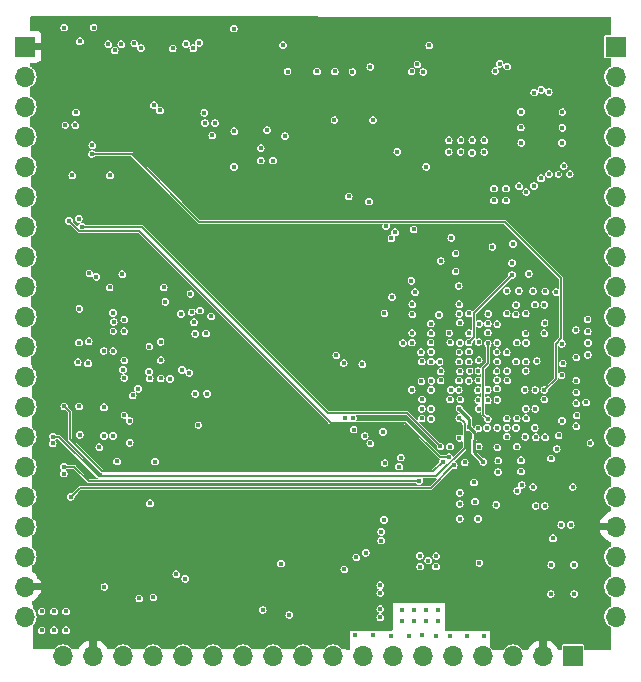
<source format=gbr>
%TF.GenerationSoftware,KiCad,Pcbnew,(7.0.0)*%
%TF.CreationDate,2023-03-20T12:13:36+05:30*%
%TF.ProjectId,IMRT1160_DB,494d5254-3131-4363-905f-44422e6b6963,rev?*%
%TF.SameCoordinates,Original*%
%TF.FileFunction,Copper,L4,Inr*%
%TF.FilePolarity,Positive*%
%FSLAX46Y46*%
G04 Gerber Fmt 4.6, Leading zero omitted, Abs format (unit mm)*
G04 Created by KiCad (PCBNEW (7.0.0)) date 2023-03-20 12:13:36*
%MOMM*%
%LPD*%
G01*
G04 APERTURE LIST*
%TA.AperFunction,ComponentPad*%
%ADD10R,1.700000X1.700000*%
%TD*%
%TA.AperFunction,ComponentPad*%
%ADD11O,1.700000X1.700000*%
%TD*%
%TA.AperFunction,ViaPad*%
%ADD12C,0.450000*%
%TD*%
%TA.AperFunction,Conductor*%
%ADD13C,0.250000*%
%TD*%
%TA.AperFunction,Conductor*%
%ADD14C,0.127000*%
%TD*%
G04 APERTURE END LIST*
D10*
%TO.N,GND*%
%TO.C,J5*%
X164624999Y-76679999D03*
D11*
%TO.N,USB_VBUS*%
X164624999Y-79219999D03*
%TO.N,USB_DP*%
X164624999Y-81759999D03*
%TO.N,USB_DN*%
X164624999Y-84299999D03*
%TO.N,GND*%
X164624999Y-86839999D03*
%TO.N,UART_RX*%
X164624999Y-89379999D03*
%TO.N,UART_TX*%
X164624999Y-91919999D03*
%TO.N,PUMP*%
X164624999Y-94459999D03*
%TO.N,BUCK_5V_EN*%
X164624999Y-96999999D03*
%TO.N,BTN_SERVICE*%
X164624999Y-99539999D03*
%TO.N,IC_PUMP*%
X164624999Y-102079999D03*
%TO.N,BUZZER*%
X164624999Y-104619999D03*
%TO.N,DEVICE_ON*%
X164624999Y-107159999D03*
%TO.N,LCD_BKLT*%
X164624999Y-109699999D03*
%TO.N,P2SENSE*%
X164624999Y-112239999D03*
%TO.N,P1SENSE*%
X164624999Y-114779999D03*
%TO.N,DCDC_IN*%
X164624999Y-117319999D03*
%TO.N,GND*%
X164624999Y-119859999D03*
%TO.N,unconnected-(J5-Pin_19-Pad19)*%
X164624999Y-122399999D03*
%TO.N,GND*%
X164624999Y-124939999D03*
%TD*%
D10*
%TO.N,DCDC_IN*%
%TO.C,J4*%
X114649999Y-76674999D03*
D11*
%TO.N,GND*%
X114649999Y-79214999D03*
%TO.N,LED_A*%
X114649999Y-81754999D03*
%TO.N,LED_K*%
X114649999Y-84294999D03*
%TO.N,GND*%
X114649999Y-86834999D03*
%TO.N,SWDIO*%
X114649999Y-89374999D03*
%TO.N,SWCLK*%
X114649999Y-91914999D03*
%TO.N,CHRG_LED*%
X114649999Y-94454999D03*
%TO.N,PVALVE3*%
X114649999Y-96994999D03*
%TO.N,PVALVE1*%
X114649999Y-99534999D03*
%TO.N,BTN_DOWN*%
X114649999Y-102074999D03*
%TO.N,BTN_DEC*%
X114649999Y-104614999D03*
%TO.N,BTN_UP*%
X114649999Y-107154999D03*
%TO.N,I2C1_SCL*%
X114649999Y-109694999D03*
%TO.N,I2C1_SDA*%
X114649999Y-112234999D03*
%TO.N,BTN_START*%
X114649999Y-114774999D03*
%TO.N,BTN_MODE*%
X114649999Y-117314999D03*
%TO.N,BTN_INC*%
X114649999Y-119854999D03*
%TO.N,DCDC_IN*%
X114649999Y-122394999D03*
%TO.N,GND*%
X114649999Y-124934999D03*
%TD*%
D10*
%TO.N,GND*%
%TO.C,J3*%
X161024999Y-128249999D03*
D11*
%TO.N,DCDC_IN*%
X158484999Y-128249999D03*
%TO.N,GND*%
X155944999Y-128249999D03*
%TO.N,5V*%
X153404999Y-128249999D03*
X150864999Y-128249999D03*
X148324999Y-128249999D03*
X145784999Y-128249999D03*
X143244999Y-128249999D03*
%TO.N,GND*%
X140704999Y-128249999D03*
%TO.N,NRST*%
X138164999Y-128249999D03*
%TO.N,PVALVE2*%
X135624999Y-128249999D03*
%TO.N,I2C2_SDA*%
X133084999Y-128249999D03*
%TO.N,I2C2_SCL*%
X130544999Y-128249999D03*
%TO.N,CAPSENSE*%
X128004999Y-128249999D03*
%TO.N,CHRG_OK*%
X125464999Y-128249999D03*
%TO.N,GND*%
X122924999Y-128249999D03*
%TO.N,DCDC_IN*%
X120384999Y-128249999D03*
%TO.N,GND*%
X117844999Y-128249999D03*
%TD*%
D12*
%TO.N,VDD_SOC*%
X151425000Y-114450000D03*
X151385000Y-103345000D03*
X152985000Y-105765000D03*
X152185000Y-103345000D03*
X151075000Y-95700000D03*
X153007954Y-104941592D03*
X153010000Y-104145000D03*
X152260000Y-104145000D03*
X153810000Y-105745000D03*
X152650000Y-113575000D03*
X151350000Y-105750000D03*
X152200000Y-104975000D03*
X152975000Y-116650000D03*
%TO.N,GND*%
X149010000Y-108195000D03*
X116025000Y-126100000D03*
X117075000Y-124500000D03*
X154525000Y-115475000D03*
X155340000Y-89700000D03*
X155340000Y-88700000D03*
X155850000Y-95000000D03*
X127125000Y-76825000D03*
X148975000Y-100125000D03*
X130725000Y-83150000D03*
X129850000Y-83150000D03*
X144712500Y-125000000D03*
X118875000Y-83337500D03*
X156600000Y-83525000D03*
X124450000Y-76800000D03*
X157650000Y-113975000D03*
X153009999Y-106613516D03*
X157850000Y-115575000D03*
X160100000Y-84825000D03*
X149825000Y-94825000D03*
X151410000Y-109813515D03*
X134582000Y-85272000D03*
X150681340Y-105742675D03*
X153025000Y-107345000D03*
X129035000Y-100984011D03*
X123750000Y-106200000D03*
X128725000Y-99150000D03*
X122085000Y-99220000D03*
X129035000Y-106070000D03*
X125550000Y-81650000D03*
X116025000Y-124500000D03*
X141650000Y-120950000D03*
X148350000Y-78825000D03*
X120325000Y-85025000D03*
X151075000Y-94175000D03*
X159150000Y-111550000D03*
X158675000Y-97400000D03*
X126360000Y-97059520D03*
X125175000Y-104775000D03*
X159793978Y-87473000D03*
X119275000Y-76225000D03*
X154550000Y-104150000D03*
X155410000Y-97350000D03*
X156625000Y-112650000D03*
X144100000Y-82900000D03*
X161300000Y-108820000D03*
X160025000Y-117175000D03*
X157870000Y-109750000D03*
X148850000Y-76575000D03*
X155455000Y-78375000D03*
X159125000Y-123025000D03*
X123475000Y-108375000D03*
X121825000Y-87575000D03*
X139350000Y-78775000D03*
X158350000Y-80325000D03*
X136850000Y-78800000D03*
X160125000Y-82225000D03*
X129800000Y-82275000D03*
X156650000Y-84825000D03*
X153750000Y-108950000D03*
X161325000Y-107895000D03*
X136475000Y-76550000D03*
X160125000Y-83550000D03*
X151425000Y-115400000D03*
X119210000Y-101745000D03*
X145689931Y-97883000D03*
X162275000Y-100800000D03*
X149432500Y-120692500D03*
X151400000Y-98500000D03*
X156941486Y-105745000D03*
X116975000Y-110275000D03*
X154560000Y-102545000D03*
X151850000Y-111875000D03*
X153810000Y-100895000D03*
X140825000Y-82900000D03*
X148092500Y-120702500D03*
X150725000Y-92875000D03*
X125635000Y-111820000D03*
X160825000Y-117175000D03*
X152500000Y-84600000D03*
X159325000Y-118300000D03*
X122070061Y-109634220D03*
X158625000Y-115575000D03*
X143850000Y-78400000D03*
X151500000Y-84600000D03*
X122225000Y-77000000D03*
X118950000Y-82250000D03*
X126103484Y-101668645D03*
X129310000Y-108720000D03*
X118625000Y-87575000D03*
X146425000Y-111475000D03*
X158613628Y-100080815D03*
X151350000Y-96950000D03*
X148244900Y-106554900D03*
X160243978Y-86798000D03*
X154800000Y-78125000D03*
X148042500Y-119782500D03*
X128875000Y-76825000D03*
X157010001Y-99276484D03*
X118050000Y-83325000D03*
X142350000Y-78825000D03*
X156260000Y-108145000D03*
X151478514Y-106545000D03*
X141600000Y-103475000D03*
X130475000Y-84200000D03*
X120425000Y-75075000D03*
X117950000Y-75075000D03*
X151410000Y-102545000D03*
X154578559Y-105634381D03*
X162300000Y-101750000D03*
X153035000Y-103220000D03*
X153840096Y-99309766D03*
X160100000Y-108350000D03*
X160743978Y-87473000D03*
X132300000Y-75150000D03*
X154609999Y-110613515D03*
X161000000Y-113975000D03*
X140850000Y-78775000D03*
X119235000Y-98870000D03*
X157020000Y-103350000D03*
X152210000Y-102495000D03*
X119210000Y-107150000D03*
X121785000Y-97070000D03*
X153810000Y-106613514D03*
X153505750Y-84605750D03*
X144712500Y-122275000D03*
X151435000Y-104170000D03*
X144712500Y-124300000D03*
X154600000Y-104900000D03*
X155410001Y-99276484D03*
X154450000Y-78750000D03*
X122410000Y-111795000D03*
X152210000Y-99276486D03*
X119262500Y-109547500D03*
X150500000Y-84600000D03*
X156625000Y-82200000D03*
X118100000Y-126100000D03*
X156260000Y-101745000D03*
X151360000Y-104945000D03*
X157075000Y-89000000D03*
X149452500Y-119812500D03*
X148210000Y-103332000D03*
X151434568Y-100044375D03*
X130035000Y-106070000D03*
X152725000Y-115200000D03*
X161125000Y-123025000D03*
X148762500Y-120202500D03*
X151425000Y-116650000D03*
X158325000Y-87825000D03*
X156258000Y-110550000D03*
X119170000Y-91250000D03*
X118100000Y-124500000D03*
X154675000Y-112700000D03*
X117075000Y-126100000D03*
X117900000Y-112825000D03*
X144712500Y-122950000D03*
%TO.N,Net-(U1A-DCDC_PSWITCH)*%
X142667431Y-119932569D03*
X148200000Y-108140000D03*
%TO.N,/MCU_POWER/VDD_SNVS_DIG*%
X156985000Y-109720000D03*
%TO.N,DCDC_1V8*%
X154625000Y-106575000D03*
X157830000Y-105750000D03*
X160150000Y-103500000D03*
X152250000Y-108925000D03*
X153425000Y-111822000D03*
X150610000Y-106550000D03*
X161300000Y-106870000D03*
X161300000Y-105960000D03*
X157948591Y-103296059D03*
X151410000Y-107345000D03*
%TO.N,VDD_1P0*%
X153810482Y-108212933D03*
X153808176Y-101815727D03*
%TO.N,Net-(U1A-VDDA_ADC_3P3)*%
X155460000Y-104945000D03*
%TO.N,Net-(U1A-VDD_MIPI_1P8)*%
X153025000Y-101700000D03*
X161300000Y-104950000D03*
X154600000Y-103350000D03*
%TO.N,Net-(U1A-VDD_USB_3P3)*%
X161300000Y-103000000D03*
X155400000Y-102550000D03*
%TO.N,DCDC_IN*%
X161300000Y-104000000D03*
X129310000Y-110270000D03*
X155405000Y-110545000D03*
X115850000Y-121625000D03*
X155775000Y-124075000D03*
X149472500Y-123002500D03*
X126149500Y-109620000D03*
X149770000Y-92900000D03*
X161100000Y-119550000D03*
X119210000Y-106190000D03*
X132325000Y-85825000D03*
X154365000Y-124075000D03*
X135275000Y-120475000D03*
X155085000Y-122535000D03*
X161300000Y-109795000D03*
X159150000Y-119525000D03*
X135650000Y-85275000D03*
X155400000Y-100180000D03*
X160075000Y-105450000D03*
X116262500Y-122925000D03*
X154375000Y-87425000D03*
X154550000Y-113900000D03*
X119235000Y-100795000D03*
X142650000Y-120975000D03*
X155785000Y-121085000D03*
X130035000Y-107075000D03*
X119600000Y-87575000D03*
X154375000Y-121085000D03*
X154450000Y-79705000D03*
X155795000Y-122535000D03*
X147200000Y-85600000D03*
X151410000Y-108970000D03*
X122760000Y-97070000D03*
X129035000Y-107070000D03*
X156455000Y-78375000D03*
X151400000Y-100980000D03*
X155410000Y-101745000D03*
X148102500Y-122222500D03*
X147015000Y-81850000D03*
X144375000Y-78825000D03*
X154385000Y-122535000D03*
X132350000Y-84875000D03*
X150575000Y-102525000D03*
X116891666Y-121625000D03*
X155065000Y-124075000D03*
X124950000Y-76425000D03*
X119210000Y-99850000D03*
X136650000Y-83225000D03*
X117825000Y-122925000D03*
X126585000Y-111820000D03*
X149830000Y-108150000D03*
X157000000Y-100180000D03*
X123365000Y-111795000D03*
X149472500Y-122222500D03*
X148775000Y-122600000D03*
X120900000Y-87575000D03*
X154610000Y-109745000D03*
X155358944Y-103360135D03*
X118975000Y-121625000D03*
X117933332Y-121625000D03*
X123060000Y-101942480D03*
X148102500Y-122972500D03*
X150610000Y-104170000D03*
X126149500Y-99225000D03*
X155405000Y-107350000D03*
X146722500Y-122522500D03*
X129060000Y-101970000D03*
X135125000Y-82750000D03*
X147015000Y-83125000D03*
X119260000Y-108570000D03*
X155075000Y-121085000D03*
X132325000Y-76700000D03*
X149207333Y-106500764D03*
X127360000Y-97045000D03*
%TO.N,LED_A*%
X147850000Y-78175000D03*
%TO.N,LED_K*%
X147350000Y-78775000D03*
%TO.N,LCD_RST*%
X146150000Y-85575000D03*
X147525000Y-92150000D03*
%TO.N,SD_2*%
X121675000Y-76475000D03*
X132325000Y-86850000D03*
X148600000Y-86850000D03*
%TO.N,SD_3*%
X135625000Y-86325000D03*
X134575000Y-86325000D03*
X122775000Y-76475000D03*
X155932713Y-93367287D03*
%TO.N,SD_CMD*%
X158595213Y-98545213D03*
X132350000Y-83850000D03*
X123880000Y-76410000D03*
%TO.N,SD_CLK*%
X157000000Y-100950000D03*
X126045213Y-82079787D03*
%TO.N,SD_0*%
X128250000Y-76450000D03*
X157800000Y-98525000D03*
X136650000Y-84250000D03*
%TO.N,SD_1*%
X159597000Y-97475000D03*
X135125000Y-83750000D03*
X129360000Y-76360000D03*
%TO.N,SDL_CD*%
X120275000Y-85775000D03*
X158600000Y-105750000D03*
%TO.N,QSPI_CS*%
X160074992Y-101849992D03*
X156445000Y-88500000D03*
%TO.N,A1*%
X145650000Y-92900000D03*
X142025000Y-89350000D03*
%TO.N,A0*%
X147656839Y-97468161D03*
X123035011Y-104732000D03*
%TO.N,Net-(U1A-VDD_LPSR_DIG)*%
X154610000Y-108950000D03*
%TO.N,Net-(U1A-VDD_LPSR_ANA)*%
X155405000Y-108145000D03*
%TO.N,Net-(U1A-VDD_USB_1P8)*%
X160050000Y-104500000D03*
X155440000Y-104145000D03*
%TO.N,A8*%
X127910000Y-104034531D03*
X147409780Y-99348979D03*
%TO.N,A9*%
X147420421Y-98494224D03*
X125110000Y-104196011D03*
%TO.N,Net-(U1C-GPIO_DISP_B1_08)*%
X157625000Y-97375000D03*
%TO.N,Net-(U1C-GPIO_DISP_B1_09)*%
X154330000Y-89700000D03*
X156172000Y-99345001D03*
%TO.N,Net-(U1C-GPIO_DISP_B1_10)*%
X156200000Y-98550000D03*
X154330000Y-88700000D03*
%TO.N,Net-(U1C-GPIO_DISP_B1_11)*%
X156435000Y-97350000D03*
%TO.N,A11*%
X145950000Y-92400000D03*
X143750000Y-89800000D03*
%TO.N,A3*%
X124185000Y-105645000D03*
X149675931Y-99391276D03*
%TO.N,Net-(U1C-GPIO_DISP_B1_06)*%
X153810001Y-100122000D03*
X157278000Y-95903500D03*
%TO.N,Net-(U1C-GPIO_DISP_B1_07)*%
X154610000Y-101750000D03*
X162275000Y-102772000D03*
%TO.N,Net-(U1C-GPIO_DISP_B2_04)*%
X150500000Y-85600000D03*
X151400000Y-99300000D03*
%TO.N,Net-(U1C-GPIO_DISP_B2_05)*%
X153505750Y-85605750D03*
X153078514Y-100145000D03*
%TO.N,Net-(U1C-GPIO_DISP_B2_00)*%
X151450000Y-101750000D03*
X152478000Y-85660000D03*
%TO.N,Net-(U1C-GPIO_DISP_B2_01)*%
X155850000Y-96010000D03*
X152200000Y-101725000D03*
%TO.N,A7*%
X145057799Y-99256989D03*
X128535000Y-104307000D03*
%TO.N,A4*%
X149010791Y-100944808D03*
X126910000Y-104795000D03*
%TO.N,Net-(U1C-GPIO_DISP_B2_02)*%
X152200000Y-100950000D03*
X162250000Y-99775000D03*
%TO.N,Net-(U1C-GPIO_DISP_B2_03)*%
X151500000Y-85600000D03*
X150558500Y-100930265D03*
%TO.N,Net-(U1G-ONOFF)*%
X153039500Y-110545000D03*
X136285000Y-120450000D03*
%TO.N,DQ11*%
X128635000Y-97620000D03*
X127835000Y-99308001D03*
%TO.N,DQ8*%
X140973141Y-102831859D03*
X147359673Y-101739287D03*
%TO.N,DQ3*%
X147344132Y-96504840D03*
X122135000Y-99995000D03*
%TO.N,SDWE*%
X148964466Y-101724785D03*
X121280595Y-102444328D03*
%TO.N,SDCS*%
X150639449Y-101729538D03*
X119085000Y-103395000D03*
%TO.N,DQ1*%
X123035011Y-99795000D03*
X146624411Y-101784411D03*
%TO.N,DQ0*%
X147410011Y-100937583D03*
X122862344Y-95949989D03*
%TO.N,DQ5*%
X143185000Y-103570000D03*
X148153511Y-102548640D03*
X129935000Y-100970000D03*
X122110352Y-100764602D03*
%TO.N,QSPI_IO_3*%
X157750000Y-80575000D03*
X161250000Y-100675000D03*
%TO.N,BA0*%
X130385000Y-99520000D03*
X122910000Y-104020000D03*
%TO.N,DQ2*%
X149000000Y-102525000D03*
X120671170Y-96159239D03*
%TO.N,SDCKE*%
X149010000Y-103345000D03*
X126110001Y-104764194D03*
%TO.N,QSPI_CLK*%
X158975000Y-80525000D03*
X157050000Y-101750000D03*
%TO.N,DQ15*%
X128935000Y-100008000D03*
X126513713Y-98286737D03*
%TO.N,BA1*%
X125163534Y-102077675D03*
X122097332Y-102461613D03*
%TO.N,DQ7*%
X129435000Y-99032000D03*
X123035011Y-100770000D03*
%TO.N,DQ6*%
X149827613Y-104162109D03*
X120010000Y-101620000D03*
%TO.N,DQ4*%
X149725500Y-103361781D03*
X120080069Y-95890069D03*
%TO.N,QSPI_IO_2*%
X158985000Y-87474300D03*
X156200000Y-103350000D03*
%TO.N,QSPI_IO_1*%
X157725000Y-88475000D03*
X157011965Y-104137672D03*
%TO.N,SDRAS*%
X149035000Y-104970000D03*
X119955681Y-103487866D03*
%TO.N,SDCAS*%
X123035011Y-103245000D03*
X126110000Y-103220000D03*
%TO.N,DQ16*%
X147370415Y-105742904D03*
X121310000Y-107220000D03*
%TO.N,DQ18*%
X148189785Y-105008000D03*
X123043489Y-107878473D03*
%TO.N,DQ17*%
X149010000Y-105745000D03*
X144798000Y-118497853D03*
%TO.N,DQ28*%
X142385000Y-108128844D03*
X149810000Y-104945000D03*
%TO.N,DQ26*%
X148997510Y-107346471D03*
X143377920Y-109645000D03*
%TO.N,UART_RX*%
X157825000Y-107350000D03*
%TO.N,DQ20*%
X142444855Y-109104855D03*
X123485000Y-110220000D03*
%TO.N,DQ23*%
X146300000Y-112250000D03*
X144798000Y-117757569D03*
%TO.N,DQ29*%
X148210452Y-107346460D03*
X141735498Y-108128833D03*
%TO.N,UART_TX*%
X157010000Y-107340000D03*
%TO.N,DQ21*%
X143865920Y-110270000D03*
X120910000Y-110595000D03*
%TO.N,DQM2*%
X143475000Y-119538000D03*
X144922276Y-109282276D03*
%TO.N,GPIO_LPSR_02*%
X159175000Y-120560000D03*
X156297000Y-114300000D03*
%TO.N,DQ19*%
X125200000Y-115350000D03*
X121310000Y-109620000D03*
%TO.N,DQ22*%
X145063000Y-111940000D03*
X145025000Y-116750000D03*
%TO.N,GPIO_LPSR_03*%
X156672000Y-113800000D03*
X161100000Y-120560000D03*
%TO.N,USB_VBUS*%
X158600000Y-100955000D03*
%TO.N,SWDIO*%
X150524338Y-111450664D03*
X118360000Y-91430000D03*
%TO.N,SWCLK*%
X119460000Y-91925011D03*
X149800000Y-110525000D03*
%TO.N,CHRG_LED*%
X145200000Y-91878000D03*
%TO.N,PVALVE3*%
X154200000Y-93640000D03*
%TO.N,PVALVE1*%
X154620000Y-100179500D03*
%TO.N,BTN_DOWN*%
X158600000Y-106550000D03*
X125500000Y-123300000D03*
%TO.N,BTN_DEC*%
X162121500Y-106800500D03*
X124300000Y-123400000D03*
%TO.N,BTN_UP*%
X117950000Y-107150000D03*
X150000000Y-111828664D03*
%TO.N,I2C1_SCL*%
X117000000Y-109700000D03*
X151400000Y-108150000D03*
%TO.N,I2C1_SDA*%
X117900000Y-112250000D03*
X150600000Y-110550000D03*
X147990000Y-113453000D03*
%TO.N,BTN_START*%
X150924787Y-112134787D03*
X118500000Y-114800000D03*
%TO.N,BTN_MODE*%
X155400000Y-109700000D03*
%TO.N,BTN_INC*%
X157050000Y-108150000D03*
%TO.N,5V*%
X146550000Y-124350000D03*
X149425000Y-126550000D03*
X148275000Y-126525000D03*
X148550000Y-124350000D03*
X147550000Y-124350000D03*
X153525000Y-126550000D03*
X145650000Y-126550000D03*
X152075000Y-126550000D03*
X149550000Y-125350000D03*
X142575000Y-126525000D03*
X146550000Y-125350000D03*
X150625000Y-126550000D03*
X144112500Y-126525000D03*
X149550000Y-124350000D03*
X147550000Y-125350000D03*
X148550000Y-125350000D03*
X147100000Y-126550000D03*
%TO.N,NRST*%
X121350000Y-122425000D03*
%TO.N,PVALVE2*%
X155400000Y-108950000D03*
X153100000Y-120400000D03*
%TO.N,I2C2_SDA*%
X158650000Y-109750000D03*
%TO.N,I2C2_SCL*%
X157789541Y-108960321D03*
%TO.N,CAPSENSE*%
X137000000Y-124800000D03*
X159800000Y-109600000D03*
%TO.N,CHRG_OK*%
X134750000Y-124375000D03*
X159650000Y-110750000D03*
%TO.N,IC_PUMP*%
X162500000Y-110250000D03*
%TO.N,PUMP*%
X156200000Y-108950000D03*
%TO.N,POR_B*%
X127425000Y-121350000D03*
X153000000Y-109000000D03*
%TO.N,VDD_SNVS_ANA*%
X154700000Y-111725000D03*
X156605000Y-111695000D03*
X128200000Y-121731011D03*
%TD*%
D13*
%TO.N,DCDC_1V8*%
X152250000Y-108925000D02*
X152250000Y-108200000D01*
D14*
X151410000Y-107345000D02*
X151410000Y-107360000D01*
D13*
X153425000Y-111822000D02*
X152600000Y-110997000D01*
X152600000Y-110997000D02*
X152600000Y-110021564D01*
X152250000Y-108200000D02*
X151410000Y-107360000D01*
X152600000Y-110021564D02*
X152689511Y-109932053D01*
X152689511Y-109364511D02*
X152250000Y-108925000D01*
X152689511Y-109932053D02*
X152689511Y-109364511D01*
D14*
%TO.N,VDD_1P0*%
X153808176Y-103505802D02*
X153808176Y-101815727D01*
X153810482Y-108212933D02*
X153431989Y-107834440D01*
X153431989Y-107834440D02*
X153431989Y-103881989D01*
X153431989Y-103881989D02*
X153808176Y-103505802D01*
%TO.N,SDL_CD*%
X159550000Y-101840411D02*
X160000000Y-101390411D01*
X155225000Y-91500000D02*
X129375000Y-91500000D01*
X160000000Y-101390411D02*
X160000000Y-96275000D01*
X129375000Y-91500000D02*
X123650000Y-85775000D01*
X158600000Y-105750000D02*
X159550000Y-104800000D01*
X160000000Y-96275000D02*
X155225000Y-91500000D01*
X159550000Y-104800000D02*
X159550000Y-101840411D01*
X123650000Y-85775000D02*
X120275000Y-85775000D01*
%TO.N,Net-(U1C-GPIO_DISP_B2_01)*%
X152200000Y-101725000D02*
X152625000Y-101300000D01*
X152625000Y-101300000D02*
X152625000Y-99235000D01*
X152625000Y-99235000D02*
X155850000Y-96010000D01*
%TO.N,SWDIO*%
X146836855Y-108506855D02*
X149780664Y-111450664D01*
X119233011Y-92303011D02*
X124303011Y-92303011D01*
X149780664Y-111450664D02*
X150524338Y-111450664D01*
X118360000Y-91430000D02*
X119233011Y-92303011D01*
X140506855Y-108506855D02*
X146836855Y-108506855D01*
X124303011Y-92303011D02*
X140506855Y-108506855D01*
%TO.N,SWCLK*%
X140299471Y-107724471D02*
X124490000Y-91915000D01*
X149800000Y-110525000D02*
X146999471Y-107724471D01*
X124490000Y-91915000D02*
X119470011Y-91915000D01*
X146999471Y-107724471D02*
X140299471Y-107724471D01*
X119470011Y-91915000D02*
X119460000Y-91925011D01*
%TO.N,BTN_UP*%
X150000000Y-111828664D02*
X149178664Y-112650000D01*
X118425000Y-107625000D02*
X117950000Y-107150000D01*
X121150000Y-112650000D02*
X118425000Y-109925000D01*
X118425000Y-109925000D02*
X118425000Y-107625000D01*
X149178664Y-112650000D02*
X121150000Y-112650000D01*
%TO.N,I2C1_SCL*%
X117500000Y-109700000D02*
X120875000Y-113075000D01*
X117000000Y-109700000D02*
X117500000Y-109700000D01*
X151840000Y-108590000D02*
X151400000Y-108150000D01*
X149450000Y-113075000D02*
X151840000Y-110685000D01*
X120875000Y-113075000D02*
X149450000Y-113075000D01*
X151840000Y-110685000D02*
X151840000Y-108590000D01*
%TO.N,I2C1_SDA*%
X147990000Y-113453000D02*
X147968000Y-113475000D01*
X118800000Y-112250000D02*
X117900000Y-112250000D01*
X120025000Y-113475000D02*
X118800000Y-112250000D01*
X114778020Y-112250000D02*
X114763020Y-112235000D01*
X147968000Y-113475000D02*
X120025000Y-113475000D01*
X115011040Y-112100000D02*
X114763020Y-112348020D01*
%TO.N,BTN_START*%
X150890213Y-112134787D02*
X148975000Y-114050000D01*
X119250000Y-114050000D02*
X118500000Y-114800000D01*
X148975000Y-114050000D02*
X119250000Y-114050000D01*
X150924787Y-112134787D02*
X150890213Y-112134787D01*
%TD*%
%TA.AperFunction,Conductor*%
%TO.N,DCDC_IN*%
G36*
X164176027Y-74149973D02*
G01*
X164210657Y-74164334D01*
X164225000Y-74198973D01*
X164225009Y-75680501D01*
X164218444Y-75705001D01*
X164200509Y-75722936D01*
X164176009Y-75729501D01*
X163765102Y-75729501D01*
X163762752Y-75729968D01*
X163762745Y-75729969D01*
X163740520Y-75734389D01*
X163740516Y-75734390D01*
X163735787Y-75735331D01*
X163731775Y-75738011D01*
X163731774Y-75738012D01*
X163706553Y-75754863D01*
X163706550Y-75754865D01*
X163702543Y-75757543D01*
X163699865Y-75761550D01*
X163699863Y-75761553D01*
X163689055Y-75777730D01*
X163680331Y-75790787D01*
X163679389Y-75795519D01*
X163679389Y-75795521D01*
X163674970Y-75817735D01*
X163674969Y-75817741D01*
X163674500Y-75820101D01*
X163674500Y-75822509D01*
X163674500Y-75822510D01*
X163674500Y-77537494D01*
X163674500Y-77537504D01*
X163674501Y-77539898D01*
X163674968Y-77542248D01*
X163674969Y-77542254D01*
X163679389Y-77564479D01*
X163679390Y-77564481D01*
X163680331Y-77569213D01*
X163702543Y-77602457D01*
X163735787Y-77624669D01*
X163765101Y-77630500D01*
X164176021Y-77630500D01*
X164210669Y-77644852D01*
X164225021Y-77679500D01*
X164225023Y-78326660D01*
X164218052Y-78351851D01*
X164199122Y-78369874D01*
X164096498Y-78424728D01*
X164096488Y-78424734D01*
X164094375Y-78425864D01*
X164092520Y-78427386D01*
X164092510Y-78427393D01*
X163951505Y-78543114D01*
X163951500Y-78543118D01*
X163949643Y-78544643D01*
X163948118Y-78546500D01*
X163948114Y-78546505D01*
X163832392Y-78687512D01*
X163832387Y-78687518D01*
X163830864Y-78689375D01*
X163829731Y-78691493D01*
X163829728Y-78691499D01*
X163743742Y-78852369D01*
X163743740Y-78852373D01*
X163742604Y-78854499D01*
X163741905Y-78856802D01*
X163741903Y-78856808D01*
X163688950Y-79031368D01*
X163688948Y-79031377D01*
X163688253Y-79033669D01*
X163688017Y-79036056D01*
X163688017Y-79036061D01*
X163679353Y-79124032D01*
X163669901Y-79220000D01*
X163670137Y-79222396D01*
X163687760Y-79401331D01*
X163688253Y-79406331D01*
X163688948Y-79408624D01*
X163688950Y-79408631D01*
X163741087Y-79580501D01*
X163742604Y-79585501D01*
X163743742Y-79587630D01*
X163827055Y-79743500D01*
X163830864Y-79750625D01*
X163949643Y-79895357D01*
X164094375Y-80014136D01*
X164199135Y-80070131D01*
X164218064Y-80088152D01*
X164225035Y-80113343D01*
X164225038Y-80866652D01*
X164218067Y-80891843D01*
X164199137Y-80909866D01*
X164096498Y-80964728D01*
X164096488Y-80964734D01*
X164094375Y-80965864D01*
X164092520Y-80967386D01*
X164092510Y-80967393D01*
X163951505Y-81083114D01*
X163951500Y-81083118D01*
X163949643Y-81084643D01*
X163948118Y-81086500D01*
X163948114Y-81086505D01*
X163832392Y-81227512D01*
X163832387Y-81227518D01*
X163830864Y-81229375D01*
X163829731Y-81231493D01*
X163829728Y-81231499D01*
X163743742Y-81392369D01*
X163743740Y-81392373D01*
X163742604Y-81394499D01*
X163741905Y-81396802D01*
X163741903Y-81396808D01*
X163688950Y-81571368D01*
X163688948Y-81571377D01*
X163688253Y-81573669D01*
X163688017Y-81576056D01*
X163688017Y-81576061D01*
X163680319Y-81654225D01*
X163669901Y-81760000D01*
X163670137Y-81762396D01*
X163687778Y-81941514D01*
X163688253Y-81946331D01*
X163688948Y-81948624D01*
X163688950Y-81948631D01*
X163741087Y-82120501D01*
X163742604Y-82125501D01*
X163743742Y-82127630D01*
X163827055Y-82283500D01*
X163830864Y-82290625D01*
X163832391Y-82292486D01*
X163832392Y-82292487D01*
X163944011Y-82428494D01*
X163949643Y-82435357D01*
X164094375Y-82554136D01*
X164199150Y-82610139D01*
X164218079Y-82628160D01*
X164225050Y-82653351D01*
X164225054Y-83406645D01*
X164218083Y-83431836D01*
X164199153Y-83449859D01*
X164153929Y-83474032D01*
X164094375Y-83505864D01*
X164092518Y-83507387D01*
X164092512Y-83507392D01*
X163951505Y-83623114D01*
X163951500Y-83623118D01*
X163949643Y-83624643D01*
X163948118Y-83626500D01*
X163948114Y-83626505D01*
X163832392Y-83767512D01*
X163832387Y-83767518D01*
X163830864Y-83769375D01*
X163829731Y-83771493D01*
X163829728Y-83771499D01*
X163743742Y-83932369D01*
X163743740Y-83932373D01*
X163742604Y-83934499D01*
X163741905Y-83936802D01*
X163741903Y-83936808D01*
X163688950Y-84111368D01*
X163688948Y-84111377D01*
X163688253Y-84113669D01*
X163688017Y-84116056D01*
X163688017Y-84116061D01*
X163672268Y-84275967D01*
X163669901Y-84300000D01*
X163670137Y-84302396D01*
X163687972Y-84483485D01*
X163688253Y-84486331D01*
X163688948Y-84488624D01*
X163688950Y-84488631D01*
X163741087Y-84660501D01*
X163742604Y-84665501D01*
X163743742Y-84667630D01*
X163827055Y-84823500D01*
X163830864Y-84830625D01*
X163832391Y-84832486D01*
X163832392Y-84832487D01*
X163944011Y-84968494D01*
X163949643Y-84975357D01*
X164094375Y-85094136D01*
X164199165Y-85150147D01*
X164218094Y-85168168D01*
X164225065Y-85193359D01*
X164225069Y-85946637D01*
X164218098Y-85971828D01*
X164199168Y-85989851D01*
X164127137Y-86028352D01*
X164094375Y-86045864D01*
X164092518Y-86047387D01*
X164092512Y-86047392D01*
X163951505Y-86163114D01*
X163951500Y-86163118D01*
X163949643Y-86164643D01*
X163948118Y-86166500D01*
X163948114Y-86166505D01*
X163832392Y-86307512D01*
X163832387Y-86307518D01*
X163830864Y-86309375D01*
X163829731Y-86311493D01*
X163829728Y-86311499D01*
X163743742Y-86472369D01*
X163743740Y-86472373D01*
X163742604Y-86474499D01*
X163741905Y-86476802D01*
X163741903Y-86476808D01*
X163688950Y-86651368D01*
X163688948Y-86651377D01*
X163688253Y-86653669D01*
X163688017Y-86656056D01*
X163688017Y-86656061D01*
X163674453Y-86793781D01*
X163669901Y-86840000D01*
X163670137Y-86842396D01*
X163687760Y-87021331D01*
X163688253Y-87026331D01*
X163688948Y-87028624D01*
X163688950Y-87028631D01*
X163741087Y-87200501D01*
X163742604Y-87205501D01*
X163743742Y-87207630D01*
X163827055Y-87363500D01*
X163830864Y-87370625D01*
X163832391Y-87372486D01*
X163832392Y-87372487D01*
X163905817Y-87461955D01*
X163949643Y-87515357D01*
X164094375Y-87634136D01*
X164199180Y-87690155D01*
X164218109Y-87708176D01*
X164225080Y-87733367D01*
X164225084Y-88486629D01*
X164218113Y-88511820D01*
X164199183Y-88529843D01*
X164128212Y-88567777D01*
X164094375Y-88585864D01*
X164092518Y-88587387D01*
X164092512Y-88587392D01*
X163951505Y-88703114D01*
X163951500Y-88703118D01*
X163949643Y-88704643D01*
X163948118Y-88706500D01*
X163948114Y-88706505D01*
X163832392Y-88847512D01*
X163832387Y-88847518D01*
X163830864Y-88849375D01*
X163829731Y-88851493D01*
X163829728Y-88851499D01*
X163743742Y-89012369D01*
X163743740Y-89012373D01*
X163742604Y-89014499D01*
X163741905Y-89016802D01*
X163741903Y-89016808D01*
X163688950Y-89191368D01*
X163688948Y-89191377D01*
X163688253Y-89193669D01*
X163688017Y-89196056D01*
X163688017Y-89196061D01*
X163678991Y-89287705D01*
X163669901Y-89380000D01*
X163670137Y-89382396D01*
X163687760Y-89561331D01*
X163688253Y-89566331D01*
X163688948Y-89568624D01*
X163688950Y-89568631D01*
X163741087Y-89740501D01*
X163742604Y-89745501D01*
X163743742Y-89747630D01*
X163827055Y-89903500D01*
X163830864Y-89910625D01*
X163832391Y-89912486D01*
X163832392Y-89912487D01*
X163890659Y-89983485D01*
X163949643Y-90055357D01*
X164094375Y-90174136D01*
X164199195Y-90230163D01*
X164218124Y-90248184D01*
X164225095Y-90273375D01*
X164225099Y-91026621D01*
X164218128Y-91051812D01*
X164199198Y-91069835D01*
X164131600Y-91105967D01*
X164094375Y-91125864D01*
X164092518Y-91127387D01*
X164092512Y-91127392D01*
X163951505Y-91243114D01*
X163951500Y-91243118D01*
X163949643Y-91244643D01*
X163948118Y-91246500D01*
X163948114Y-91246505D01*
X163832392Y-91387512D01*
X163832387Y-91387518D01*
X163830864Y-91389375D01*
X163829731Y-91391493D01*
X163829728Y-91391499D01*
X163743742Y-91552369D01*
X163743740Y-91552373D01*
X163742604Y-91554499D01*
X163741905Y-91556802D01*
X163741903Y-91556808D01*
X163688950Y-91731368D01*
X163688948Y-91731377D01*
X163688253Y-91733669D01*
X163688017Y-91736056D01*
X163688017Y-91736061D01*
X163675440Y-91863760D01*
X163669901Y-91920000D01*
X163670137Y-91922396D01*
X163687760Y-92101331D01*
X163688253Y-92106331D01*
X163688948Y-92108624D01*
X163688950Y-92108631D01*
X163741087Y-92280501D01*
X163742604Y-92285501D01*
X163743742Y-92287630D01*
X163827055Y-92443500D01*
X163830864Y-92450625D01*
X163832391Y-92452486D01*
X163832392Y-92452487D01*
X163943025Y-92587293D01*
X163949643Y-92595357D01*
X164094375Y-92714136D01*
X164176894Y-92758243D01*
X164199208Y-92770170D01*
X164218139Y-92788193D01*
X164225110Y-92813384D01*
X164225114Y-93566613D01*
X164218143Y-93591804D01*
X164199213Y-93609827D01*
X164150657Y-93635781D01*
X164094375Y-93665864D01*
X164092518Y-93667387D01*
X164092512Y-93667392D01*
X163951505Y-93783114D01*
X163951500Y-93783118D01*
X163949643Y-93784643D01*
X163948118Y-93786500D01*
X163948114Y-93786505D01*
X163832392Y-93927512D01*
X163832387Y-93927518D01*
X163830864Y-93929375D01*
X163829731Y-93931493D01*
X163829728Y-93931499D01*
X163743742Y-94092369D01*
X163743740Y-94092373D01*
X163742604Y-94094499D01*
X163741905Y-94096802D01*
X163741903Y-94096808D01*
X163688950Y-94271368D01*
X163688948Y-94271377D01*
X163688253Y-94273669D01*
X163688017Y-94276056D01*
X163688017Y-94276061D01*
X163670754Y-94451332D01*
X163669901Y-94460000D01*
X163670137Y-94462396D01*
X163687760Y-94641331D01*
X163688253Y-94646331D01*
X163688948Y-94648624D01*
X163688950Y-94648631D01*
X163741087Y-94820501D01*
X163742604Y-94825501D01*
X163743742Y-94827630D01*
X163827055Y-94983500D01*
X163830864Y-94990625D01*
X163832391Y-94992486D01*
X163832392Y-94992487D01*
X163871558Y-95040211D01*
X163949643Y-95135357D01*
X164094375Y-95254136D01*
X164149284Y-95283485D01*
X164199223Y-95310178D01*
X164218154Y-95328201D01*
X164225125Y-95353392D01*
X164225129Y-96106605D01*
X164218158Y-96131796D01*
X164199228Y-96149819D01*
X164154823Y-96173554D01*
X164094375Y-96205864D01*
X164092518Y-96207387D01*
X164092512Y-96207392D01*
X163951505Y-96323114D01*
X163951500Y-96323118D01*
X163949643Y-96324643D01*
X163948118Y-96326500D01*
X163948114Y-96326505D01*
X163832392Y-96467512D01*
X163832387Y-96467518D01*
X163830864Y-96469375D01*
X163829731Y-96471493D01*
X163829728Y-96471499D01*
X163743742Y-96632369D01*
X163743740Y-96632373D01*
X163742604Y-96634499D01*
X163741905Y-96636802D01*
X163741903Y-96636808D01*
X163688950Y-96811368D01*
X163688948Y-96811377D01*
X163688253Y-96813669D01*
X163688017Y-96816056D01*
X163688017Y-96816061D01*
X163673725Y-96961174D01*
X163669901Y-97000000D01*
X163670137Y-97002396D01*
X163687818Y-97181921D01*
X163688253Y-97186331D01*
X163688948Y-97188624D01*
X163688950Y-97188631D01*
X163741087Y-97360501D01*
X163742604Y-97365501D01*
X163743742Y-97367630D01*
X163827055Y-97523500D01*
X163830864Y-97530625D01*
X163832391Y-97532486D01*
X163832392Y-97532487D01*
X163879765Y-97590211D01*
X163949643Y-97675357D01*
X164094375Y-97794136D01*
X164199238Y-97850186D01*
X164218169Y-97868209D01*
X164225140Y-97893400D01*
X164225144Y-98646596D01*
X164218173Y-98671787D01*
X164199243Y-98689810D01*
X164096495Y-98744730D01*
X164096488Y-98744734D01*
X164094375Y-98745864D01*
X164092518Y-98747387D01*
X164092512Y-98747392D01*
X163951505Y-98863114D01*
X163951500Y-98863118D01*
X163949643Y-98864643D01*
X163948118Y-98866500D01*
X163948114Y-98866505D01*
X163832392Y-99007512D01*
X163832387Y-99007518D01*
X163830864Y-99009375D01*
X163829731Y-99011493D01*
X163829728Y-99011499D01*
X163743742Y-99172369D01*
X163743740Y-99172373D01*
X163742604Y-99174499D01*
X163741905Y-99176802D01*
X163741903Y-99176808D01*
X163688950Y-99351368D01*
X163688948Y-99351377D01*
X163688253Y-99353669D01*
X163688017Y-99356056D01*
X163688017Y-99356061D01*
X163672286Y-99515781D01*
X163669901Y-99540000D01*
X163670137Y-99542396D01*
X163687802Y-99721760D01*
X163688253Y-99726331D01*
X163688948Y-99728624D01*
X163688950Y-99728631D01*
X163741087Y-99900501D01*
X163742604Y-99905501D01*
X163743742Y-99907630D01*
X163827055Y-100063500D01*
X163830864Y-100070625D01*
X163832391Y-100072486D01*
X163832392Y-100072487D01*
X163932001Y-100193860D01*
X163949643Y-100215357D01*
X164094375Y-100334136D01*
X164193827Y-100387294D01*
X164199253Y-100390194D01*
X164218184Y-100408217D01*
X164225155Y-100433408D01*
X164225159Y-101186588D01*
X164218188Y-101211779D01*
X164199258Y-101229802D01*
X164096495Y-101284730D01*
X164096488Y-101284734D01*
X164094375Y-101285864D01*
X164092518Y-101287387D01*
X164092512Y-101287392D01*
X163951505Y-101403114D01*
X163951500Y-101403118D01*
X163949643Y-101404643D01*
X163948118Y-101406500D01*
X163948114Y-101406505D01*
X163832392Y-101547512D01*
X163832387Y-101547518D01*
X163830864Y-101549375D01*
X163829731Y-101551493D01*
X163829728Y-101551499D01*
X163743742Y-101712369D01*
X163743740Y-101712373D01*
X163742604Y-101714499D01*
X163741905Y-101716802D01*
X163741903Y-101716808D01*
X163688950Y-101891368D01*
X163688948Y-101891377D01*
X163688253Y-101893669D01*
X163688017Y-101896056D01*
X163688017Y-101896061D01*
X163675269Y-102025500D01*
X163669901Y-102080000D01*
X163670137Y-102082396D01*
X163687999Y-102263760D01*
X163688253Y-102266331D01*
X163688948Y-102268624D01*
X163688950Y-102268631D01*
X163740879Y-102439814D01*
X163742604Y-102445501D01*
X163743742Y-102447630D01*
X163827055Y-102603500D01*
X163830864Y-102610625D01*
X163832391Y-102612486D01*
X163832392Y-102612487D01*
X163883285Y-102674500D01*
X163949643Y-102755357D01*
X164094375Y-102874136D01*
X164142758Y-102899997D01*
X164199268Y-102930202D01*
X164218199Y-102948225D01*
X164225170Y-102973416D01*
X164225174Y-103726580D01*
X164218203Y-103751771D01*
X164199273Y-103769794D01*
X164096495Y-103824730D01*
X164096488Y-103824734D01*
X164094375Y-103825864D01*
X164092518Y-103827387D01*
X164092512Y-103827392D01*
X163951505Y-103943114D01*
X163951500Y-103943118D01*
X163949643Y-103944643D01*
X163948118Y-103946500D01*
X163948114Y-103946505D01*
X163832392Y-104087512D01*
X163832387Y-104087518D01*
X163830864Y-104089375D01*
X163829731Y-104091493D01*
X163829728Y-104091499D01*
X163743742Y-104252369D01*
X163743740Y-104252373D01*
X163742604Y-104254499D01*
X163741905Y-104256802D01*
X163741903Y-104256808D01*
X163688950Y-104431368D01*
X163688948Y-104431377D01*
X163688253Y-104433669D01*
X163688017Y-104436056D01*
X163688017Y-104436061D01*
X163673861Y-104579790D01*
X163669901Y-104620000D01*
X163670137Y-104622396D01*
X163687760Y-104801331D01*
X163688253Y-104806331D01*
X163688948Y-104808624D01*
X163688950Y-104808631D01*
X163740698Y-104979219D01*
X163742604Y-104985501D01*
X163743742Y-104987630D01*
X163827055Y-105143500D01*
X163830864Y-105150625D01*
X163832391Y-105152486D01*
X163832392Y-105152487D01*
X163929243Y-105270500D01*
X163949643Y-105295357D01*
X164094375Y-105414136D01*
X164179098Y-105459421D01*
X164199283Y-105470210D01*
X164218214Y-105488233D01*
X164225185Y-105513424D01*
X164225189Y-106266572D01*
X164218218Y-106291763D01*
X164199288Y-106309786D01*
X164096495Y-106364730D01*
X164096488Y-106364734D01*
X164094375Y-106365864D01*
X164092518Y-106367387D01*
X164092512Y-106367392D01*
X163951505Y-106483114D01*
X163951500Y-106483118D01*
X163949643Y-106484643D01*
X163948118Y-106486500D01*
X163948114Y-106486505D01*
X163832392Y-106627512D01*
X163832387Y-106627518D01*
X163830864Y-106629375D01*
X163829731Y-106631493D01*
X163829728Y-106631499D01*
X163743742Y-106792369D01*
X163743740Y-106792373D01*
X163742604Y-106794499D01*
X163741905Y-106796802D01*
X163741903Y-106796808D01*
X163688950Y-106971368D01*
X163688948Y-106971377D01*
X163688253Y-106973669D01*
X163688017Y-106976056D01*
X163688017Y-106976061D01*
X163672605Y-107132545D01*
X163669901Y-107160000D01*
X163670137Y-107162396D01*
X163687760Y-107341331D01*
X163688253Y-107346331D01*
X163688948Y-107348624D01*
X163688950Y-107348631D01*
X163741087Y-107520501D01*
X163742604Y-107525501D01*
X163743742Y-107527630D01*
X163827055Y-107683500D01*
X163830864Y-107690625D01*
X163832391Y-107692486D01*
X163832392Y-107692487D01*
X163904919Y-107780861D01*
X163949643Y-107835357D01*
X164094375Y-107954136D01*
X164199298Y-108010218D01*
X164218229Y-108028241D01*
X164225200Y-108053432D01*
X164225204Y-108806564D01*
X164218233Y-108831755D01*
X164199303Y-108849778D01*
X164096495Y-108904730D01*
X164096488Y-108904734D01*
X164094375Y-108905864D01*
X164092518Y-108907387D01*
X164092512Y-108907392D01*
X163951505Y-109023114D01*
X163951500Y-109023118D01*
X163949643Y-109024643D01*
X163948118Y-109026500D01*
X163948114Y-109026505D01*
X163832392Y-109167512D01*
X163832387Y-109167518D01*
X163830864Y-109169375D01*
X163829731Y-109171493D01*
X163829728Y-109171499D01*
X163743742Y-109332369D01*
X163743740Y-109332373D01*
X163742604Y-109334499D01*
X163741905Y-109336802D01*
X163741903Y-109336808D01*
X163688950Y-109511368D01*
X163688948Y-109511377D01*
X163688253Y-109513669D01*
X163688017Y-109516056D01*
X163688017Y-109516061D01*
X163675695Y-109641174D01*
X163669901Y-109700000D01*
X163670137Y-109702396D01*
X163687972Y-109883485D01*
X163688253Y-109886331D01*
X163688948Y-109888624D01*
X163688950Y-109888631D01*
X163741903Y-110063191D01*
X163742604Y-110065501D01*
X163743742Y-110067630D01*
X163827055Y-110223500D01*
X163830864Y-110230625D01*
X163832391Y-110232486D01*
X163832392Y-110232487D01*
X163914508Y-110332545D01*
X163949643Y-110375357D01*
X164094375Y-110494136D01*
X164182529Y-110541255D01*
X164199313Y-110550226D01*
X164218244Y-110568249D01*
X164225215Y-110593440D01*
X164225219Y-111346556D01*
X164218248Y-111371747D01*
X164199318Y-111389770D01*
X164096495Y-111444730D01*
X164096488Y-111444734D01*
X164094375Y-111445864D01*
X164092518Y-111447387D01*
X164092512Y-111447392D01*
X163951505Y-111563114D01*
X163951500Y-111563118D01*
X163949643Y-111564643D01*
X163948118Y-111566500D01*
X163948114Y-111566505D01*
X163832392Y-111707512D01*
X163832387Y-111707518D01*
X163830864Y-111709375D01*
X163829731Y-111711493D01*
X163829728Y-111711499D01*
X163743742Y-111872369D01*
X163743740Y-111872373D01*
X163742604Y-111874499D01*
X163741905Y-111876802D01*
X163741903Y-111876808D01*
X163688950Y-112051368D01*
X163688948Y-112051377D01*
X163688253Y-112053669D01*
X163688017Y-112056056D01*
X163688017Y-112056061D01*
X163674904Y-112189207D01*
X163669901Y-112240000D01*
X163670137Y-112242396D01*
X163687760Y-112421331D01*
X163688253Y-112426331D01*
X163688948Y-112428624D01*
X163688950Y-112428631D01*
X163741087Y-112600501D01*
X163742604Y-112605501D01*
X163743742Y-112607630D01*
X163827055Y-112763500D01*
X163830864Y-112770625D01*
X163832391Y-112772486D01*
X163832392Y-112772487D01*
X163945540Y-112910357D01*
X163949643Y-112915357D01*
X164094375Y-113034136D01*
X164105741Y-113040211D01*
X164199328Y-113090234D01*
X164218259Y-113108257D01*
X164225230Y-113133448D01*
X164225234Y-113886548D01*
X164218263Y-113911739D01*
X164199333Y-113929762D01*
X164096495Y-113984730D01*
X164096488Y-113984734D01*
X164094375Y-113985864D01*
X164092518Y-113987387D01*
X164092512Y-113987392D01*
X163951505Y-114103114D01*
X163951500Y-114103118D01*
X163949643Y-114104643D01*
X163948118Y-114106500D01*
X163948114Y-114106505D01*
X163832392Y-114247512D01*
X163832387Y-114247518D01*
X163830864Y-114249375D01*
X163829731Y-114251493D01*
X163829728Y-114251499D01*
X163743742Y-114412369D01*
X163743740Y-114412373D01*
X163742604Y-114414499D01*
X163741905Y-114416802D01*
X163741903Y-114416808D01*
X163688950Y-114591368D01*
X163688948Y-114591377D01*
X163688253Y-114593669D01*
X163688017Y-114596056D01*
X163688017Y-114596061D01*
X163676186Y-114716188D01*
X163669901Y-114780000D01*
X163670137Y-114782396D01*
X163687760Y-114961331D01*
X163688253Y-114966331D01*
X163688948Y-114968624D01*
X163688950Y-114968631D01*
X163741087Y-115140501D01*
X163742604Y-115145501D01*
X163745526Y-115150967D01*
X163827055Y-115303500D01*
X163830864Y-115310625D01*
X163832391Y-115312486D01*
X163832392Y-115312487D01*
X163876522Y-115366259D01*
X163949643Y-115455357D01*
X164094375Y-115574136D01*
X164199343Y-115630242D01*
X164218274Y-115648265D01*
X164225245Y-115673456D01*
X164225247Y-115986453D01*
X164216126Y-116014925D01*
X164192158Y-116032798D01*
X164079537Y-116071462D01*
X164075849Y-116073080D01*
X163881484Y-116178265D01*
X163878098Y-116180477D01*
X163703699Y-116316218D01*
X163700730Y-116318950D01*
X163551043Y-116481553D01*
X163548568Y-116484734D01*
X163427687Y-116669756D01*
X163425770Y-116673298D01*
X163336989Y-116875697D01*
X163335682Y-116879502D01*
X163301941Y-117012744D01*
X163302249Y-117018330D01*
X163307588Y-117020000D01*
X164225254Y-117020000D01*
X164225258Y-117620000D01*
X163307588Y-117620000D01*
X163302249Y-117621669D01*
X163301941Y-117627255D01*
X163335682Y-117760497D01*
X163336989Y-117764302D01*
X163425770Y-117966701D01*
X163427687Y-117970243D01*
X163548568Y-118155265D01*
X163551043Y-118158446D01*
X163700730Y-118321049D01*
X163703699Y-118323781D01*
X163878098Y-118459522D01*
X163881484Y-118461734D01*
X164075847Y-118566918D01*
X164079542Y-118568539D01*
X164192173Y-118607205D01*
X164216142Y-118625077D01*
X164225263Y-118653550D01*
X164225264Y-118966532D01*
X164218293Y-118991723D01*
X164199363Y-119009746D01*
X164108883Y-119058108D01*
X164094375Y-119065864D01*
X164092518Y-119067387D01*
X164092512Y-119067392D01*
X163951505Y-119183114D01*
X163951500Y-119183118D01*
X163949643Y-119184643D01*
X163948118Y-119186500D01*
X163948114Y-119186505D01*
X163832392Y-119327512D01*
X163832387Y-119327518D01*
X163830864Y-119329375D01*
X163829731Y-119331493D01*
X163829728Y-119331499D01*
X163743742Y-119492369D01*
X163743740Y-119492373D01*
X163742604Y-119494499D01*
X163741905Y-119496802D01*
X163741903Y-119496808D01*
X163688950Y-119671368D01*
X163688948Y-119671377D01*
X163688253Y-119673669D01*
X163688017Y-119676056D01*
X163688017Y-119676061D01*
X163673694Y-119821485D01*
X163669901Y-119860000D01*
X163670137Y-119862396D01*
X163687766Y-120041394D01*
X163688253Y-120046331D01*
X163688948Y-120048624D01*
X163688950Y-120048631D01*
X163740574Y-120218809D01*
X163742604Y-120225501D01*
X163743742Y-120227630D01*
X163827055Y-120383500D01*
X163830864Y-120390625D01*
X163832391Y-120392486D01*
X163832392Y-120392487D01*
X163915501Y-120493755D01*
X163949643Y-120535357D01*
X164094375Y-120654136D01*
X164192752Y-120706719D01*
X164199373Y-120710258D01*
X164218304Y-120728281D01*
X164225275Y-120753472D01*
X164225279Y-121506524D01*
X164218308Y-121531715D01*
X164199378Y-121549738D01*
X164109056Y-121598016D01*
X164094375Y-121605864D01*
X164092518Y-121607387D01*
X164092512Y-121607392D01*
X163951505Y-121723114D01*
X163951500Y-121723118D01*
X163949643Y-121724643D01*
X163948118Y-121726500D01*
X163948114Y-121726505D01*
X163832392Y-121867512D01*
X163832387Y-121867518D01*
X163830864Y-121869375D01*
X163829731Y-121871493D01*
X163829728Y-121871499D01*
X163743742Y-122032369D01*
X163743740Y-122032373D01*
X163742604Y-122034499D01*
X163741905Y-122036802D01*
X163741903Y-122036808D01*
X163688950Y-122211368D01*
X163688948Y-122211377D01*
X163688253Y-122213669D01*
X163688017Y-122216056D01*
X163688017Y-122216061D01*
X163678157Y-122316174D01*
X163669901Y-122400000D01*
X163670137Y-122402396D01*
X163685781Y-122561240D01*
X163688253Y-122586331D01*
X163688948Y-122588624D01*
X163688950Y-122588631D01*
X163735328Y-122741517D01*
X163742604Y-122765501D01*
X163743742Y-122767630D01*
X163769734Y-122816259D01*
X163830864Y-122930625D01*
X163949643Y-123075357D01*
X164094375Y-123194136D01*
X164180576Y-123240211D01*
X164199388Y-123250266D01*
X164218319Y-123268289D01*
X164225290Y-123293480D01*
X164225294Y-124046515D01*
X164218323Y-124071706D01*
X164199393Y-124089729D01*
X164096498Y-124144728D01*
X164096488Y-124144734D01*
X164094375Y-124145864D01*
X164092520Y-124147386D01*
X164092510Y-124147393D01*
X163951505Y-124263114D01*
X163951500Y-124263118D01*
X163949643Y-124264643D01*
X163948118Y-124266500D01*
X163948114Y-124266505D01*
X163832392Y-124407512D01*
X163832387Y-124407518D01*
X163830864Y-124409375D01*
X163829731Y-124411493D01*
X163829728Y-124411499D01*
X163743742Y-124572369D01*
X163743740Y-124572373D01*
X163742604Y-124574499D01*
X163741905Y-124576802D01*
X163741903Y-124576808D01*
X163688950Y-124751368D01*
X163688948Y-124751377D01*
X163688253Y-124753669D01*
X163688017Y-124756056D01*
X163688017Y-124756061D01*
X163683274Y-124804219D01*
X163669901Y-124940000D01*
X163670137Y-124942396D01*
X163687760Y-125121331D01*
X163688253Y-125126331D01*
X163688948Y-125128624D01*
X163688950Y-125128631D01*
X163741087Y-125300501D01*
X163742604Y-125305501D01*
X163743742Y-125307630D01*
X163827055Y-125463500D01*
X163830864Y-125470625D01*
X163949643Y-125615357D01*
X164094375Y-125734136D01*
X164199405Y-125790275D01*
X164218335Y-125808297D01*
X164225306Y-125833488D01*
X164225317Y-127721429D01*
X164218736Y-127745958D01*
X164200759Y-127763898D01*
X164176217Y-127770429D01*
X162024399Y-127766028D01*
X161989815Y-127751641D01*
X161975499Y-127717028D01*
X161975499Y-127392506D01*
X161975499Y-127390102D01*
X161969669Y-127360787D01*
X161947457Y-127327543D01*
X161914213Y-127305331D01*
X161909478Y-127304389D01*
X161887264Y-127299970D01*
X161887259Y-127299969D01*
X161884899Y-127299500D01*
X161882489Y-127299500D01*
X160167505Y-127299500D01*
X160167494Y-127299500D01*
X160165102Y-127299501D01*
X160162752Y-127299968D01*
X160162745Y-127299969D01*
X160140520Y-127304389D01*
X160140516Y-127304390D01*
X160135787Y-127305331D01*
X160131775Y-127308011D01*
X160131774Y-127308012D01*
X160106553Y-127324863D01*
X160106550Y-127324865D01*
X160102543Y-127327543D01*
X160099865Y-127331550D01*
X160099863Y-127331553D01*
X160083012Y-127356774D01*
X160080331Y-127360787D01*
X160079389Y-127365519D01*
X160079389Y-127365521D01*
X160074970Y-127387735D01*
X160074969Y-127387741D01*
X160074500Y-127390101D01*
X160074500Y-127392506D01*
X160074500Y-127392511D01*
X160074500Y-127712940D01*
X160067919Y-127737469D01*
X160049942Y-127755409D01*
X160025400Y-127761940D01*
X159785514Y-127761449D01*
X159758772Y-127753443D01*
X159740741Y-127732132D01*
X159684229Y-127603298D01*
X159682312Y-127599756D01*
X159561431Y-127414734D01*
X159558956Y-127411553D01*
X159409269Y-127248950D01*
X159406300Y-127246218D01*
X159231901Y-127110477D01*
X159228515Y-127108265D01*
X159034152Y-127003081D01*
X159030457Y-127001460D01*
X158821428Y-126929700D01*
X158817515Y-126928709D01*
X158792041Y-126924459D01*
X158786572Y-126925140D01*
X158785000Y-126930424D01*
X158785000Y-127759404D01*
X158185000Y-127758177D01*
X158185000Y-126930424D01*
X158183427Y-126925140D01*
X158177958Y-126924459D01*
X158152484Y-126928709D01*
X158148571Y-126929700D01*
X157939542Y-127001460D01*
X157935847Y-127003081D01*
X157741484Y-127108265D01*
X157738098Y-127110477D01*
X157563699Y-127246218D01*
X157560730Y-127248950D01*
X157411043Y-127411553D01*
X157408568Y-127414734D01*
X157287687Y-127599756D01*
X157285772Y-127603294D01*
X157231588Y-127726818D01*
X157213473Y-127748183D01*
X157186615Y-127756134D01*
X156787617Y-127755317D01*
X156762482Y-127748319D01*
X156744502Y-127729414D01*
X156742666Y-127725979D01*
X156739136Y-127719375D01*
X156737605Y-127717510D01*
X156621885Y-127576505D01*
X156620357Y-127574643D01*
X156539667Y-127508422D01*
X156477487Y-127457392D01*
X156477486Y-127457391D01*
X156475625Y-127455864D01*
X156310501Y-127367604D01*
X156308193Y-127366903D01*
X156308191Y-127366903D01*
X156133631Y-127313950D01*
X156133624Y-127313948D01*
X156131331Y-127313253D01*
X156128941Y-127313017D01*
X156128938Y-127313017D01*
X155947396Y-127295137D01*
X155945000Y-127294901D01*
X155942604Y-127295137D01*
X155761061Y-127313017D01*
X155761056Y-127313017D01*
X155758669Y-127313253D01*
X155756377Y-127313948D01*
X155756368Y-127313950D01*
X155581808Y-127366903D01*
X155581802Y-127366905D01*
X155579499Y-127367604D01*
X155577373Y-127368740D01*
X155577369Y-127368742D01*
X155416499Y-127454728D01*
X155416493Y-127454731D01*
X155414375Y-127455864D01*
X155412518Y-127457387D01*
X155412512Y-127457392D01*
X155271505Y-127573114D01*
X155271500Y-127573118D01*
X155269643Y-127574643D01*
X155268118Y-127576500D01*
X155268114Y-127576505D01*
X155152393Y-127717510D01*
X155152386Y-127717520D01*
X155150864Y-127719375D01*
X155149731Y-127721493D01*
X155149728Y-127721499D01*
X155147333Y-127725979D01*
X155129267Y-127744930D01*
X155104022Y-127751874D01*
X154244837Y-127750117D01*
X154219703Y-127743120D01*
X154201723Y-127724215D01*
X154200271Y-127721499D01*
X154200270Y-127721497D01*
X154199136Y-127719375D01*
X154080357Y-127574643D01*
X154017584Y-127523126D01*
X154004372Y-127506196D01*
X153999669Y-127485246D01*
X153999832Y-126149974D01*
X153993381Y-126149974D01*
X153551954Y-126149977D01*
X150198998Y-126149999D01*
X150174500Y-126143435D01*
X150156565Y-126125500D01*
X150150000Y-126101000D01*
X150150000Y-123809747D01*
X150150000Y-123800000D01*
X145750000Y-123800000D01*
X145750000Y-123809747D01*
X145750000Y-126076000D01*
X145735648Y-126110648D01*
X145701000Y-126125000D01*
X142125000Y-126125000D01*
X142124998Y-126134743D01*
X142124998Y-126134745D01*
X142124811Y-127676236D01*
X142118228Y-127700762D01*
X142100251Y-127718700D01*
X142075711Y-127725230D01*
X141526093Y-127724106D01*
X141505198Y-127719380D01*
X141488316Y-127706191D01*
X141487499Y-127705196D01*
X141380357Y-127574643D01*
X141299667Y-127508422D01*
X141237487Y-127457392D01*
X141237486Y-127457391D01*
X141235625Y-127455864D01*
X141070501Y-127367604D01*
X141068193Y-127366903D01*
X141068191Y-127366903D01*
X140893631Y-127313950D01*
X140893624Y-127313948D01*
X140891331Y-127313253D01*
X140888941Y-127313017D01*
X140888938Y-127313017D01*
X140707396Y-127295137D01*
X140705000Y-127294901D01*
X140702604Y-127295137D01*
X140521061Y-127313017D01*
X140521056Y-127313017D01*
X140518669Y-127313253D01*
X140516377Y-127313948D01*
X140516368Y-127313950D01*
X140341808Y-127366903D01*
X140341802Y-127366905D01*
X140339499Y-127367604D01*
X140337373Y-127368740D01*
X140337369Y-127368742D01*
X140176499Y-127454728D01*
X140176493Y-127454731D01*
X140174375Y-127455864D01*
X140172518Y-127457387D01*
X140172512Y-127457392D01*
X140031505Y-127573114D01*
X140031500Y-127573118D01*
X140029643Y-127574643D01*
X140028118Y-127576500D01*
X140028114Y-127576505D01*
X139924435Y-127702838D01*
X139907463Y-127716070D01*
X139886458Y-127720753D01*
X138981824Y-127718904D01*
X138960928Y-127714178D01*
X138944048Y-127700991D01*
X138840357Y-127574643D01*
X138838494Y-127573114D01*
X138838490Y-127573110D01*
X138697487Y-127457392D01*
X138697486Y-127457391D01*
X138695625Y-127455864D01*
X138530501Y-127367604D01*
X138528193Y-127366903D01*
X138528191Y-127366903D01*
X138353631Y-127313950D01*
X138353624Y-127313948D01*
X138351331Y-127313253D01*
X138348941Y-127313017D01*
X138348938Y-127313017D01*
X138167396Y-127295137D01*
X138165000Y-127294901D01*
X138162604Y-127295137D01*
X137981061Y-127313017D01*
X137981056Y-127313017D01*
X137978669Y-127313253D01*
X137976377Y-127313948D01*
X137976368Y-127313950D01*
X137801808Y-127366903D01*
X137801802Y-127366905D01*
X137799499Y-127367604D01*
X137797373Y-127368740D01*
X137797369Y-127368742D01*
X137636499Y-127454728D01*
X137636493Y-127454731D01*
X137634375Y-127455864D01*
X137632518Y-127457387D01*
X137632512Y-127457392D01*
X137491509Y-127573110D01*
X137491500Y-127573118D01*
X137489643Y-127574643D01*
X137488114Y-127576505D01*
X137488113Y-127576507D01*
X137388688Y-127697654D01*
X137371716Y-127710885D01*
X137350711Y-127715568D01*
X136437553Y-127713700D01*
X136416658Y-127708974D01*
X136399776Y-127695785D01*
X136397790Y-127693365D01*
X136300357Y-127574643D01*
X136219667Y-127508422D01*
X136157487Y-127457392D01*
X136157486Y-127457391D01*
X136155625Y-127455864D01*
X135990501Y-127367604D01*
X135988193Y-127366903D01*
X135988191Y-127366903D01*
X135813631Y-127313950D01*
X135813624Y-127313948D01*
X135811331Y-127313253D01*
X135808941Y-127313017D01*
X135808938Y-127313017D01*
X135627396Y-127295137D01*
X135625000Y-127294901D01*
X135622604Y-127295137D01*
X135441061Y-127313017D01*
X135441056Y-127313017D01*
X135438669Y-127313253D01*
X135436377Y-127313948D01*
X135436368Y-127313950D01*
X135261808Y-127366903D01*
X135261802Y-127366905D01*
X135259499Y-127367604D01*
X135257373Y-127368740D01*
X135257369Y-127368742D01*
X135096499Y-127454728D01*
X135096493Y-127454731D01*
X135094375Y-127455864D01*
X135092518Y-127457387D01*
X135092512Y-127457392D01*
X134951509Y-127573110D01*
X134951500Y-127573118D01*
X134949643Y-127574643D01*
X134948114Y-127576505D01*
X134948113Y-127576507D01*
X134852944Y-127692468D01*
X134835972Y-127705699D01*
X134814967Y-127710382D01*
X133893283Y-127708497D01*
X133872388Y-127703771D01*
X133855506Y-127690582D01*
X133844588Y-127677278D01*
X133760357Y-127574643D01*
X133679667Y-127508422D01*
X133617487Y-127457392D01*
X133617486Y-127457391D01*
X133615625Y-127455864D01*
X133450501Y-127367604D01*
X133448193Y-127366903D01*
X133448191Y-127366903D01*
X133273631Y-127313950D01*
X133273624Y-127313948D01*
X133271331Y-127313253D01*
X133268941Y-127313017D01*
X133268938Y-127313017D01*
X133087396Y-127295137D01*
X133085000Y-127294901D01*
X133082604Y-127295137D01*
X132901061Y-127313017D01*
X132901056Y-127313017D01*
X132898669Y-127313253D01*
X132896377Y-127313948D01*
X132896368Y-127313950D01*
X132721808Y-127366903D01*
X132721802Y-127366905D01*
X132719499Y-127367604D01*
X132717373Y-127368740D01*
X132717369Y-127368742D01*
X132556499Y-127454728D01*
X132556493Y-127454731D01*
X132554375Y-127455864D01*
X132552518Y-127457387D01*
X132552512Y-127457392D01*
X132411509Y-127573110D01*
X132411500Y-127573118D01*
X132409643Y-127574643D01*
X132408114Y-127576505D01*
X132408113Y-127576507D01*
X132317200Y-127687282D01*
X132300228Y-127700513D01*
X132279223Y-127705196D01*
X131349013Y-127703294D01*
X131328118Y-127698568D01*
X131311236Y-127685379D01*
X131304588Y-127677278D01*
X131220357Y-127574643D01*
X131139667Y-127508422D01*
X131077487Y-127457392D01*
X131077486Y-127457391D01*
X131075625Y-127455864D01*
X130910501Y-127367604D01*
X130908193Y-127366903D01*
X130908191Y-127366903D01*
X130733631Y-127313950D01*
X130733624Y-127313948D01*
X130731331Y-127313253D01*
X130728941Y-127313017D01*
X130728938Y-127313017D01*
X130547396Y-127295137D01*
X130545000Y-127294901D01*
X130542604Y-127295137D01*
X130361061Y-127313017D01*
X130361056Y-127313017D01*
X130358669Y-127313253D01*
X130356377Y-127313948D01*
X130356368Y-127313950D01*
X130181808Y-127366903D01*
X130181802Y-127366905D01*
X130179499Y-127367604D01*
X130177373Y-127368740D01*
X130177369Y-127368742D01*
X130016499Y-127454728D01*
X130016493Y-127454731D01*
X130014375Y-127455864D01*
X130012518Y-127457387D01*
X130012512Y-127457392D01*
X129871509Y-127573110D01*
X129871500Y-127573118D01*
X129869643Y-127574643D01*
X129868114Y-127576505D01*
X129868113Y-127576507D01*
X129781456Y-127682096D01*
X129764484Y-127695327D01*
X129743479Y-127700010D01*
X128804743Y-127698091D01*
X128783848Y-127693365D01*
X128766966Y-127680176D01*
X128764588Y-127677278D01*
X128680357Y-127574643D01*
X128599667Y-127508422D01*
X128537487Y-127457392D01*
X128537486Y-127457391D01*
X128535625Y-127455864D01*
X128370501Y-127367604D01*
X128368193Y-127366903D01*
X128368191Y-127366903D01*
X128193631Y-127313950D01*
X128193624Y-127313948D01*
X128191331Y-127313253D01*
X128188941Y-127313017D01*
X128188938Y-127313017D01*
X128007396Y-127295137D01*
X128005000Y-127294901D01*
X128002604Y-127295137D01*
X127821061Y-127313017D01*
X127821056Y-127313017D01*
X127818669Y-127313253D01*
X127816377Y-127313948D01*
X127816368Y-127313950D01*
X127641808Y-127366903D01*
X127641802Y-127366905D01*
X127639499Y-127367604D01*
X127637373Y-127368740D01*
X127637369Y-127368742D01*
X127476499Y-127454728D01*
X127476493Y-127454731D01*
X127474375Y-127455864D01*
X127472518Y-127457387D01*
X127472512Y-127457392D01*
X127331505Y-127573114D01*
X127331500Y-127573118D01*
X127329643Y-127574643D01*
X127328118Y-127576500D01*
X127328118Y-127576501D01*
X127245713Y-127676911D01*
X127228741Y-127690142D01*
X127207736Y-127694825D01*
X126260473Y-127692888D01*
X126239578Y-127688162D01*
X126222696Y-127674973D01*
X126219044Y-127670523D01*
X126140357Y-127574643D01*
X126059667Y-127508422D01*
X125997487Y-127457392D01*
X125997486Y-127457391D01*
X125995625Y-127455864D01*
X125830501Y-127367604D01*
X125828193Y-127366903D01*
X125828191Y-127366903D01*
X125653631Y-127313950D01*
X125653624Y-127313948D01*
X125651331Y-127313253D01*
X125648941Y-127313017D01*
X125648938Y-127313017D01*
X125467396Y-127295137D01*
X125465000Y-127294901D01*
X125462604Y-127295137D01*
X125281061Y-127313017D01*
X125281056Y-127313017D01*
X125278669Y-127313253D01*
X125276377Y-127313948D01*
X125276368Y-127313950D01*
X125101808Y-127366903D01*
X125101802Y-127366905D01*
X125099499Y-127367604D01*
X125097373Y-127368740D01*
X125097369Y-127368742D01*
X124936499Y-127454728D01*
X124936493Y-127454731D01*
X124934375Y-127455864D01*
X124932518Y-127457387D01*
X124932512Y-127457392D01*
X124791505Y-127573114D01*
X124791500Y-127573118D01*
X124789643Y-127574643D01*
X124788118Y-127576500D01*
X124788118Y-127576501D01*
X124709969Y-127671725D01*
X124692997Y-127684956D01*
X124671992Y-127689639D01*
X123716202Y-127687684D01*
X123695307Y-127682958D01*
X123678425Y-127669769D01*
X123678121Y-127669399D01*
X123600357Y-127574643D01*
X123519667Y-127508422D01*
X123457487Y-127457392D01*
X123457486Y-127457391D01*
X123455625Y-127455864D01*
X123290501Y-127367604D01*
X123288193Y-127366903D01*
X123288191Y-127366903D01*
X123113631Y-127313950D01*
X123113624Y-127313948D01*
X123111331Y-127313253D01*
X123108941Y-127313017D01*
X123108938Y-127313017D01*
X122927396Y-127295137D01*
X122925000Y-127294901D01*
X122922604Y-127295137D01*
X122741061Y-127313017D01*
X122741056Y-127313017D01*
X122738669Y-127313253D01*
X122736377Y-127313948D01*
X122736368Y-127313950D01*
X122561808Y-127366903D01*
X122561802Y-127366905D01*
X122559499Y-127367604D01*
X122557373Y-127368740D01*
X122557369Y-127368742D01*
X122396499Y-127454728D01*
X122396493Y-127454731D01*
X122394375Y-127455864D01*
X122392518Y-127457387D01*
X122392512Y-127457392D01*
X122251509Y-127573110D01*
X122251500Y-127573118D01*
X122249643Y-127574643D01*
X122248118Y-127576500D01*
X122248112Y-127576507D01*
X122174223Y-127666539D01*
X122157251Y-127679770D01*
X122136246Y-127684453D01*
X121651306Y-127683462D01*
X121624564Y-127675456D01*
X121606533Y-127654145D01*
X121584229Y-127603298D01*
X121582312Y-127599756D01*
X121461431Y-127414734D01*
X121458956Y-127411553D01*
X121309269Y-127248950D01*
X121306300Y-127246218D01*
X121131901Y-127110477D01*
X121128515Y-127108265D01*
X120934152Y-127003081D01*
X120930457Y-127001460D01*
X120721428Y-126929700D01*
X120717515Y-126928709D01*
X120692041Y-126924459D01*
X120686572Y-126925140D01*
X120685000Y-126930424D01*
X120685000Y-127681486D01*
X120085000Y-127680259D01*
X120085000Y-126930424D01*
X120083427Y-126925140D01*
X120077958Y-126924459D01*
X120052484Y-126928709D01*
X120048571Y-126929700D01*
X119839542Y-127001460D01*
X119835847Y-127003081D01*
X119641484Y-127108265D01*
X119638098Y-127110477D01*
X119463699Y-127246218D01*
X119460730Y-127248950D01*
X119311043Y-127411553D01*
X119308568Y-127414734D01*
X119187687Y-127599756D01*
X119185772Y-127603294D01*
X119165736Y-127648971D01*
X119147621Y-127670336D01*
X119120763Y-127678287D01*
X118627662Y-127677278D01*
X118606767Y-127672552D01*
X118589885Y-127659363D01*
X118581356Y-127648971D01*
X118520357Y-127574643D01*
X118439667Y-127508422D01*
X118377487Y-127457392D01*
X118377486Y-127457391D01*
X118375625Y-127455864D01*
X118210501Y-127367604D01*
X118208193Y-127366903D01*
X118208191Y-127366903D01*
X118033631Y-127313950D01*
X118033624Y-127313948D01*
X118031331Y-127313253D01*
X118028941Y-127313017D01*
X118028938Y-127313017D01*
X117847396Y-127295137D01*
X117845000Y-127294901D01*
X117842604Y-127295137D01*
X117661061Y-127313017D01*
X117661056Y-127313017D01*
X117658669Y-127313253D01*
X117656377Y-127313948D01*
X117656368Y-127313950D01*
X117481808Y-127366903D01*
X117481802Y-127366905D01*
X117479499Y-127367604D01*
X117477373Y-127368740D01*
X117477369Y-127368742D01*
X117316499Y-127454728D01*
X117316493Y-127454731D01*
X117314375Y-127455864D01*
X117312518Y-127457387D01*
X117312512Y-127457392D01*
X117171509Y-127573110D01*
X117171500Y-127573118D01*
X117169643Y-127574643D01*
X117168118Y-127576500D01*
X117168112Y-127576507D01*
X117102735Y-127656168D01*
X117085763Y-127669399D01*
X117064758Y-127674082D01*
X115324433Y-127670523D01*
X115289922Y-127656209D01*
X115275533Y-127621729D01*
X115269129Y-126100000D01*
X115694479Y-126100000D01*
X115714412Y-126213045D01*
X115771806Y-126312455D01*
X115859739Y-126386240D01*
X115967606Y-126425500D01*
X116078105Y-126425500D01*
X116082394Y-126425500D01*
X116190261Y-126386240D01*
X116278194Y-126312455D01*
X116335588Y-126213045D01*
X116355521Y-126100000D01*
X116744479Y-126100000D01*
X116764412Y-126213045D01*
X116821806Y-126312455D01*
X116909739Y-126386240D01*
X117017606Y-126425500D01*
X117128105Y-126425500D01*
X117132394Y-126425500D01*
X117240261Y-126386240D01*
X117328194Y-126312455D01*
X117385588Y-126213045D01*
X117405521Y-126100000D01*
X117769479Y-126100000D01*
X117789412Y-126213045D01*
X117846806Y-126312455D01*
X117934739Y-126386240D01*
X118042606Y-126425500D01*
X118153105Y-126425500D01*
X118157394Y-126425500D01*
X118265261Y-126386240D01*
X118353194Y-126312455D01*
X118410588Y-126213045D01*
X118430521Y-126100000D01*
X118410588Y-125986955D01*
X118353194Y-125887545D01*
X118349910Y-125884789D01*
X118349909Y-125884788D01*
X118268543Y-125816514D01*
X118265261Y-125813760D01*
X118261235Y-125812294D01*
X118261234Y-125812294D01*
X118200733Y-125790274D01*
X118157394Y-125774500D01*
X118042606Y-125774500D01*
X118038575Y-125775966D01*
X118038575Y-125775967D01*
X117938770Y-125812293D01*
X117938769Y-125812293D01*
X117934740Y-125813760D01*
X117931457Y-125816514D01*
X117931453Y-125816517D01*
X117850089Y-125884790D01*
X117846806Y-125887545D01*
X117844666Y-125891251D01*
X117844663Y-125891255D01*
X117791555Y-125983243D01*
X117789412Y-125986955D01*
X117769479Y-126100000D01*
X117405521Y-126100000D01*
X117385588Y-125986955D01*
X117328194Y-125887545D01*
X117324910Y-125884789D01*
X117324909Y-125884788D01*
X117243543Y-125816514D01*
X117240261Y-125813760D01*
X117236235Y-125812294D01*
X117236234Y-125812294D01*
X117175733Y-125790274D01*
X117132394Y-125774500D01*
X117017606Y-125774500D01*
X117013575Y-125775966D01*
X117013575Y-125775967D01*
X116913770Y-125812293D01*
X116913769Y-125812293D01*
X116909740Y-125813760D01*
X116906457Y-125816514D01*
X116906453Y-125816517D01*
X116825089Y-125884790D01*
X116821806Y-125887545D01*
X116819666Y-125891251D01*
X116819663Y-125891255D01*
X116766555Y-125983243D01*
X116764412Y-125986955D01*
X116744479Y-126100000D01*
X116355521Y-126100000D01*
X116335588Y-125986955D01*
X116278194Y-125887545D01*
X116274910Y-125884789D01*
X116274909Y-125884788D01*
X116193543Y-125816514D01*
X116190261Y-125813760D01*
X116186235Y-125812294D01*
X116186234Y-125812294D01*
X116125733Y-125790274D01*
X116082394Y-125774500D01*
X115967606Y-125774500D01*
X115963575Y-125775966D01*
X115963575Y-125775967D01*
X115863770Y-125812293D01*
X115863769Y-125812293D01*
X115859740Y-125813760D01*
X115856457Y-125816514D01*
X115856453Y-125816517D01*
X115775089Y-125884790D01*
X115771806Y-125887545D01*
X115769666Y-125891251D01*
X115769663Y-125891255D01*
X115716555Y-125983243D01*
X115714412Y-125986955D01*
X115694479Y-126100000D01*
X115269129Y-126100000D01*
X115267367Y-125681324D01*
X115272028Y-125660266D01*
X115285280Y-125643247D01*
X115325357Y-125610357D01*
X115444136Y-125465625D01*
X115532396Y-125300501D01*
X115586747Y-125121331D01*
X115605099Y-124935000D01*
X115586747Y-124748669D01*
X115532396Y-124569499D01*
X115495248Y-124500000D01*
X115694479Y-124500000D01*
X115714412Y-124613045D01*
X115771806Y-124712455D01*
X115775088Y-124715209D01*
X115775090Y-124715211D01*
X115818180Y-124751368D01*
X115859739Y-124786240D01*
X115967606Y-124825500D01*
X116078105Y-124825500D01*
X116082394Y-124825500D01*
X116190261Y-124786240D01*
X116278194Y-124712455D01*
X116335588Y-124613045D01*
X116355521Y-124500000D01*
X116744479Y-124500000D01*
X116764412Y-124613045D01*
X116821806Y-124712455D01*
X116825088Y-124715209D01*
X116825090Y-124715211D01*
X116868180Y-124751368D01*
X116909739Y-124786240D01*
X117017606Y-124825500D01*
X117128105Y-124825500D01*
X117132394Y-124825500D01*
X117240261Y-124786240D01*
X117328194Y-124712455D01*
X117385588Y-124613045D01*
X117405521Y-124500000D01*
X117769479Y-124500000D01*
X117789412Y-124613045D01*
X117846806Y-124712455D01*
X117850088Y-124715209D01*
X117850090Y-124715211D01*
X117893180Y-124751368D01*
X117934739Y-124786240D01*
X118042606Y-124825500D01*
X118153105Y-124825500D01*
X118157394Y-124825500D01*
X118227455Y-124800000D01*
X136669479Y-124800000D01*
X136689412Y-124913045D01*
X136746806Y-125012455D01*
X136834739Y-125086240D01*
X136942606Y-125125500D01*
X137053105Y-125125500D01*
X137057394Y-125125500D01*
X137165261Y-125086240D01*
X137253194Y-125012455D01*
X137260385Y-125000000D01*
X144381979Y-125000000D01*
X144401912Y-125113045D01*
X144459306Y-125212455D01*
X144547239Y-125286240D01*
X144655106Y-125325500D01*
X144765605Y-125325500D01*
X144769894Y-125325500D01*
X144877761Y-125286240D01*
X144965694Y-125212455D01*
X145023088Y-125113045D01*
X145043021Y-125000000D01*
X145023088Y-124886955D01*
X144965694Y-124787545D01*
X144962410Y-124784789D01*
X144962409Y-124784788D01*
X144881043Y-124716514D01*
X144877761Y-124713760D01*
X144873735Y-124712294D01*
X144873734Y-124712294D01*
X144841329Y-124700500D01*
X144829087Y-124696044D01*
X144805709Y-124678105D01*
X144796847Y-124650000D01*
X144805709Y-124621895D01*
X144829087Y-124603955D01*
X144877761Y-124586240D01*
X144965694Y-124512455D01*
X145023088Y-124413045D01*
X145043021Y-124300000D01*
X145023088Y-124186955D01*
X144965694Y-124087545D01*
X144962410Y-124084789D01*
X144962409Y-124084788D01*
X144881043Y-124016514D01*
X144877761Y-124013760D01*
X144873735Y-124012294D01*
X144873734Y-124012294D01*
X144815009Y-123990920D01*
X144769894Y-123974500D01*
X144655106Y-123974500D01*
X144651075Y-123975966D01*
X144651075Y-123975967D01*
X144551270Y-124012293D01*
X144551269Y-124012293D01*
X144547240Y-124013760D01*
X144543957Y-124016514D01*
X144543953Y-124016517D01*
X144462589Y-124084790D01*
X144459306Y-124087545D01*
X144457166Y-124091251D01*
X144457163Y-124091255D01*
X144409103Y-124174500D01*
X144401912Y-124186955D01*
X144401168Y-124191173D01*
X144401168Y-124191174D01*
X144396700Y-124216514D01*
X144381979Y-124300000D01*
X144401912Y-124413045D01*
X144404055Y-124416756D01*
X144447355Y-124491756D01*
X144459306Y-124512455D01*
X144462588Y-124515209D01*
X144462590Y-124515211D01*
X144514201Y-124558518D01*
X144547239Y-124586240D01*
X144561018Y-124591255D01*
X144595911Y-124603955D01*
X144619290Y-124621895D01*
X144628152Y-124650000D01*
X144619291Y-124678105D01*
X144595911Y-124696045D01*
X144551270Y-124712293D01*
X144551269Y-124712293D01*
X144547240Y-124713760D01*
X144543957Y-124716514D01*
X144543953Y-124716517D01*
X144462589Y-124784790D01*
X144459306Y-124787545D01*
X144457166Y-124791251D01*
X144457163Y-124791255D01*
X144404055Y-124883243D01*
X144401912Y-124886955D01*
X144381979Y-125000000D01*
X137260385Y-125000000D01*
X137310588Y-124913045D01*
X137330521Y-124800000D01*
X137310588Y-124686955D01*
X137253194Y-124587545D01*
X137249910Y-124584789D01*
X137249909Y-124584788D01*
X137168543Y-124516514D01*
X137165261Y-124513760D01*
X137161235Y-124512294D01*
X137161234Y-124512294D01*
X137083014Y-124483825D01*
X137057394Y-124474500D01*
X136942606Y-124474500D01*
X136938575Y-124475966D01*
X136938575Y-124475967D01*
X136838770Y-124512293D01*
X136838769Y-124512293D01*
X136834740Y-124513760D01*
X136831457Y-124516514D01*
X136831453Y-124516517D01*
X136750089Y-124584790D01*
X136746806Y-124587545D01*
X136744666Y-124591251D01*
X136744663Y-124591255D01*
X136691555Y-124683243D01*
X136689412Y-124686955D01*
X136688668Y-124691173D01*
X136688668Y-124691174D01*
X136684430Y-124715211D01*
X136669479Y-124800000D01*
X118227455Y-124800000D01*
X118265261Y-124786240D01*
X118353194Y-124712455D01*
X118410588Y-124613045D01*
X118430521Y-124500000D01*
X118410588Y-124386955D01*
X118403686Y-124375000D01*
X134419479Y-124375000D01*
X134439412Y-124488045D01*
X134496806Y-124587455D01*
X134500088Y-124590209D01*
X134500090Y-124590211D01*
X134527303Y-124613045D01*
X134584739Y-124661240D01*
X134692606Y-124700500D01*
X134803105Y-124700500D01*
X134807394Y-124700500D01*
X134915261Y-124661240D01*
X135003194Y-124587455D01*
X135060588Y-124488045D01*
X135080521Y-124375000D01*
X135060588Y-124261955D01*
X135003194Y-124162545D01*
X134999910Y-124159789D01*
X134999909Y-124159788D01*
X134918543Y-124091514D01*
X134915261Y-124088760D01*
X134911235Y-124087294D01*
X134911234Y-124087294D01*
X134852509Y-124065920D01*
X134807394Y-124049500D01*
X134692606Y-124049500D01*
X134688575Y-124050966D01*
X134688575Y-124050967D01*
X134588770Y-124087293D01*
X134588769Y-124087293D01*
X134584740Y-124088760D01*
X134581457Y-124091514D01*
X134581453Y-124091517D01*
X134500089Y-124159790D01*
X134496806Y-124162545D01*
X134494666Y-124166251D01*
X134494663Y-124166255D01*
X134467237Y-124213760D01*
X134439412Y-124261955D01*
X134438668Y-124266173D01*
X134438668Y-124266174D01*
X134432704Y-124300000D01*
X134419479Y-124375000D01*
X118403686Y-124375000D01*
X118353194Y-124287545D01*
X118349910Y-124284789D01*
X118349909Y-124284788D01*
X118268543Y-124216514D01*
X118265261Y-124213760D01*
X118261235Y-124212294D01*
X118261234Y-124212294D01*
X118181415Y-124183243D01*
X118157394Y-124174500D01*
X118042606Y-124174500D01*
X118038575Y-124175966D01*
X118038575Y-124175967D01*
X117938770Y-124212293D01*
X117938769Y-124212293D01*
X117934740Y-124213760D01*
X117931457Y-124216514D01*
X117931453Y-124216517D01*
X117850089Y-124284790D01*
X117846806Y-124287545D01*
X117844666Y-124291251D01*
X117844663Y-124291255D01*
X117798750Y-124370781D01*
X117789412Y-124386955D01*
X117769479Y-124500000D01*
X117405521Y-124500000D01*
X117385588Y-124386955D01*
X117328194Y-124287545D01*
X117324910Y-124284789D01*
X117324909Y-124284788D01*
X117243543Y-124216514D01*
X117240261Y-124213760D01*
X117236235Y-124212294D01*
X117236234Y-124212294D01*
X117156415Y-124183243D01*
X117132394Y-124174500D01*
X117017606Y-124174500D01*
X117013575Y-124175966D01*
X117013575Y-124175967D01*
X116913770Y-124212293D01*
X116913769Y-124212293D01*
X116909740Y-124213760D01*
X116906457Y-124216514D01*
X116906453Y-124216517D01*
X116825089Y-124284790D01*
X116821806Y-124287545D01*
X116819666Y-124291251D01*
X116819663Y-124291255D01*
X116773750Y-124370781D01*
X116764412Y-124386955D01*
X116744479Y-124500000D01*
X116355521Y-124500000D01*
X116335588Y-124386955D01*
X116278194Y-124287545D01*
X116274910Y-124284789D01*
X116274909Y-124284788D01*
X116193543Y-124216514D01*
X116190261Y-124213760D01*
X116186235Y-124212294D01*
X116186234Y-124212294D01*
X116106415Y-124183243D01*
X116082394Y-124174500D01*
X115967606Y-124174500D01*
X115963575Y-124175966D01*
X115963575Y-124175967D01*
X115863770Y-124212293D01*
X115863769Y-124212293D01*
X115859740Y-124213760D01*
X115856457Y-124216514D01*
X115856453Y-124216517D01*
X115775089Y-124284790D01*
X115771806Y-124287545D01*
X115769666Y-124291251D01*
X115769663Y-124291255D01*
X115723750Y-124370781D01*
X115714412Y-124386955D01*
X115694479Y-124500000D01*
X115495248Y-124500000D01*
X115444136Y-124404375D01*
X115325357Y-124259643D01*
X115278980Y-124221582D01*
X115265815Y-124204748D01*
X115261066Y-124183914D01*
X115258774Y-123639050D01*
X115265627Y-123613855D01*
X115284452Y-123595755D01*
X115393516Y-123536733D01*
X115396901Y-123534522D01*
X115569734Y-123400000D01*
X123969479Y-123400000D01*
X123989412Y-123513045D01*
X124046806Y-123612455D01*
X124050088Y-123615209D01*
X124050090Y-123615211D01*
X124062352Y-123625500D01*
X124134739Y-123686240D01*
X124242606Y-123725500D01*
X124353105Y-123725500D01*
X124357394Y-123725500D01*
X124465261Y-123686240D01*
X124553194Y-123612455D01*
X124610588Y-123513045D01*
X124630521Y-123400000D01*
X124612888Y-123300000D01*
X125169479Y-123300000D01*
X125189412Y-123413045D01*
X125246806Y-123512455D01*
X125250088Y-123515209D01*
X125250090Y-123515211D01*
X125273104Y-123534522D01*
X125334739Y-123586240D01*
X125442606Y-123625500D01*
X125553105Y-123625500D01*
X125557394Y-123625500D01*
X125665261Y-123586240D01*
X125753194Y-123512455D01*
X125810588Y-123413045D01*
X125830521Y-123300000D01*
X125810588Y-123186955D01*
X125753194Y-123087545D01*
X125749910Y-123084789D01*
X125749909Y-123084788D01*
X125668543Y-123016514D01*
X125665261Y-123013760D01*
X125661235Y-123012294D01*
X125661234Y-123012294D01*
X125602509Y-122990920D01*
X125557394Y-122974500D01*
X125442606Y-122974500D01*
X125438575Y-122975966D01*
X125438575Y-122975967D01*
X125338770Y-123012293D01*
X125338769Y-123012293D01*
X125334740Y-123013760D01*
X125331457Y-123016514D01*
X125331453Y-123016517D01*
X125250089Y-123084790D01*
X125246806Y-123087545D01*
X125244666Y-123091251D01*
X125244663Y-123091255D01*
X125203557Y-123162455D01*
X125189412Y-123186955D01*
X125169479Y-123300000D01*
X124612888Y-123300000D01*
X124610588Y-123286955D01*
X124553194Y-123187545D01*
X124549910Y-123184789D01*
X124549909Y-123184788D01*
X124468543Y-123116514D01*
X124465261Y-123113760D01*
X124461235Y-123112294D01*
X124461234Y-123112294D01*
X124385660Y-123084788D01*
X124357394Y-123074500D01*
X124242606Y-123074500D01*
X124238575Y-123075966D01*
X124238575Y-123075967D01*
X124138770Y-123112293D01*
X124138769Y-123112293D01*
X124134740Y-123113760D01*
X124131457Y-123116514D01*
X124131453Y-123116517D01*
X124050089Y-123184790D01*
X124046806Y-123187545D01*
X124044666Y-123191251D01*
X124044663Y-123191255D01*
X123992044Y-123282396D01*
X123989412Y-123286955D01*
X123969479Y-123400000D01*
X115569734Y-123400000D01*
X115571300Y-123398781D01*
X115574269Y-123396049D01*
X115723956Y-123233446D01*
X115726431Y-123230265D01*
X115847312Y-123045243D01*
X115849229Y-123041701D01*
X115889453Y-122950000D01*
X144381979Y-122950000D01*
X144401912Y-123063045D01*
X144430345Y-123112293D01*
X144447355Y-123141756D01*
X144459306Y-123162455D01*
X144462588Y-123165209D01*
X144462590Y-123165211D01*
X144497062Y-123194136D01*
X144547239Y-123236240D01*
X144655106Y-123275500D01*
X144765605Y-123275500D01*
X144769894Y-123275500D01*
X144877761Y-123236240D01*
X144965694Y-123162455D01*
X145023088Y-123063045D01*
X145029796Y-123025000D01*
X158794479Y-123025000D01*
X158814412Y-123138045D01*
X158871806Y-123237455D01*
X158875088Y-123240209D01*
X158875090Y-123240211D01*
X158917146Y-123275500D01*
X158959739Y-123311240D01*
X159067606Y-123350500D01*
X159178105Y-123350500D01*
X159182394Y-123350500D01*
X159290261Y-123311240D01*
X159378194Y-123237455D01*
X159435588Y-123138045D01*
X159455521Y-123025000D01*
X160794479Y-123025000D01*
X160814412Y-123138045D01*
X160871806Y-123237455D01*
X160875088Y-123240209D01*
X160875090Y-123240211D01*
X160917146Y-123275500D01*
X160959739Y-123311240D01*
X161067606Y-123350500D01*
X161178105Y-123350500D01*
X161182394Y-123350500D01*
X161290261Y-123311240D01*
X161378194Y-123237455D01*
X161435588Y-123138045D01*
X161455521Y-123025000D01*
X161435588Y-122911955D01*
X161378194Y-122812545D01*
X161374910Y-122809789D01*
X161374909Y-122809788D01*
X161293543Y-122741514D01*
X161290261Y-122738760D01*
X161286235Y-122737294D01*
X161286234Y-122737294D01*
X161189963Y-122702255D01*
X161182394Y-122699500D01*
X161067606Y-122699500D01*
X161063575Y-122700966D01*
X161063575Y-122700967D01*
X160963770Y-122737293D01*
X160963769Y-122737293D01*
X160959740Y-122738760D01*
X160956457Y-122741514D01*
X160956453Y-122741517D01*
X160875089Y-122809790D01*
X160871806Y-122812545D01*
X160869666Y-122816251D01*
X160869663Y-122816255D01*
X160816555Y-122908243D01*
X160814412Y-122911955D01*
X160813668Y-122916173D01*
X160813668Y-122916174D01*
X160807704Y-122950000D01*
X160794479Y-123025000D01*
X159455521Y-123025000D01*
X159435588Y-122911955D01*
X159378194Y-122812545D01*
X159374910Y-122809789D01*
X159374909Y-122809788D01*
X159293543Y-122741514D01*
X159290261Y-122738760D01*
X159286235Y-122737294D01*
X159286234Y-122737294D01*
X159189963Y-122702255D01*
X159182394Y-122699500D01*
X159067606Y-122699500D01*
X159063575Y-122700966D01*
X159063575Y-122700967D01*
X158963770Y-122737293D01*
X158963769Y-122737293D01*
X158959740Y-122738760D01*
X158956457Y-122741514D01*
X158956453Y-122741517D01*
X158875089Y-122809790D01*
X158871806Y-122812545D01*
X158869666Y-122816251D01*
X158869663Y-122816255D01*
X158816555Y-122908243D01*
X158814412Y-122911955D01*
X158813668Y-122916173D01*
X158813668Y-122916174D01*
X158807704Y-122950000D01*
X158794479Y-123025000D01*
X145029796Y-123025000D01*
X145043021Y-122950000D01*
X145023088Y-122836955D01*
X144965694Y-122737545D01*
X144962410Y-122734789D01*
X144962409Y-122734788D01*
X144881043Y-122666514D01*
X144877761Y-122663760D01*
X144873732Y-122662293D01*
X144873731Y-122662293D01*
X144863430Y-122658543D01*
X144840051Y-122640602D01*
X144831191Y-122612496D01*
X144840055Y-122584391D01*
X144863433Y-122566454D01*
X144877761Y-122561240D01*
X144965694Y-122487455D01*
X145023088Y-122388045D01*
X145043021Y-122275000D01*
X145023088Y-122161955D01*
X144965694Y-122062545D01*
X144962410Y-122059789D01*
X144962409Y-122059788D01*
X144881043Y-121991514D01*
X144877761Y-121988760D01*
X144873735Y-121987294D01*
X144873734Y-121987294D01*
X144783637Y-121954502D01*
X144769894Y-121949500D01*
X144655106Y-121949500D01*
X144651075Y-121950966D01*
X144651075Y-121950967D01*
X144551270Y-121987293D01*
X144551269Y-121987293D01*
X144547240Y-121988760D01*
X144543957Y-121991514D01*
X144543953Y-121991517D01*
X144462589Y-122059790D01*
X144459306Y-122062545D01*
X144457166Y-122066251D01*
X144457163Y-122066255D01*
X144413712Y-122141517D01*
X144401912Y-122161955D01*
X144381979Y-122275000D01*
X144401912Y-122388045D01*
X144459306Y-122487455D01*
X144547239Y-122561240D01*
X144559465Y-122565689D01*
X144561567Y-122566455D01*
X144584946Y-122584395D01*
X144593808Y-122612499D01*
X144584947Y-122640605D01*
X144561568Y-122658545D01*
X144551269Y-122662293D01*
X144551266Y-122662294D01*
X144547240Y-122663760D01*
X144543957Y-122666514D01*
X144543953Y-122666517D01*
X144462589Y-122734790D01*
X144459306Y-122737545D01*
X144457166Y-122741251D01*
X144457163Y-122741255D01*
X144404055Y-122833243D01*
X144401912Y-122836955D01*
X144381979Y-122950000D01*
X115889453Y-122950000D01*
X115938010Y-122839302D01*
X115939317Y-122835497D01*
X115973058Y-122702255D01*
X115972750Y-122696669D01*
X115967412Y-122695000D01*
X115254802Y-122695000D01*
X115253666Y-122425000D01*
X121019479Y-122425000D01*
X121039412Y-122538045D01*
X121096806Y-122637455D01*
X121100088Y-122640209D01*
X121100090Y-122640211D01*
X121151701Y-122683518D01*
X121184739Y-122711240D01*
X121292606Y-122750500D01*
X121403105Y-122750500D01*
X121407394Y-122750500D01*
X121515261Y-122711240D01*
X121603194Y-122637455D01*
X121660588Y-122538045D01*
X121680521Y-122425000D01*
X121660588Y-122311955D01*
X121603194Y-122212545D01*
X121599910Y-122209789D01*
X121599909Y-122209788D01*
X121518543Y-122141514D01*
X121515261Y-122138760D01*
X121511235Y-122137294D01*
X121511234Y-122137294D01*
X121452509Y-122115920D01*
X121407394Y-122099500D01*
X121292606Y-122099500D01*
X121288575Y-122100966D01*
X121288575Y-122100967D01*
X121188770Y-122137293D01*
X121188769Y-122137293D01*
X121184740Y-122138760D01*
X121181457Y-122141514D01*
X121181453Y-122141517D01*
X121100089Y-122209790D01*
X121096806Y-122212545D01*
X121094666Y-122216251D01*
X121094663Y-122216255D01*
X121058312Y-122279219D01*
X121039412Y-122311955D01*
X121019479Y-122425000D01*
X115253666Y-122425000D01*
X115252277Y-122095000D01*
X115967412Y-122095000D01*
X115972750Y-122093330D01*
X115973058Y-122087744D01*
X115939317Y-121954502D01*
X115938010Y-121950697D01*
X115849229Y-121748298D01*
X115847312Y-121744756D01*
X115838332Y-121731011D01*
X127869479Y-121731011D01*
X127889412Y-121844056D01*
X127946806Y-121943466D01*
X127950088Y-121946220D01*
X127950090Y-121946222D01*
X127955745Y-121950967D01*
X128034739Y-122017251D01*
X128142606Y-122056511D01*
X128253105Y-122056511D01*
X128257394Y-122056511D01*
X128365261Y-122017251D01*
X128453194Y-121943466D01*
X128510588Y-121844056D01*
X128530521Y-121731011D01*
X128510588Y-121617966D01*
X128453194Y-121518556D01*
X128449910Y-121515800D01*
X128449909Y-121515799D01*
X128368543Y-121447525D01*
X128365261Y-121444771D01*
X128361235Y-121443305D01*
X128361234Y-121443305D01*
X128302509Y-121421931D01*
X128257394Y-121405511D01*
X128142606Y-121405511D01*
X128138575Y-121406977D01*
X128138575Y-121406978D01*
X128038770Y-121443304D01*
X128038769Y-121443304D01*
X128034740Y-121444771D01*
X128031457Y-121447525D01*
X128031453Y-121447528D01*
X127950089Y-121515801D01*
X127946806Y-121518556D01*
X127944666Y-121522262D01*
X127944663Y-121522266D01*
X127897053Y-121604731D01*
X127889412Y-121617966D01*
X127869479Y-121731011D01*
X115838332Y-121731011D01*
X115726431Y-121559734D01*
X115723956Y-121556553D01*
X115574269Y-121393950D01*
X115571300Y-121391218D01*
X115518343Y-121350000D01*
X127094479Y-121350000D01*
X127114412Y-121463045D01*
X127146461Y-121518556D01*
X127168398Y-121556553D01*
X127171806Y-121562455D01*
X127175088Y-121565209D01*
X127175090Y-121565211D01*
X127226701Y-121608518D01*
X127259739Y-121636240D01*
X127367606Y-121675500D01*
X127478105Y-121675500D01*
X127482394Y-121675500D01*
X127590261Y-121636240D01*
X127678194Y-121562455D01*
X127735588Y-121463045D01*
X127755521Y-121350000D01*
X127735588Y-121236955D01*
X127678194Y-121137545D01*
X127674910Y-121134789D01*
X127674909Y-121134788D01*
X127593543Y-121066514D01*
X127590261Y-121063760D01*
X127586235Y-121062294D01*
X127586234Y-121062294D01*
X127492010Y-121028000D01*
X127482394Y-121024500D01*
X127367606Y-121024500D01*
X127363575Y-121025966D01*
X127363575Y-121025967D01*
X127263770Y-121062293D01*
X127263769Y-121062293D01*
X127259740Y-121063760D01*
X127256457Y-121066514D01*
X127256453Y-121066517D01*
X127175089Y-121134790D01*
X127171806Y-121137545D01*
X127169666Y-121141251D01*
X127169663Y-121141255D01*
X127116555Y-121233243D01*
X127114412Y-121236955D01*
X127094479Y-121350000D01*
X115518343Y-121350000D01*
X115396901Y-121255477D01*
X115393520Y-121253269D01*
X115273959Y-121188565D01*
X115255240Y-121170642D01*
X115248282Y-121145680D01*
X115247459Y-120950000D01*
X141319479Y-120950000D01*
X141339412Y-121063045D01*
X141396806Y-121162455D01*
X141400088Y-121165209D01*
X141400090Y-121165211D01*
X141427922Y-121188565D01*
X141484739Y-121236240D01*
X141592606Y-121275500D01*
X141703105Y-121275500D01*
X141707394Y-121275500D01*
X141815261Y-121236240D01*
X141903194Y-121162455D01*
X141960588Y-121063045D01*
X141980521Y-120950000D01*
X141960588Y-120836955D01*
X141903194Y-120737545D01*
X141899910Y-120734789D01*
X141899909Y-120734788D01*
X141861430Y-120702500D01*
X147761979Y-120702500D01*
X147781912Y-120815545D01*
X147821453Y-120884032D01*
X147833532Y-120904955D01*
X147839306Y-120914955D01*
X147927239Y-120988740D01*
X148035106Y-121028000D01*
X148145605Y-121028000D01*
X148149894Y-121028000D01*
X148257761Y-120988740D01*
X148345694Y-120914955D01*
X148403088Y-120815545D01*
X148423021Y-120702500D01*
X148421258Y-120692500D01*
X149101979Y-120692500D01*
X149121912Y-120805545D01*
X149179306Y-120904955D01*
X149267239Y-120978740D01*
X149375106Y-121018000D01*
X149485605Y-121018000D01*
X149489894Y-121018000D01*
X149597761Y-120978740D01*
X149685694Y-120904955D01*
X149743088Y-120805545D01*
X149763021Y-120692500D01*
X149743088Y-120579455D01*
X149685694Y-120480045D01*
X149682410Y-120477289D01*
X149682409Y-120477288D01*
X149601043Y-120409014D01*
X149597761Y-120406260D01*
X149593735Y-120404794D01*
X149593734Y-120404794D01*
X149580562Y-120400000D01*
X152769479Y-120400000D01*
X152789412Y-120513045D01*
X152827754Y-120579455D01*
X152838315Y-120597749D01*
X152846806Y-120612455D01*
X152850088Y-120615209D01*
X152850090Y-120615211D01*
X152862909Y-120625967D01*
X152934739Y-120686240D01*
X153042606Y-120725500D01*
X153153105Y-120725500D01*
X153157394Y-120725500D01*
X153265261Y-120686240D01*
X153353194Y-120612455D01*
X153383479Y-120560000D01*
X158844479Y-120560000D01*
X158864412Y-120673045D01*
X158921806Y-120772455D01*
X158925088Y-120775209D01*
X158925090Y-120775211D01*
X158944797Y-120791747D01*
X159009739Y-120846240D01*
X159117606Y-120885500D01*
X159228105Y-120885500D01*
X159232394Y-120885500D01*
X159340261Y-120846240D01*
X159428194Y-120772455D01*
X159485588Y-120673045D01*
X159505521Y-120560000D01*
X160769479Y-120560000D01*
X160789412Y-120673045D01*
X160846806Y-120772455D01*
X160850088Y-120775209D01*
X160850090Y-120775211D01*
X160869797Y-120791747D01*
X160934739Y-120846240D01*
X161042606Y-120885500D01*
X161153105Y-120885500D01*
X161157394Y-120885500D01*
X161265261Y-120846240D01*
X161353194Y-120772455D01*
X161410588Y-120673045D01*
X161430521Y-120560000D01*
X161410588Y-120446955D01*
X161353194Y-120347545D01*
X161349910Y-120344789D01*
X161349909Y-120344788D01*
X161268543Y-120276514D01*
X161265261Y-120273760D01*
X161261235Y-120272294D01*
X161261234Y-120272294D01*
X161165760Y-120237545D01*
X161157394Y-120234500D01*
X161042606Y-120234500D01*
X161038575Y-120235966D01*
X161038575Y-120235967D01*
X160938770Y-120272293D01*
X160938769Y-120272293D01*
X160934740Y-120273760D01*
X160931457Y-120276514D01*
X160931453Y-120276517D01*
X160850089Y-120344790D01*
X160846806Y-120347545D01*
X160844666Y-120351251D01*
X160844663Y-120351255D01*
X160805542Y-120419017D01*
X160789412Y-120446955D01*
X160769479Y-120560000D01*
X159505521Y-120560000D01*
X159485588Y-120446955D01*
X159428194Y-120347545D01*
X159424910Y-120344789D01*
X159424909Y-120344788D01*
X159343543Y-120276514D01*
X159340261Y-120273760D01*
X159336235Y-120272294D01*
X159336234Y-120272294D01*
X159240760Y-120237545D01*
X159232394Y-120234500D01*
X159117606Y-120234500D01*
X159113575Y-120235966D01*
X159113575Y-120235967D01*
X159013770Y-120272293D01*
X159013769Y-120272293D01*
X159009740Y-120273760D01*
X159006457Y-120276514D01*
X159006453Y-120276517D01*
X158925089Y-120344790D01*
X158921806Y-120347545D01*
X158919666Y-120351251D01*
X158919663Y-120351255D01*
X158880542Y-120419017D01*
X158864412Y-120446955D01*
X158844479Y-120560000D01*
X153383479Y-120560000D01*
X153410588Y-120513045D01*
X153430521Y-120400000D01*
X153410588Y-120286955D01*
X153353194Y-120187545D01*
X153349910Y-120184789D01*
X153349909Y-120184788D01*
X153268543Y-120116514D01*
X153265261Y-120113760D01*
X153261235Y-120112294D01*
X153261234Y-120112294D01*
X153188284Y-120085743D01*
X153157394Y-120074500D01*
X153042606Y-120074500D01*
X153038575Y-120075966D01*
X153038575Y-120075967D01*
X152938770Y-120112293D01*
X152938769Y-120112293D01*
X152934740Y-120113760D01*
X152931457Y-120116514D01*
X152931453Y-120116517D01*
X152850089Y-120184790D01*
X152846806Y-120187545D01*
X152844666Y-120191251D01*
X152844663Y-120191255D01*
X152806089Y-120258069D01*
X152789412Y-120286955D01*
X152769479Y-120400000D01*
X149580562Y-120400000D01*
X149535009Y-120383420D01*
X149489894Y-120367000D01*
X149375106Y-120367000D01*
X149371075Y-120368466D01*
X149371075Y-120368467D01*
X149271270Y-120404793D01*
X149271269Y-120404793D01*
X149267240Y-120406260D01*
X149263957Y-120409014D01*
X149263953Y-120409017D01*
X149182589Y-120477290D01*
X149179306Y-120480045D01*
X149177166Y-120483751D01*
X149177163Y-120483755D01*
X149133144Y-120560000D01*
X149121912Y-120579455D01*
X149101979Y-120692500D01*
X148421258Y-120692500D01*
X148403088Y-120589455D01*
X148345694Y-120490045D01*
X148342410Y-120487289D01*
X148342409Y-120487288D01*
X148261043Y-120419014D01*
X148257761Y-120416260D01*
X148253735Y-120414794D01*
X148253734Y-120414794D01*
X148173591Y-120385625D01*
X148149894Y-120377000D01*
X148035106Y-120377000D01*
X148031075Y-120378466D01*
X148031075Y-120378467D01*
X147931270Y-120414793D01*
X147931269Y-120414793D01*
X147927240Y-120416260D01*
X147923957Y-120419014D01*
X147923953Y-120419017D01*
X147842589Y-120487290D01*
X147839306Y-120490045D01*
X147837166Y-120493751D01*
X147837163Y-120493755D01*
X147785250Y-120583674D01*
X147781912Y-120589455D01*
X147781168Y-120593673D01*
X147781168Y-120593674D01*
X147777856Y-120612455D01*
X147761979Y-120702500D01*
X141861430Y-120702500D01*
X141818543Y-120666514D01*
X141815261Y-120663760D01*
X141811235Y-120662294D01*
X141811234Y-120662294D01*
X141752509Y-120640920D01*
X141707394Y-120624500D01*
X141592606Y-120624500D01*
X141588575Y-120625966D01*
X141588575Y-120625967D01*
X141488770Y-120662293D01*
X141488769Y-120662293D01*
X141484740Y-120663760D01*
X141481457Y-120666514D01*
X141481453Y-120666517D01*
X141400089Y-120734790D01*
X141396806Y-120737545D01*
X141394666Y-120741251D01*
X141394663Y-120741255D01*
X141351773Y-120815545D01*
X141339412Y-120836955D01*
X141319479Y-120950000D01*
X115247459Y-120950000D01*
X115246065Y-120618807D01*
X115250725Y-120597749D01*
X115263977Y-120580730D01*
X115325357Y-120530357D01*
X115391305Y-120450000D01*
X135954479Y-120450000D01*
X135974412Y-120563045D01*
X136031806Y-120662455D01*
X136035088Y-120665209D01*
X136035090Y-120665211D01*
X136079529Y-120702500D01*
X136119739Y-120736240D01*
X136227606Y-120775500D01*
X136338105Y-120775500D01*
X136342394Y-120775500D01*
X136450261Y-120736240D01*
X136538194Y-120662455D01*
X136595588Y-120563045D01*
X136615521Y-120450000D01*
X136595588Y-120336955D01*
X136538194Y-120237545D01*
X136534910Y-120234789D01*
X136534909Y-120234788D01*
X136453543Y-120166514D01*
X136450261Y-120163760D01*
X136446235Y-120162294D01*
X136446234Y-120162294D01*
X136375452Y-120136532D01*
X136342394Y-120124500D01*
X136227606Y-120124500D01*
X136223575Y-120125966D01*
X136223575Y-120125967D01*
X136123770Y-120162293D01*
X136123769Y-120162293D01*
X136119740Y-120163760D01*
X136116457Y-120166514D01*
X136116453Y-120166517D01*
X136035089Y-120234790D01*
X136031806Y-120237545D01*
X136029666Y-120241251D01*
X136029663Y-120241255D01*
X136005422Y-120283243D01*
X135974412Y-120336955D01*
X135973668Y-120341173D01*
X135973668Y-120341174D01*
X135971890Y-120351259D01*
X135954479Y-120450000D01*
X115391305Y-120450000D01*
X115444136Y-120385625D01*
X115532396Y-120220501D01*
X115586747Y-120041331D01*
X115597459Y-119932569D01*
X142336910Y-119932569D01*
X142356843Y-120045614D01*
X142384590Y-120093674D01*
X142403234Y-120125967D01*
X142414237Y-120145024D01*
X142417519Y-120147778D01*
X142417521Y-120147780D01*
X142439851Y-120166517D01*
X142502170Y-120218809D01*
X142610037Y-120258069D01*
X142720536Y-120258069D01*
X142724825Y-120258069D01*
X142832692Y-120218809D01*
X142852128Y-120202500D01*
X148431979Y-120202500D01*
X148451912Y-120315545D01*
X148481619Y-120367000D01*
X148503439Y-120404794D01*
X148509306Y-120414955D01*
X148512588Y-120417709D01*
X148512590Y-120417711D01*
X148543018Y-120443243D01*
X148597239Y-120488740D01*
X148705106Y-120528000D01*
X148815605Y-120528000D01*
X148819894Y-120528000D01*
X148927761Y-120488740D01*
X149015694Y-120414955D01*
X149073088Y-120315545D01*
X149093021Y-120202500D01*
X149073088Y-120089455D01*
X149015694Y-119990045D01*
X149012410Y-119987289D01*
X149012409Y-119987288D01*
X148931043Y-119919014D01*
X148927761Y-119916260D01*
X148923735Y-119914794D01*
X148923734Y-119914794D01*
X148859252Y-119891325D01*
X148819894Y-119877000D01*
X148705106Y-119877000D01*
X148701075Y-119878466D01*
X148701075Y-119878467D01*
X148601270Y-119914793D01*
X148601269Y-119914793D01*
X148597240Y-119916260D01*
X148593957Y-119919014D01*
X148593953Y-119919017D01*
X148512589Y-119987290D01*
X148509306Y-119990045D01*
X148507166Y-119993751D01*
X148507163Y-119993755D01*
X148463026Y-120070205D01*
X148451912Y-120089455D01*
X148431979Y-120202500D01*
X142852128Y-120202500D01*
X142920625Y-120145024D01*
X142978019Y-120045614D01*
X142997952Y-119932569D01*
X142978019Y-119819524D01*
X142920625Y-119720114D01*
X142917341Y-119717358D01*
X142917340Y-119717357D01*
X142835974Y-119649083D01*
X142832692Y-119646329D01*
X142828666Y-119644863D01*
X142828665Y-119644863D01*
X142769940Y-119623489D01*
X142724825Y-119607069D01*
X142610037Y-119607069D01*
X142606006Y-119608535D01*
X142606006Y-119608536D01*
X142506201Y-119644862D01*
X142506200Y-119644862D01*
X142502171Y-119646329D01*
X142498888Y-119649083D01*
X142498884Y-119649086D01*
X142417520Y-119717359D01*
X142414237Y-119720114D01*
X142412097Y-119723820D01*
X142412094Y-119723824D01*
X142363334Y-119808281D01*
X142356843Y-119819524D01*
X142336910Y-119932569D01*
X115597459Y-119932569D01*
X115605099Y-119855000D01*
X115586747Y-119668669D01*
X115547109Y-119538000D01*
X143144479Y-119538000D01*
X143164412Y-119651045D01*
X143221806Y-119750455D01*
X143225088Y-119753209D01*
X143225090Y-119753211D01*
X143265023Y-119786719D01*
X143309739Y-119824240D01*
X143417606Y-119863500D01*
X143528105Y-119863500D01*
X143532394Y-119863500D01*
X143640261Y-119824240D01*
X143690004Y-119782500D01*
X147711979Y-119782500D01*
X147731912Y-119895545D01*
X147789306Y-119994955D01*
X147877239Y-120068740D01*
X147985106Y-120108000D01*
X148095605Y-120108000D01*
X148099894Y-120108000D01*
X148207761Y-120068740D01*
X148295694Y-119994955D01*
X148353088Y-119895545D01*
X148367731Y-119812500D01*
X149121979Y-119812500D01*
X149141912Y-119925545D01*
X149199306Y-120024955D01*
X149287239Y-120098740D01*
X149395106Y-120138000D01*
X149505605Y-120138000D01*
X149509894Y-120138000D01*
X149617761Y-120098740D01*
X149705694Y-120024955D01*
X149763088Y-119925545D01*
X149783021Y-119812500D01*
X149763088Y-119699455D01*
X149705694Y-119600045D01*
X149702410Y-119597289D01*
X149702409Y-119597288D01*
X149621043Y-119529014D01*
X149617761Y-119526260D01*
X149613735Y-119524794D01*
X149613734Y-119524794D01*
X149542911Y-119499017D01*
X149509894Y-119487000D01*
X149395106Y-119487000D01*
X149391075Y-119488466D01*
X149391075Y-119488467D01*
X149291270Y-119524793D01*
X149291269Y-119524793D01*
X149287240Y-119526260D01*
X149283957Y-119529014D01*
X149283953Y-119529017D01*
X149202589Y-119597290D01*
X149199306Y-119600045D01*
X149197166Y-119603751D01*
X149197163Y-119603755D01*
X149155418Y-119676061D01*
X149141912Y-119699455D01*
X149121979Y-119812500D01*
X148367731Y-119812500D01*
X148373021Y-119782500D01*
X148353088Y-119669455D01*
X148295694Y-119570045D01*
X148292410Y-119567289D01*
X148292409Y-119567288D01*
X148211043Y-119499014D01*
X148207761Y-119496260D01*
X148203735Y-119494794D01*
X148203734Y-119494794D01*
X148145009Y-119473420D01*
X148099894Y-119457000D01*
X147985106Y-119457000D01*
X147981075Y-119458466D01*
X147981075Y-119458467D01*
X147881270Y-119494793D01*
X147881269Y-119494793D01*
X147877240Y-119496260D01*
X147873957Y-119499014D01*
X147873953Y-119499017D01*
X147792589Y-119567290D01*
X147789306Y-119570045D01*
X147787166Y-119573751D01*
X147787163Y-119573755D01*
X147743672Y-119649086D01*
X147731912Y-119669455D01*
X147711979Y-119782500D01*
X143690004Y-119782500D01*
X143728194Y-119750455D01*
X143785588Y-119651045D01*
X143805521Y-119538000D01*
X143785588Y-119424955D01*
X143728194Y-119325545D01*
X143724910Y-119322789D01*
X143724909Y-119322788D01*
X143643543Y-119254514D01*
X143640261Y-119251760D01*
X143636235Y-119250294D01*
X143636234Y-119250294D01*
X143577509Y-119228920D01*
X143532394Y-119212500D01*
X143417606Y-119212500D01*
X143413575Y-119213966D01*
X143413575Y-119213967D01*
X143313770Y-119250293D01*
X143313769Y-119250293D01*
X143309740Y-119251760D01*
X143306457Y-119254514D01*
X143306453Y-119254517D01*
X143225089Y-119322790D01*
X143221806Y-119325545D01*
X143219666Y-119329251D01*
X143219663Y-119329255D01*
X143166555Y-119421243D01*
X143164412Y-119424955D01*
X143144479Y-119538000D01*
X115547109Y-119538000D01*
X115532396Y-119489499D01*
X115444136Y-119324375D01*
X115386805Y-119254517D01*
X115326889Y-119181509D01*
X115326885Y-119181505D01*
X115325357Y-119179643D01*
X115300929Y-119159595D01*
X115257529Y-119123977D01*
X115244364Y-119107143D01*
X115239616Y-119086311D01*
X115237140Y-118497853D01*
X144467479Y-118497853D01*
X144487412Y-118610898D01*
X144544806Y-118710308D01*
X144632739Y-118784093D01*
X144740606Y-118823353D01*
X144851105Y-118823353D01*
X144855394Y-118823353D01*
X144963261Y-118784093D01*
X145051194Y-118710308D01*
X145108588Y-118610898D01*
X145128521Y-118497853D01*
X145108588Y-118384808D01*
X145059624Y-118300000D01*
X158994479Y-118300000D01*
X159014412Y-118413045D01*
X159071806Y-118512455D01*
X159159739Y-118586240D01*
X159267606Y-118625500D01*
X159378105Y-118625500D01*
X159382394Y-118625500D01*
X159490261Y-118586240D01*
X159578194Y-118512455D01*
X159635588Y-118413045D01*
X159655521Y-118300000D01*
X159635588Y-118186955D01*
X159578194Y-118087545D01*
X159574910Y-118084789D01*
X159574909Y-118084788D01*
X159493543Y-118016514D01*
X159490261Y-118013760D01*
X159486235Y-118012294D01*
X159486234Y-118012294D01*
X159425961Y-117990357D01*
X159382394Y-117974500D01*
X159267606Y-117974500D01*
X159263575Y-117975966D01*
X159263575Y-117975967D01*
X159163770Y-118012293D01*
X159163769Y-118012293D01*
X159159740Y-118013760D01*
X159156457Y-118016514D01*
X159156453Y-118016517D01*
X159075089Y-118084790D01*
X159071806Y-118087545D01*
X159069666Y-118091251D01*
X159069663Y-118091255D01*
X159022842Y-118172353D01*
X159014412Y-118186955D01*
X158994479Y-118300000D01*
X145059624Y-118300000D01*
X145051194Y-118285398D01*
X145047910Y-118282642D01*
X145047909Y-118282641D01*
X144966543Y-118214367D01*
X144963261Y-118211613D01*
X144959235Y-118210147D01*
X144959234Y-118210147D01*
X144885314Y-118183243D01*
X144859247Y-118173755D01*
X144835869Y-118155816D01*
X144827007Y-118127711D01*
X144835869Y-118099606D01*
X144859247Y-118081666D01*
X144963261Y-118043809D01*
X145051194Y-117970024D01*
X145108588Y-117870614D01*
X145128521Y-117757569D01*
X145108588Y-117644524D01*
X145051194Y-117545114D01*
X145047910Y-117542358D01*
X145047909Y-117542357D01*
X144966543Y-117474083D01*
X144963261Y-117471329D01*
X144959235Y-117469863D01*
X144959234Y-117469863D01*
X144900509Y-117448489D01*
X144855394Y-117432069D01*
X144740606Y-117432069D01*
X144736575Y-117433535D01*
X144736575Y-117433536D01*
X144636770Y-117469862D01*
X144636769Y-117469862D01*
X144632740Y-117471329D01*
X144629457Y-117474083D01*
X144629453Y-117474086D01*
X144548089Y-117542359D01*
X144544806Y-117545114D01*
X144542666Y-117548820D01*
X144542663Y-117548824D01*
X144501571Y-117620000D01*
X144487412Y-117644524D01*
X144467479Y-117757569D01*
X144487412Y-117870614D01*
X144544806Y-117970024D01*
X144548088Y-117972778D01*
X144548090Y-117972780D01*
X144569038Y-117990357D01*
X144632739Y-118043809D01*
X144695055Y-118066490D01*
X144736751Y-118081666D01*
X144760130Y-118099606D01*
X144768992Y-118127711D01*
X144760130Y-118155816D01*
X144736751Y-118173756D01*
X144636770Y-118210146D01*
X144636769Y-118210146D01*
X144632740Y-118211613D01*
X144629457Y-118214367D01*
X144629453Y-118214370D01*
X144548089Y-118282643D01*
X144544806Y-118285398D01*
X144542666Y-118289104D01*
X144542663Y-118289108D01*
X144489555Y-118381096D01*
X144487412Y-118384808D01*
X144467479Y-118497853D01*
X115237140Y-118497853D01*
X115235413Y-118087550D01*
X115240074Y-118066490D01*
X115253325Y-118049471D01*
X115325357Y-117990357D01*
X115444136Y-117845625D01*
X115532396Y-117680501D01*
X115586747Y-117501331D01*
X115605099Y-117315000D01*
X115591310Y-117175000D01*
X159694479Y-117175000D01*
X159714412Y-117288045D01*
X159771806Y-117387455D01*
X159859739Y-117461240D01*
X159967606Y-117500500D01*
X160078105Y-117500500D01*
X160082394Y-117500500D01*
X160190261Y-117461240D01*
X160278194Y-117387455D01*
X160335588Y-117288045D01*
X160355521Y-117175000D01*
X160494479Y-117175000D01*
X160514412Y-117288045D01*
X160571806Y-117387455D01*
X160659739Y-117461240D01*
X160767606Y-117500500D01*
X160878105Y-117500500D01*
X160882394Y-117500500D01*
X160990261Y-117461240D01*
X161078194Y-117387455D01*
X161135588Y-117288045D01*
X161155521Y-117175000D01*
X161135588Y-117061955D01*
X161078194Y-116962545D01*
X161074910Y-116959789D01*
X161074909Y-116959788D01*
X160993543Y-116891514D01*
X160990261Y-116888760D01*
X160986235Y-116887294D01*
X160986234Y-116887294D01*
X160907781Y-116858740D01*
X160882394Y-116849500D01*
X160767606Y-116849500D01*
X160763575Y-116850966D01*
X160763575Y-116850967D01*
X160663770Y-116887293D01*
X160663769Y-116887293D01*
X160659740Y-116888760D01*
X160656457Y-116891514D01*
X160656453Y-116891517D01*
X160575089Y-116959790D01*
X160571806Y-116962545D01*
X160569666Y-116966251D01*
X160569663Y-116966255D01*
X160516555Y-117058243D01*
X160514412Y-117061955D01*
X160494479Y-117175000D01*
X160355521Y-117175000D01*
X160335588Y-117061955D01*
X160278194Y-116962545D01*
X160274910Y-116959789D01*
X160274909Y-116959788D01*
X160193543Y-116891514D01*
X160190261Y-116888760D01*
X160186235Y-116887294D01*
X160186234Y-116887294D01*
X160107781Y-116858740D01*
X160082394Y-116849500D01*
X159967606Y-116849500D01*
X159963575Y-116850966D01*
X159963575Y-116850967D01*
X159863770Y-116887293D01*
X159863769Y-116887293D01*
X159859740Y-116888760D01*
X159856457Y-116891514D01*
X159856453Y-116891517D01*
X159775089Y-116959790D01*
X159771806Y-116962545D01*
X159769666Y-116966251D01*
X159769663Y-116966255D01*
X159716555Y-117058243D01*
X159714412Y-117061955D01*
X159694479Y-117175000D01*
X115591310Y-117175000D01*
X115586747Y-117128669D01*
X115532396Y-116949499D01*
X115444136Y-116784375D01*
X115415925Y-116750000D01*
X144694479Y-116750000D01*
X144714412Y-116863045D01*
X144771806Y-116962455D01*
X144775088Y-116965209D01*
X144775090Y-116965211D01*
X144787352Y-116975500D01*
X144859739Y-117036240D01*
X144967606Y-117075500D01*
X145078105Y-117075500D01*
X145082394Y-117075500D01*
X145190261Y-117036240D01*
X145278194Y-116962455D01*
X145335588Y-116863045D01*
X145355521Y-116750000D01*
X145337888Y-116650000D01*
X151094479Y-116650000D01*
X151114412Y-116763045D01*
X151171806Y-116862455D01*
X151175088Y-116865209D01*
X151175090Y-116865211D01*
X151226701Y-116908518D01*
X151259739Y-116936240D01*
X151367606Y-116975500D01*
X151478105Y-116975500D01*
X151482394Y-116975500D01*
X151590261Y-116936240D01*
X151678194Y-116862455D01*
X151735588Y-116763045D01*
X151755521Y-116650000D01*
X152644479Y-116650000D01*
X152664412Y-116763045D01*
X152721806Y-116862455D01*
X152725088Y-116865209D01*
X152725090Y-116865211D01*
X152776701Y-116908518D01*
X152809739Y-116936240D01*
X152917606Y-116975500D01*
X153028105Y-116975500D01*
X153032394Y-116975500D01*
X153140261Y-116936240D01*
X153228194Y-116862455D01*
X153285588Y-116763045D01*
X153305521Y-116650000D01*
X153285588Y-116536955D01*
X153228194Y-116437545D01*
X153224910Y-116434789D01*
X153224909Y-116434788D01*
X153143543Y-116366514D01*
X153140261Y-116363760D01*
X153136235Y-116362294D01*
X153136234Y-116362294D01*
X153077509Y-116340920D01*
X153032394Y-116324500D01*
X152917606Y-116324500D01*
X152913575Y-116325966D01*
X152913575Y-116325967D01*
X152813770Y-116362293D01*
X152813769Y-116362293D01*
X152809740Y-116363760D01*
X152806457Y-116366514D01*
X152806453Y-116366517D01*
X152725089Y-116434790D01*
X152721806Y-116437545D01*
X152719666Y-116441251D01*
X152719663Y-116441255D01*
X152673702Y-116520864D01*
X152664412Y-116536955D01*
X152644479Y-116650000D01*
X151755521Y-116650000D01*
X151735588Y-116536955D01*
X151678194Y-116437545D01*
X151674910Y-116434789D01*
X151674909Y-116434788D01*
X151593543Y-116366514D01*
X151590261Y-116363760D01*
X151586235Y-116362294D01*
X151586234Y-116362294D01*
X151527509Y-116340920D01*
X151482394Y-116324500D01*
X151367606Y-116324500D01*
X151363575Y-116325966D01*
X151363575Y-116325967D01*
X151263770Y-116362293D01*
X151263769Y-116362293D01*
X151259740Y-116363760D01*
X151256457Y-116366514D01*
X151256453Y-116366517D01*
X151175089Y-116434790D01*
X151171806Y-116437545D01*
X151169666Y-116441251D01*
X151169663Y-116441255D01*
X151123702Y-116520864D01*
X151114412Y-116536955D01*
X151094479Y-116650000D01*
X145337888Y-116650000D01*
X145335588Y-116636955D01*
X145278194Y-116537545D01*
X145274910Y-116534789D01*
X145274909Y-116534788D01*
X145193543Y-116466514D01*
X145190261Y-116463760D01*
X145186235Y-116462294D01*
X145186234Y-116462294D01*
X145110660Y-116434788D01*
X145082394Y-116424500D01*
X144967606Y-116424500D01*
X144963575Y-116425966D01*
X144963575Y-116425967D01*
X144863770Y-116462293D01*
X144863769Y-116462293D01*
X144859740Y-116463760D01*
X144856457Y-116466514D01*
X144856453Y-116466517D01*
X144775089Y-116534790D01*
X144771806Y-116537545D01*
X144769666Y-116541251D01*
X144769663Y-116541255D01*
X144716555Y-116633243D01*
X144714412Y-116636955D01*
X144694479Y-116750000D01*
X115415925Y-116750000D01*
X115325357Y-116639643D01*
X115246803Y-116575175D01*
X115233639Y-116558342D01*
X115228891Y-116537509D01*
X115224762Y-115556290D01*
X115229422Y-115535232D01*
X115242674Y-115518213D01*
X115325357Y-115450357D01*
X115407718Y-115350000D01*
X124869479Y-115350000D01*
X124889412Y-115463045D01*
X124946806Y-115562455D01*
X124950088Y-115565209D01*
X124950090Y-115565211D01*
X124977303Y-115588045D01*
X125034739Y-115636240D01*
X125142606Y-115675500D01*
X125253105Y-115675500D01*
X125257394Y-115675500D01*
X125365261Y-115636240D01*
X125453194Y-115562455D01*
X125510588Y-115463045D01*
X125521705Y-115400000D01*
X151094479Y-115400000D01*
X151114412Y-115513045D01*
X151150338Y-115575271D01*
X151159855Y-115591756D01*
X151171806Y-115612455D01*
X151175088Y-115615209D01*
X151175090Y-115615211D01*
X151214482Y-115648265D01*
X151259739Y-115686240D01*
X151367606Y-115725500D01*
X151478105Y-115725500D01*
X151482394Y-115725500D01*
X151590261Y-115686240D01*
X151678194Y-115612455D01*
X151735588Y-115513045D01*
X151755521Y-115400000D01*
X151735588Y-115286955D01*
X151685385Y-115200000D01*
X152394479Y-115200000D01*
X152414412Y-115313045D01*
X152471806Y-115412455D01*
X152475088Y-115415209D01*
X152475090Y-115415211D01*
X152518798Y-115451886D01*
X152559739Y-115486240D01*
X152667606Y-115525500D01*
X152778105Y-115525500D01*
X152782394Y-115525500D01*
X152890261Y-115486240D01*
X152903656Y-115475000D01*
X154194479Y-115475000D01*
X154214412Y-115588045D01*
X154271806Y-115687455D01*
X154275088Y-115690209D01*
X154275090Y-115690211D01*
X154316699Y-115725125D01*
X154359739Y-115761240D01*
X154467606Y-115800500D01*
X154578105Y-115800500D01*
X154582394Y-115800500D01*
X154690261Y-115761240D01*
X154778194Y-115687455D01*
X154835588Y-115588045D01*
X154837888Y-115575000D01*
X157519479Y-115575000D01*
X157539412Y-115688045D01*
X157596806Y-115787455D01*
X157600088Y-115790209D01*
X157600090Y-115790211D01*
X157612352Y-115800500D01*
X157684739Y-115861240D01*
X157792606Y-115900500D01*
X157903105Y-115900500D01*
X157907394Y-115900500D01*
X158015261Y-115861240D01*
X158103194Y-115787455D01*
X158160588Y-115688045D01*
X158180521Y-115575000D01*
X158294479Y-115575000D01*
X158314412Y-115688045D01*
X158371806Y-115787455D01*
X158375088Y-115790209D01*
X158375090Y-115790211D01*
X158387352Y-115800500D01*
X158459739Y-115861240D01*
X158567606Y-115900500D01*
X158678105Y-115900500D01*
X158682394Y-115900500D01*
X158790261Y-115861240D01*
X158878194Y-115787455D01*
X158935588Y-115688045D01*
X158955521Y-115575000D01*
X158935588Y-115461955D01*
X158878194Y-115362545D01*
X158874910Y-115359789D01*
X158874909Y-115359788D01*
X158793543Y-115291514D01*
X158790261Y-115288760D01*
X158786235Y-115287294D01*
X158786234Y-115287294D01*
X158710660Y-115259788D01*
X158682394Y-115249500D01*
X158567606Y-115249500D01*
X158563575Y-115250966D01*
X158563575Y-115250967D01*
X158463770Y-115287293D01*
X158463769Y-115287293D01*
X158459740Y-115288760D01*
X158456457Y-115291514D01*
X158456453Y-115291517D01*
X158375089Y-115359790D01*
X158371806Y-115362545D01*
X158369666Y-115366251D01*
X158369663Y-115366255D01*
X158341399Y-115415211D01*
X158314412Y-115461955D01*
X158313668Y-115466173D01*
X158313668Y-115466174D01*
X158305403Y-115513045D01*
X158294479Y-115575000D01*
X158180521Y-115575000D01*
X158160588Y-115461955D01*
X158103194Y-115362545D01*
X158099910Y-115359789D01*
X158099909Y-115359788D01*
X158018543Y-115291514D01*
X158015261Y-115288760D01*
X158011235Y-115287294D01*
X158011234Y-115287294D01*
X157935660Y-115259788D01*
X157907394Y-115249500D01*
X157792606Y-115249500D01*
X157788575Y-115250966D01*
X157788575Y-115250967D01*
X157688770Y-115287293D01*
X157688769Y-115287293D01*
X157684740Y-115288760D01*
X157681457Y-115291514D01*
X157681453Y-115291517D01*
X157600089Y-115359790D01*
X157596806Y-115362545D01*
X157594666Y-115366251D01*
X157594663Y-115366255D01*
X157566399Y-115415211D01*
X157539412Y-115461955D01*
X157538668Y-115466173D01*
X157538668Y-115466174D01*
X157530403Y-115513045D01*
X157519479Y-115575000D01*
X154837888Y-115575000D01*
X154855521Y-115475000D01*
X154835588Y-115361955D01*
X154778194Y-115262545D01*
X154774910Y-115259789D01*
X154774909Y-115259788D01*
X154693543Y-115191514D01*
X154690261Y-115188760D01*
X154686235Y-115187294D01*
X154686234Y-115187294D01*
X154627509Y-115165920D01*
X154582394Y-115149500D01*
X154467606Y-115149500D01*
X154463575Y-115150966D01*
X154463575Y-115150967D01*
X154363770Y-115187293D01*
X154363769Y-115187293D01*
X154359740Y-115188760D01*
X154356457Y-115191514D01*
X154356453Y-115191517D01*
X154275089Y-115259790D01*
X154271806Y-115262545D01*
X154269666Y-115266251D01*
X154269663Y-115266255D01*
X154240507Y-115316756D01*
X154214412Y-115361955D01*
X154213668Y-115366173D01*
X154213668Y-115366174D01*
X154207704Y-115400000D01*
X154194479Y-115475000D01*
X152903656Y-115475000D01*
X152978194Y-115412455D01*
X153035588Y-115313045D01*
X153055521Y-115200000D01*
X153035588Y-115086955D01*
X152978194Y-114987545D01*
X152974910Y-114984789D01*
X152974909Y-114984788D01*
X152893543Y-114916514D01*
X152890261Y-114913760D01*
X152886235Y-114912294D01*
X152886234Y-114912294D01*
X152827509Y-114890920D01*
X152782394Y-114874500D01*
X152667606Y-114874500D01*
X152663575Y-114875966D01*
X152663575Y-114875967D01*
X152563770Y-114912293D01*
X152563769Y-114912293D01*
X152559740Y-114913760D01*
X152556457Y-114916514D01*
X152556453Y-114916517D01*
X152475089Y-114984790D01*
X152471806Y-114987545D01*
X152469666Y-114991251D01*
X152469663Y-114991255D01*
X152426212Y-115066517D01*
X152414412Y-115086955D01*
X152413668Y-115091173D01*
X152413668Y-115091174D01*
X152409200Y-115116514D01*
X152394479Y-115200000D01*
X151685385Y-115200000D01*
X151678194Y-115187545D01*
X151674910Y-115184789D01*
X151674909Y-115184788D01*
X151593543Y-115116514D01*
X151590261Y-115113760D01*
X151586235Y-115112294D01*
X151586234Y-115112294D01*
X151506415Y-115083243D01*
X151482394Y-115074500D01*
X151367606Y-115074500D01*
X151363575Y-115075966D01*
X151363575Y-115075967D01*
X151263770Y-115112293D01*
X151263769Y-115112293D01*
X151259740Y-115113760D01*
X151256457Y-115116514D01*
X151256453Y-115116517D01*
X151175089Y-115184790D01*
X151171806Y-115187545D01*
X151169666Y-115191251D01*
X151169663Y-115191255D01*
X151116555Y-115283243D01*
X151114412Y-115286955D01*
X151094479Y-115400000D01*
X125521705Y-115400000D01*
X125530521Y-115350000D01*
X125510588Y-115236955D01*
X125453194Y-115137545D01*
X125449910Y-115134789D01*
X125449909Y-115134788D01*
X125368543Y-115066514D01*
X125365261Y-115063760D01*
X125361235Y-115062294D01*
X125361234Y-115062294D01*
X125302509Y-115040920D01*
X125257394Y-115024500D01*
X125142606Y-115024500D01*
X125138575Y-115025966D01*
X125138575Y-115025967D01*
X125038770Y-115062293D01*
X125038769Y-115062293D01*
X125034740Y-115063760D01*
X125031457Y-115066514D01*
X125031453Y-115066517D01*
X124950089Y-115134790D01*
X124946806Y-115137545D01*
X124944666Y-115141251D01*
X124944663Y-115141255D01*
X124908312Y-115204219D01*
X124889412Y-115236955D01*
X124869479Y-115350000D01*
X115407718Y-115350000D01*
X115444136Y-115305625D01*
X115532396Y-115140501D01*
X115586747Y-114961331D01*
X115605099Y-114775000D01*
X115586747Y-114588669D01*
X115532396Y-114409499D01*
X115444136Y-114244375D01*
X115325357Y-114099643D01*
X115236079Y-114026374D01*
X115222914Y-114009540D01*
X115218165Y-113988706D01*
X115214110Y-113025033D01*
X115218771Y-113003973D01*
X115232023Y-112986954D01*
X115325357Y-112910357D01*
X115444136Y-112765625D01*
X115532396Y-112600501D01*
X115586747Y-112421331D01*
X115605099Y-112235000D01*
X115586747Y-112048669D01*
X115532396Y-111869499D01*
X115444136Y-111704375D01*
X115325357Y-111559643D01*
X115318748Y-111554219D01*
X115225354Y-111477572D01*
X115212188Y-111460738D01*
X115207440Y-111439907D01*
X115203459Y-110493772D01*
X115208119Y-110472715D01*
X115221371Y-110455696D01*
X115325357Y-110370357D01*
X115403615Y-110275000D01*
X116644479Y-110275000D01*
X116664412Y-110388045D01*
X116706230Y-110460476D01*
X116718630Y-110481955D01*
X116721806Y-110487455D01*
X116725088Y-110490209D01*
X116725090Y-110490211D01*
X116744193Y-110506240D01*
X116809739Y-110561240D01*
X116917606Y-110600500D01*
X117028105Y-110600500D01*
X117032394Y-110600500D01*
X117140261Y-110561240D01*
X117228194Y-110487455D01*
X117285588Y-110388045D01*
X117305521Y-110275000D01*
X117285588Y-110161955D01*
X117228194Y-110062545D01*
X117224910Y-110059789D01*
X117224909Y-110059788D01*
X117195992Y-110035524D01*
X117180547Y-110012041D01*
X117180548Y-109983934D01*
X117195990Y-109960454D01*
X117253194Y-109912455D01*
X117267024Y-109888499D01*
X117284959Y-109870565D01*
X117309459Y-109864000D01*
X117411773Y-109864000D01*
X117446421Y-109878352D01*
X120745345Y-113177276D01*
X120751023Y-113184088D01*
X120759614Y-113196535D01*
X120759616Y-113196536D01*
X120762993Y-113201429D01*
X120793118Y-113217239D01*
X120795636Y-113218660D01*
X120797970Y-113220071D01*
X120818164Y-113243940D01*
X120819812Y-113275162D01*
X120802244Y-113301025D01*
X120772613Y-113311000D01*
X120113227Y-113311000D01*
X120078579Y-113296648D01*
X118929651Y-112147720D01*
X118923973Y-112140907D01*
X118918683Y-112133243D01*
X118912007Y-112123571D01*
X118881906Y-112107772D01*
X118879332Y-112106320D01*
X118874642Y-112103485D01*
X118872387Y-112102121D01*
X118855340Y-112091816D01*
X118855338Y-112091815D01*
X118850251Y-112088740D01*
X118845042Y-112088424D01*
X118840422Y-112086000D01*
X118834476Y-112086000D01*
X118806448Y-112086000D01*
X118803489Y-112085911D01*
X118775488Y-112084217D01*
X118769553Y-112083858D01*
X118765675Y-112085603D01*
X118761310Y-112086000D01*
X118209459Y-112086000D01*
X118184959Y-112079435D01*
X118167024Y-112061500D01*
X118153194Y-112037545D01*
X118149910Y-112034789D01*
X118149909Y-112034788D01*
X118068543Y-111966514D01*
X118065261Y-111963760D01*
X118061235Y-111962294D01*
X118061234Y-111962294D01*
X117991067Y-111936756D01*
X117957394Y-111924500D01*
X117842606Y-111924500D01*
X117838575Y-111925966D01*
X117838575Y-111925967D01*
X117738770Y-111962293D01*
X117738769Y-111962293D01*
X117734740Y-111963760D01*
X117731457Y-111966514D01*
X117731453Y-111966517D01*
X117650089Y-112034790D01*
X117646806Y-112037545D01*
X117644666Y-112041251D01*
X117644663Y-112041255D01*
X117591555Y-112133243D01*
X117589412Y-112136955D01*
X117569479Y-112250000D01*
X117589412Y-112363045D01*
X117646806Y-112462455D01*
X117650088Y-112465209D01*
X117650090Y-112465211D01*
X117691507Y-112499964D01*
X117706951Y-112523447D01*
X117706952Y-112551553D01*
X117691507Y-112575036D01*
X117658622Y-112602630D01*
X117646806Y-112612545D01*
X117644666Y-112616251D01*
X117644663Y-112616255D01*
X117598750Y-112695781D01*
X117589412Y-112711955D01*
X117588668Y-112716173D01*
X117588668Y-112716174D01*
X117581101Y-112759088D01*
X117569479Y-112825000D01*
X117589412Y-112938045D01*
X117646806Y-113037455D01*
X117734739Y-113111240D01*
X117842606Y-113150500D01*
X117953105Y-113150500D01*
X117957394Y-113150500D01*
X118065261Y-113111240D01*
X118153194Y-113037455D01*
X118210588Y-112938045D01*
X118230521Y-112825000D01*
X118210588Y-112711955D01*
X118153194Y-112612545D01*
X118149909Y-112609788D01*
X118149907Y-112609786D01*
X118108493Y-112575036D01*
X118093048Y-112551553D01*
X118093048Y-112523447D01*
X118108493Y-112499964D01*
X118131840Y-112480373D01*
X118153194Y-112462455D01*
X118167024Y-112438499D01*
X118184959Y-112420565D01*
X118209459Y-112414000D01*
X118711773Y-112414000D01*
X118746421Y-112428352D01*
X119895345Y-113577276D01*
X119901023Y-113584088D01*
X119909614Y-113596535D01*
X119909616Y-113596536D01*
X119912993Y-113601429D01*
X119943118Y-113617239D01*
X119945635Y-113618660D01*
X119974749Y-113636260D01*
X119979957Y-113636575D01*
X119984578Y-113639000D01*
X120018552Y-113639000D01*
X120021511Y-113639089D01*
X120055447Y-113641142D01*
X120059324Y-113639396D01*
X120063690Y-113639000D01*
X147693242Y-113639000D01*
X147717740Y-113645563D01*
X147731217Y-113659038D01*
X147731908Y-113658459D01*
X147734661Y-113661740D01*
X147736806Y-113665455D01*
X147740088Y-113668209D01*
X147740090Y-113668211D01*
X147767862Y-113691514D01*
X147824739Y-113739240D01*
X147932606Y-113778500D01*
X148043105Y-113778500D01*
X148047394Y-113778500D01*
X148155261Y-113739240D01*
X148243194Y-113665455D01*
X148300588Y-113566045D01*
X148320521Y-113453000D01*
X148300588Y-113339955D01*
X148284737Y-113312500D01*
X148278916Y-113279491D01*
X148295675Y-113250464D01*
X148327172Y-113239000D01*
X149430646Y-113239000D01*
X149439465Y-113239800D01*
X149443803Y-113240595D01*
X149473546Y-113258569D01*
X149483889Y-113291748D01*
X149469626Y-113323441D01*
X148921421Y-113871648D01*
X148905525Y-113882270D01*
X148886773Y-113886000D01*
X119269354Y-113886000D01*
X119260522Y-113885197D01*
X119245655Y-113882472D01*
X119245652Y-113882472D01*
X119239802Y-113881400D01*
X119234125Y-113883168D01*
X119234121Y-113883169D01*
X119207349Y-113891512D01*
X119204499Y-113892306D01*
X119177278Y-113899015D01*
X119177274Y-113899016D01*
X119171505Y-113900439D01*
X119167598Y-113903899D01*
X119162617Y-113905452D01*
X119158413Y-113909655D01*
X119158411Y-113909657D01*
X119138588Y-113929479D01*
X119136435Y-113931505D01*
X119115443Y-113950103D01*
X119115439Y-113950107D01*
X119110991Y-113954049D01*
X119109483Y-113958022D01*
X119106674Y-113961393D01*
X118605539Y-114462528D01*
X118585625Y-114474612D01*
X118562382Y-114476136D01*
X118561425Y-114475967D01*
X118557394Y-114474500D01*
X118442606Y-114474500D01*
X118438575Y-114475966D01*
X118438575Y-114475967D01*
X118338770Y-114512293D01*
X118338769Y-114512293D01*
X118334740Y-114513760D01*
X118331457Y-114516514D01*
X118331453Y-114516517D01*
X118250089Y-114584790D01*
X118246806Y-114587545D01*
X118244666Y-114591251D01*
X118244663Y-114591255D01*
X118203557Y-114662455D01*
X118189412Y-114686955D01*
X118169479Y-114800000D01*
X118189412Y-114913045D01*
X118246806Y-115012455D01*
X118250088Y-115015209D01*
X118250090Y-115015211D01*
X118262909Y-115025967D01*
X118334739Y-115086240D01*
X118442606Y-115125500D01*
X118553105Y-115125500D01*
X118557394Y-115125500D01*
X118665261Y-115086240D01*
X118753194Y-115012455D01*
X118810588Y-114913045D01*
X118830521Y-114800000D01*
X118829777Y-114795781D01*
X118829777Y-114795775D01*
X118820172Y-114741307D01*
X118821695Y-114718064D01*
X118833777Y-114698152D01*
X119081930Y-114450000D01*
X151094479Y-114450000D01*
X151114412Y-114563045D01*
X151171806Y-114662455D01*
X151259739Y-114736240D01*
X151367606Y-114775500D01*
X151478105Y-114775500D01*
X151482394Y-114775500D01*
X151590261Y-114736240D01*
X151678194Y-114662455D01*
X151735588Y-114563045D01*
X151755521Y-114450000D01*
X151735588Y-114336955D01*
X151714252Y-114300000D01*
X155966479Y-114300000D01*
X155986412Y-114413045D01*
X156043806Y-114512455D01*
X156047088Y-114515209D01*
X156047090Y-114515211D01*
X156098701Y-114558518D01*
X156131739Y-114586240D01*
X156239606Y-114625500D01*
X156350105Y-114625500D01*
X156354394Y-114625500D01*
X156462261Y-114586240D01*
X156550194Y-114512455D01*
X156607588Y-114413045D01*
X156627521Y-114300000D01*
X156607588Y-114186955D01*
X156608233Y-114186841D01*
X156607467Y-114160445D01*
X156625148Y-114135195D01*
X156654408Y-114125500D01*
X156725105Y-114125500D01*
X156729394Y-114125500D01*
X156837261Y-114086240D01*
X156925194Y-114012455D01*
X156946819Y-113975000D01*
X157319479Y-113975000D01*
X157339412Y-114088045D01*
X157341555Y-114091756D01*
X157384717Y-114166517D01*
X157396806Y-114187455D01*
X157400088Y-114190209D01*
X157400090Y-114190211D01*
X157421349Y-114208049D01*
X157484739Y-114261240D01*
X157592606Y-114300500D01*
X157703105Y-114300500D01*
X157707394Y-114300500D01*
X157815261Y-114261240D01*
X157903194Y-114187455D01*
X157960588Y-114088045D01*
X157980521Y-113975000D01*
X160669479Y-113975000D01*
X160689412Y-114088045D01*
X160691555Y-114091756D01*
X160734717Y-114166517D01*
X160746806Y-114187455D01*
X160750088Y-114190209D01*
X160750090Y-114190211D01*
X160771349Y-114208049D01*
X160834739Y-114261240D01*
X160942606Y-114300500D01*
X161053105Y-114300500D01*
X161057394Y-114300500D01*
X161165261Y-114261240D01*
X161253194Y-114187455D01*
X161310588Y-114088045D01*
X161330521Y-113975000D01*
X161310588Y-113861955D01*
X161253194Y-113762545D01*
X161249910Y-113759789D01*
X161249909Y-113759788D01*
X161168543Y-113691514D01*
X161165261Y-113688760D01*
X161161235Y-113687294D01*
X161161234Y-113687294D01*
X161091023Y-113661740D01*
X161057394Y-113649500D01*
X160942606Y-113649500D01*
X160938575Y-113650966D01*
X160938575Y-113650967D01*
X160838770Y-113687293D01*
X160838769Y-113687293D01*
X160834740Y-113688760D01*
X160831457Y-113691514D01*
X160831453Y-113691517D01*
X160750089Y-113759790D01*
X160746806Y-113762545D01*
X160744666Y-113766251D01*
X160744663Y-113766255D01*
X160691555Y-113858243D01*
X160689412Y-113861955D01*
X160688668Y-113866173D01*
X160688668Y-113866174D01*
X160681001Y-113909657D01*
X160669479Y-113975000D01*
X157980521Y-113975000D01*
X157960588Y-113861955D01*
X157903194Y-113762545D01*
X157899910Y-113759789D01*
X157899909Y-113759788D01*
X157818543Y-113691514D01*
X157815261Y-113688760D01*
X157811235Y-113687294D01*
X157811234Y-113687294D01*
X157741023Y-113661740D01*
X157707394Y-113649500D01*
X157592606Y-113649500D01*
X157588575Y-113650966D01*
X157588575Y-113650967D01*
X157488770Y-113687293D01*
X157488769Y-113687293D01*
X157484740Y-113688760D01*
X157481457Y-113691514D01*
X157481453Y-113691517D01*
X157400089Y-113759790D01*
X157396806Y-113762545D01*
X157394666Y-113766251D01*
X157394663Y-113766255D01*
X157341555Y-113858243D01*
X157339412Y-113861955D01*
X157338668Y-113866173D01*
X157338668Y-113866174D01*
X157331001Y-113909657D01*
X157319479Y-113975000D01*
X156946819Y-113975000D01*
X156982588Y-113913045D01*
X157002521Y-113800000D01*
X156982588Y-113686955D01*
X156925194Y-113587545D01*
X156921910Y-113584789D01*
X156921909Y-113584788D01*
X156840543Y-113516514D01*
X156837261Y-113513760D01*
X156833235Y-113512294D01*
X156833234Y-113512294D01*
X156774509Y-113490920D01*
X156729394Y-113474500D01*
X156614606Y-113474500D01*
X156610575Y-113475966D01*
X156610575Y-113475967D01*
X156510770Y-113512293D01*
X156510769Y-113512293D01*
X156506740Y-113513760D01*
X156503457Y-113516514D01*
X156503453Y-113516517D01*
X156422089Y-113584790D01*
X156418806Y-113587545D01*
X156416666Y-113591251D01*
X156416663Y-113591255D01*
X156373825Y-113665455D01*
X156361412Y-113686955D01*
X156341479Y-113800000D01*
X156342223Y-113804219D01*
X156361412Y-113913045D01*
X156360766Y-113913158D01*
X156361533Y-113939555D01*
X156343852Y-113964805D01*
X156314592Y-113974500D01*
X156239606Y-113974500D01*
X156235575Y-113975966D01*
X156235575Y-113975967D01*
X156135770Y-114012293D01*
X156135769Y-114012293D01*
X156131740Y-114013760D01*
X156128457Y-114016514D01*
X156128453Y-114016517D01*
X156048239Y-114083825D01*
X156043806Y-114087545D01*
X156041666Y-114091251D01*
X156041663Y-114091255D01*
X155988555Y-114183243D01*
X155986412Y-114186955D01*
X155985668Y-114191173D01*
X155985668Y-114191174D01*
X155982615Y-114208488D01*
X155966479Y-114300000D01*
X151714252Y-114300000D01*
X151678194Y-114237545D01*
X151674910Y-114234789D01*
X151674909Y-114234788D01*
X151593543Y-114166514D01*
X151590261Y-114163760D01*
X151586235Y-114162294D01*
X151586234Y-114162294D01*
X151521153Y-114138607D01*
X151482394Y-114124500D01*
X151367606Y-114124500D01*
X151363575Y-114125966D01*
X151363575Y-114125967D01*
X151263770Y-114162293D01*
X151263769Y-114162293D01*
X151259740Y-114163760D01*
X151256457Y-114166514D01*
X151256453Y-114166517D01*
X151175089Y-114234790D01*
X151171806Y-114237545D01*
X151169666Y-114241251D01*
X151169663Y-114241255D01*
X151135459Y-114300500D01*
X151114412Y-114336955D01*
X151094479Y-114450000D01*
X119081930Y-114450000D01*
X119303578Y-114228352D01*
X119338227Y-114214000D01*
X148955646Y-114214000D01*
X148964478Y-114214803D01*
X148979342Y-114217527D01*
X148979342Y-114217526D01*
X148985198Y-114218600D01*
X149017657Y-114208484D01*
X149020499Y-114207693D01*
X149053495Y-114199561D01*
X149057401Y-114196100D01*
X149062383Y-114194548D01*
X149086431Y-114170498D01*
X149088552Y-114168502D01*
X149114009Y-114145951D01*
X149115517Y-114141972D01*
X149118316Y-114138613D01*
X149681929Y-113575000D01*
X152319479Y-113575000D01*
X152339412Y-113688045D01*
X152396806Y-113787455D01*
X152484739Y-113861240D01*
X152592606Y-113900500D01*
X152703105Y-113900500D01*
X152707394Y-113900500D01*
X152815261Y-113861240D01*
X152903194Y-113787455D01*
X152960588Y-113688045D01*
X152980521Y-113575000D01*
X152960588Y-113461955D01*
X152903194Y-113362545D01*
X152899910Y-113359789D01*
X152899909Y-113359788D01*
X152818543Y-113291514D01*
X152815261Y-113288760D01*
X152811235Y-113287294D01*
X152811234Y-113287294D01*
X152732311Y-113258569D01*
X152707394Y-113249500D01*
X152592606Y-113249500D01*
X152588575Y-113250966D01*
X152588575Y-113250967D01*
X152488770Y-113287293D01*
X152488769Y-113287293D01*
X152484740Y-113288760D01*
X152481457Y-113291514D01*
X152481453Y-113291517D01*
X152400089Y-113359790D01*
X152396806Y-113362545D01*
X152394666Y-113366251D01*
X152394663Y-113366255D01*
X152347018Y-113448781D01*
X152339412Y-113461955D01*
X152319479Y-113575000D01*
X149681929Y-113575000D01*
X150556929Y-112700000D01*
X154344479Y-112700000D01*
X154364412Y-112813045D01*
X154421806Y-112912455D01*
X154425088Y-112915209D01*
X154425090Y-112915211D01*
X154452303Y-112938045D01*
X154509739Y-112986240D01*
X154617606Y-113025500D01*
X154728105Y-113025500D01*
X154732394Y-113025500D01*
X154840261Y-112986240D01*
X154928194Y-112912455D01*
X154985588Y-112813045D01*
X155005521Y-112700000D01*
X154996705Y-112650000D01*
X156294479Y-112650000D01*
X156314412Y-112763045D01*
X156371806Y-112862455D01*
X156375088Y-112865209D01*
X156375090Y-112865211D01*
X156412555Y-112896648D01*
X156459739Y-112936240D01*
X156567606Y-112975500D01*
X156678105Y-112975500D01*
X156682394Y-112975500D01*
X156790261Y-112936240D01*
X156878194Y-112862455D01*
X156935588Y-112763045D01*
X156955521Y-112650000D01*
X156935588Y-112536955D01*
X156878194Y-112437545D01*
X156874910Y-112434789D01*
X156874909Y-112434788D01*
X156793543Y-112366514D01*
X156790261Y-112363760D01*
X156786235Y-112362294D01*
X156786234Y-112362294D01*
X156727509Y-112340920D01*
X156682394Y-112324500D01*
X156567606Y-112324500D01*
X156563575Y-112325966D01*
X156563575Y-112325967D01*
X156463770Y-112362293D01*
X156463769Y-112362293D01*
X156459740Y-112363760D01*
X156456457Y-112366514D01*
X156456453Y-112366517D01*
X156375089Y-112434790D01*
X156371806Y-112437545D01*
X156369666Y-112441251D01*
X156369663Y-112441255D01*
X156322211Y-112523447D01*
X156314412Y-112536955D01*
X156294479Y-112650000D01*
X154996705Y-112650000D01*
X154985588Y-112586955D01*
X154928194Y-112487545D01*
X154924910Y-112484789D01*
X154924909Y-112484788D01*
X154843543Y-112416514D01*
X154840261Y-112413760D01*
X154836235Y-112412294D01*
X154836234Y-112412294D01*
X154777509Y-112390920D01*
X154732394Y-112374500D01*
X154617606Y-112374500D01*
X154613575Y-112375966D01*
X154613575Y-112375967D01*
X154513770Y-112412293D01*
X154513769Y-112412293D01*
X154509740Y-112413760D01*
X154506457Y-112416514D01*
X154506453Y-112416517D01*
X154425089Y-112484790D01*
X154421806Y-112487545D01*
X154419666Y-112491251D01*
X154419663Y-112491255D01*
X154392237Y-112538760D01*
X154364412Y-112586955D01*
X154344479Y-112700000D01*
X150556929Y-112700000D01*
X150793450Y-112463479D01*
X150817490Y-112450291D01*
X150844854Y-112452083D01*
X150867393Y-112460287D01*
X150977892Y-112460287D01*
X150982181Y-112460287D01*
X151090048Y-112421027D01*
X151177981Y-112347242D01*
X151235375Y-112247832D01*
X151255308Y-112134787D01*
X151235375Y-112021742D01*
X151177981Y-111922332D01*
X151174697Y-111919576D01*
X151174696Y-111919575D01*
X151121573Y-111875000D01*
X151519479Y-111875000D01*
X151539412Y-111988045D01*
X151570133Y-112041255D01*
X151594063Y-112082705D01*
X151596806Y-112087455D01*
X151600088Y-112090209D01*
X151600090Y-112090211D01*
X151618293Y-112105485D01*
X151684739Y-112161240D01*
X151792606Y-112200500D01*
X151903105Y-112200500D01*
X151907394Y-112200500D01*
X152015261Y-112161240D01*
X152103194Y-112087455D01*
X152160588Y-111988045D01*
X152180521Y-111875000D01*
X152160588Y-111761955D01*
X152103194Y-111662545D01*
X152099910Y-111659789D01*
X152099909Y-111659788D01*
X152018543Y-111591514D01*
X152015261Y-111588760D01*
X152011235Y-111587294D01*
X152011234Y-111587294D01*
X151948999Y-111564643D01*
X151907394Y-111549500D01*
X151792606Y-111549500D01*
X151788575Y-111550966D01*
X151788575Y-111550967D01*
X151688770Y-111587293D01*
X151688769Y-111587293D01*
X151684740Y-111588760D01*
X151681457Y-111591514D01*
X151681453Y-111591517D01*
X151600089Y-111659790D01*
X151596806Y-111662545D01*
X151594666Y-111666251D01*
X151594663Y-111666255D01*
X151557134Y-111731259D01*
X151539412Y-111761955D01*
X151538668Y-111766173D01*
X151538668Y-111766174D01*
X151535611Y-111783510D01*
X151519479Y-111875000D01*
X151121573Y-111875000D01*
X151093330Y-111851301D01*
X151090048Y-111848547D01*
X151086022Y-111847081D01*
X151086021Y-111847081D01*
X151047019Y-111832886D01*
X151029134Y-111826376D01*
X151004189Y-111806056D01*
X150997225Y-111774644D01*
X151011245Y-111745685D01*
X151942282Y-110814647D01*
X151949083Y-110808979D01*
X151966429Y-110797007D01*
X151982227Y-110766902D01*
X151983659Y-110764365D01*
X152001260Y-110735252D01*
X152001575Y-110730042D01*
X152004000Y-110725422D01*
X152004000Y-110691449D01*
X152004089Y-110688490D01*
X152004107Y-110688191D01*
X152006142Y-110654554D01*
X152004396Y-110650676D01*
X152004000Y-110646311D01*
X152004000Y-109248573D01*
X152017357Y-109214949D01*
X152050146Y-109199656D01*
X152076551Y-109208402D01*
X152077742Y-109206341D01*
X152081455Y-109208485D01*
X152084739Y-109211240D01*
X152192606Y-109250500D01*
X152236298Y-109250500D01*
X152270946Y-109264852D01*
X152449659Y-109443564D01*
X152460281Y-109459460D01*
X152464011Y-109478212D01*
X152464011Y-109818351D01*
X152460280Y-109837105D01*
X152449656Y-109853001D01*
X152445867Y-109856790D01*
X152445630Y-109857028D01*
X152443775Y-109858788D01*
X152417318Y-109882610D01*
X152417315Y-109882612D01*
X152413491Y-109886057D01*
X152411396Y-109890761D01*
X152411396Y-109890762D01*
X152402782Y-109910108D01*
X152399115Y-109916860D01*
X152387579Y-109934625D01*
X152387577Y-109934628D01*
X152384774Y-109938946D01*
X152383968Y-109944031D01*
X152383968Y-109944032D01*
X152382928Y-109950597D01*
X152379298Y-109962854D01*
X152377669Y-109966514D01*
X152374500Y-109973632D01*
X152374500Y-109978783D01*
X152374500Y-109999957D01*
X152373897Y-110007622D01*
X152370583Y-110028541D01*
X152370583Y-110028545D01*
X152369778Y-110033629D01*
X152371110Y-110038603D01*
X152371111Y-110038605D01*
X152372830Y-110045019D01*
X152374500Y-110057701D01*
X152374500Y-110989799D01*
X152374433Y-110992363D01*
X152372569Y-111027921D01*
X152372569Y-111027923D01*
X152372300Y-111033064D01*
X152374144Y-111037868D01*
X152374145Y-111037874D01*
X152381735Y-111057647D01*
X152383918Y-111065015D01*
X152389393Y-111090768D01*
X152396262Y-111100222D01*
X152396324Y-111100308D01*
X152402425Y-111111545D01*
X152406654Y-111122560D01*
X152410295Y-111126201D01*
X152425268Y-111141174D01*
X152430261Y-111147020D01*
X152442711Y-111164155D01*
X152442713Y-111164156D01*
X152445740Y-111168323D01*
X152455953Y-111174220D01*
X152466099Y-111182005D01*
X152778594Y-111494500D01*
X153081066Y-111796971D01*
X153094674Y-111823110D01*
X153108892Y-111903740D01*
X153114412Y-111935045D01*
X153171806Y-112034455D01*
X153175088Y-112037209D01*
X153175090Y-112037211D01*
X153224279Y-112078485D01*
X153259739Y-112108240D01*
X153367606Y-112147500D01*
X153478105Y-112147500D01*
X153482394Y-112147500D01*
X153590261Y-112108240D01*
X153678194Y-112034455D01*
X153735588Y-111935045D01*
X153755521Y-111822000D01*
X153738417Y-111725000D01*
X154369479Y-111725000D01*
X154389412Y-111838045D01*
X154427341Y-111903740D01*
X154441823Y-111928825D01*
X154446806Y-111937455D01*
X154450088Y-111940209D01*
X154450090Y-111940211D01*
X154495703Y-111978485D01*
X154534739Y-112011240D01*
X154642606Y-112050500D01*
X154753105Y-112050500D01*
X154757394Y-112050500D01*
X154865261Y-112011240D01*
X154953194Y-111937455D01*
X155010588Y-111838045D01*
X155030521Y-111725000D01*
X155025231Y-111695000D01*
X156274479Y-111695000D01*
X156294412Y-111808045D01*
X156351806Y-111907455D01*
X156355088Y-111910209D01*
X156355090Y-111910211D01*
X156379284Y-111930512D01*
X156439739Y-111981240D01*
X156547606Y-112020500D01*
X156658105Y-112020500D01*
X156662394Y-112020500D01*
X156770261Y-111981240D01*
X156858194Y-111907455D01*
X156915588Y-111808045D01*
X156935521Y-111695000D01*
X156915588Y-111581955D01*
X156897139Y-111550000D01*
X158819479Y-111550000D01*
X158839412Y-111663045D01*
X158896806Y-111762455D01*
X158900088Y-111765209D01*
X158900090Y-111765211D01*
X158948767Y-111806056D01*
X158984739Y-111836240D01*
X159092606Y-111875500D01*
X159203105Y-111875500D01*
X159207394Y-111875500D01*
X159315261Y-111836240D01*
X159403194Y-111762455D01*
X159460588Y-111663045D01*
X159480521Y-111550000D01*
X159460588Y-111436955D01*
X159403194Y-111337545D01*
X159399910Y-111334789D01*
X159399909Y-111334788D01*
X159318543Y-111266514D01*
X159315261Y-111263760D01*
X159311235Y-111262294D01*
X159311234Y-111262294D01*
X159252509Y-111240920D01*
X159207394Y-111224500D01*
X159092606Y-111224500D01*
X159088575Y-111225966D01*
X159088575Y-111225967D01*
X158988770Y-111262293D01*
X158988769Y-111262293D01*
X158984740Y-111263760D01*
X158981457Y-111266514D01*
X158981453Y-111266517D01*
X158900089Y-111334790D01*
X158896806Y-111337545D01*
X158894666Y-111341251D01*
X158894663Y-111341255D01*
X158841555Y-111433243D01*
X158839412Y-111436955D01*
X158838668Y-111441173D01*
X158838668Y-111441174D01*
X158833415Y-111470967D01*
X158819479Y-111550000D01*
X156897139Y-111550000D01*
X156858194Y-111482545D01*
X156854910Y-111479789D01*
X156854909Y-111479788D01*
X156773543Y-111411514D01*
X156770261Y-111408760D01*
X156766235Y-111407294D01*
X156766234Y-111407294D01*
X156707509Y-111385920D01*
X156662394Y-111369500D01*
X156547606Y-111369500D01*
X156543575Y-111370966D01*
X156543575Y-111370967D01*
X156443770Y-111407293D01*
X156443769Y-111407293D01*
X156439740Y-111408760D01*
X156436457Y-111411514D01*
X156436453Y-111411517D01*
X156355089Y-111479790D01*
X156351806Y-111482545D01*
X156349666Y-111486251D01*
X156349663Y-111486255D01*
X156297219Y-111577093D01*
X156294412Y-111581955D01*
X156274479Y-111695000D01*
X155025231Y-111695000D01*
X155010588Y-111611955D01*
X154953194Y-111512545D01*
X154949910Y-111509789D01*
X154949909Y-111509788D01*
X154868543Y-111441514D01*
X154865261Y-111438760D01*
X154861235Y-111437294D01*
X154861234Y-111437294D01*
X154790411Y-111411517D01*
X154757394Y-111399500D01*
X154642606Y-111399500D01*
X154638575Y-111400966D01*
X154638575Y-111400967D01*
X154538770Y-111437293D01*
X154538769Y-111437293D01*
X154534740Y-111438760D01*
X154531457Y-111441514D01*
X154531453Y-111441517D01*
X154450089Y-111509790D01*
X154446806Y-111512545D01*
X154444666Y-111516251D01*
X154444663Y-111516255D01*
X154393550Y-111604788D01*
X154389412Y-111611955D01*
X154388668Y-111616173D01*
X154388668Y-111616174D01*
X154380978Y-111659788D01*
X154369479Y-111725000D01*
X153738417Y-111725000D01*
X153735588Y-111708955D01*
X153678194Y-111609545D01*
X153674910Y-111606789D01*
X153674909Y-111606788D01*
X153593543Y-111538514D01*
X153590261Y-111535760D01*
X153586235Y-111534294D01*
X153586234Y-111534294D01*
X153516078Y-111508760D01*
X153482394Y-111496500D01*
X153478105Y-111496500D01*
X153438701Y-111496500D01*
X153404053Y-111482148D01*
X152840136Y-110918231D01*
X152826075Y-110888918D01*
X152833458Y-110857255D01*
X152859033Y-110837183D01*
X152891542Y-110837537D01*
X152982106Y-110870500D01*
X153092605Y-110870500D01*
X153096894Y-110870500D01*
X153204761Y-110831240D01*
X153292694Y-110757455D01*
X153350088Y-110658045D01*
X153357940Y-110613515D01*
X154279478Y-110613515D01*
X154299411Y-110726560D01*
X154320135Y-110762455D01*
X154349146Y-110812705D01*
X154356805Y-110825970D01*
X154360087Y-110828724D01*
X154360089Y-110828726D01*
X154394089Y-110857255D01*
X154444738Y-110899755D01*
X154552605Y-110939015D01*
X154663104Y-110939015D01*
X154667393Y-110939015D01*
X154775260Y-110899755D01*
X154863193Y-110825970D01*
X154920587Y-110726560D01*
X154940520Y-110613515D01*
X154929321Y-110550000D01*
X155927479Y-110550000D01*
X155947412Y-110663045D01*
X155989043Y-110735153D01*
X155991963Y-110740211D01*
X156004806Y-110762455D01*
X156008088Y-110765209D01*
X156008090Y-110765211D01*
X156038041Y-110790343D01*
X156092739Y-110836240D01*
X156200606Y-110875500D01*
X156311105Y-110875500D01*
X156315394Y-110875500D01*
X156423261Y-110836240D01*
X156511194Y-110762455D01*
X156518385Y-110750000D01*
X159319479Y-110750000D01*
X159339412Y-110863045D01*
X159396806Y-110962455D01*
X159484739Y-111036240D01*
X159592606Y-111075500D01*
X159703105Y-111075500D01*
X159707394Y-111075500D01*
X159815261Y-111036240D01*
X159903194Y-110962455D01*
X159960588Y-110863045D01*
X159980521Y-110750000D01*
X159960588Y-110636955D01*
X159903194Y-110537545D01*
X159899910Y-110534789D01*
X159899909Y-110534788D01*
X159818543Y-110466514D01*
X159815261Y-110463760D01*
X159811235Y-110462294D01*
X159811234Y-110462294D01*
X159739468Y-110436174D01*
X159707394Y-110424500D01*
X159592606Y-110424500D01*
X159588575Y-110425966D01*
X159588575Y-110425967D01*
X159488770Y-110462293D01*
X159488769Y-110462293D01*
X159484740Y-110463760D01*
X159481457Y-110466514D01*
X159481453Y-110466517D01*
X159400089Y-110534790D01*
X159396806Y-110537545D01*
X159394666Y-110541251D01*
X159394663Y-110541255D01*
X159350893Y-110617069D01*
X159339412Y-110636955D01*
X159319479Y-110750000D01*
X156518385Y-110750000D01*
X156568588Y-110663045D01*
X156588521Y-110550000D01*
X156568588Y-110436955D01*
X156511194Y-110337545D01*
X156507910Y-110334789D01*
X156507909Y-110334788D01*
X156426543Y-110266514D01*
X156423261Y-110263760D01*
X156419235Y-110262294D01*
X156419234Y-110262294D01*
X156385456Y-110250000D01*
X162169479Y-110250000D01*
X162189412Y-110363045D01*
X162203846Y-110388045D01*
X162242902Y-110455694D01*
X162246806Y-110462455D01*
X162250088Y-110465209D01*
X162250090Y-110465211D01*
X162284128Y-110493772D01*
X162334739Y-110536240D01*
X162442606Y-110575500D01*
X162553105Y-110575500D01*
X162557394Y-110575500D01*
X162665261Y-110536240D01*
X162753194Y-110462455D01*
X162810588Y-110363045D01*
X162830521Y-110250000D01*
X162810588Y-110136955D01*
X162753194Y-110037545D01*
X162749910Y-110034789D01*
X162749909Y-110034788D01*
X162668543Y-109966514D01*
X162665261Y-109963760D01*
X162661235Y-109962294D01*
X162661234Y-109962294D01*
X162590411Y-109936517D01*
X162557394Y-109924500D01*
X162442606Y-109924500D01*
X162438575Y-109925966D01*
X162438575Y-109925967D01*
X162338770Y-109962293D01*
X162338769Y-109962293D01*
X162334740Y-109963760D01*
X162331457Y-109966514D01*
X162331453Y-109966517D01*
X162250089Y-110034790D01*
X162246806Y-110037545D01*
X162244666Y-110041251D01*
X162244663Y-110041255D01*
X162202105Y-110114970D01*
X162189412Y-110136955D01*
X162188668Y-110141173D01*
X162188668Y-110141174D01*
X162185004Y-110161955D01*
X162169479Y-110250000D01*
X156385456Y-110250000D01*
X156354573Y-110238760D01*
X156315394Y-110224500D01*
X156200606Y-110224500D01*
X156196575Y-110225966D01*
X156196575Y-110225967D01*
X156096770Y-110262293D01*
X156096769Y-110262293D01*
X156092740Y-110263760D01*
X156089457Y-110266514D01*
X156089453Y-110266517D01*
X156008089Y-110334790D01*
X156004806Y-110337545D01*
X156002666Y-110341251D01*
X156002663Y-110341255D01*
X155959410Y-110416174D01*
X155947412Y-110436955D01*
X155946668Y-110441173D01*
X155946668Y-110441174D01*
X155940132Y-110478243D01*
X155927479Y-110550000D01*
X154929321Y-110550000D01*
X154920587Y-110500470D01*
X154863193Y-110401060D01*
X154859909Y-110398304D01*
X154859908Y-110398303D01*
X154782136Y-110333045D01*
X154775260Y-110327275D01*
X154771234Y-110325809D01*
X154771233Y-110325809D01*
X154699382Y-110299658D01*
X154667393Y-110288015D01*
X154552605Y-110288015D01*
X154548574Y-110289481D01*
X154548574Y-110289482D01*
X154448769Y-110325808D01*
X154448768Y-110325808D01*
X154444739Y-110327275D01*
X154441456Y-110330029D01*
X154441452Y-110330032D01*
X154360088Y-110398305D01*
X154356805Y-110401060D01*
X154354665Y-110404766D01*
X154354662Y-110404770D01*
X154301554Y-110496758D01*
X154299411Y-110500470D01*
X154298667Y-110504688D01*
X154298667Y-110504689D01*
X154293360Y-110534788D01*
X154279478Y-110613515D01*
X153357940Y-110613515D01*
X153370021Y-110545000D01*
X153350088Y-110431955D01*
X153292694Y-110332545D01*
X153289410Y-110329789D01*
X153289409Y-110329788D01*
X153208043Y-110261514D01*
X153204761Y-110258760D01*
X153200735Y-110257294D01*
X153200734Y-110257294D01*
X153127460Y-110230625D01*
X153096894Y-110219500D01*
X152982106Y-110219500D01*
X152978075Y-110220966D01*
X152978075Y-110220967D01*
X152964338Y-110225967D01*
X152891257Y-110252566D01*
X152860447Y-110253463D01*
X152835196Y-110235782D01*
X152825500Y-110206521D01*
X152825500Y-110135265D01*
X152839852Y-110100617D01*
X152843875Y-110096594D01*
X152845736Y-110094827D01*
X152854784Y-110086680D01*
X152876020Y-110067560D01*
X152886732Y-110043498D01*
X152890390Y-110036760D01*
X152904737Y-110014670D01*
X152906581Y-110003017D01*
X152910213Y-109990758D01*
X152915011Y-109979985D01*
X152915011Y-109953659D01*
X152915614Y-109945994D01*
X152917324Y-109935198D01*
X152919733Y-109919987D01*
X152916680Y-109908596D01*
X152915011Y-109895915D01*
X152915011Y-109700000D01*
X155069479Y-109700000D01*
X155089412Y-109813045D01*
X155114829Y-109857069D01*
X155144578Y-109908597D01*
X155146806Y-109912455D01*
X155150088Y-109915209D01*
X155150090Y-109915211D01*
X155186187Y-109945500D01*
X155234739Y-109986240D01*
X155342606Y-110025500D01*
X155453105Y-110025500D01*
X155457394Y-110025500D01*
X155565261Y-109986240D01*
X155653194Y-109912455D01*
X155710588Y-109813045D01*
X155726994Y-109720000D01*
X156654479Y-109720000D01*
X156674412Y-109833045D01*
X156705970Y-109887705D01*
X156728402Y-109926560D01*
X156731806Y-109932455D01*
X156735088Y-109935209D01*
X156735090Y-109935211D01*
X156782309Y-109974832D01*
X156819739Y-110006240D01*
X156927606Y-110045500D01*
X157038105Y-110045500D01*
X157042394Y-110045500D01*
X157150261Y-110006240D01*
X157238194Y-109932455D01*
X157295588Y-109833045D01*
X157310231Y-109750000D01*
X157539479Y-109750000D01*
X157559412Y-109863045D01*
X157585196Y-109907705D01*
X157606169Y-109944032D01*
X157616806Y-109962455D01*
X157620088Y-109965209D01*
X157620090Y-109965211D01*
X157665703Y-110003485D01*
X157704739Y-110036240D01*
X157812606Y-110075500D01*
X157923105Y-110075500D01*
X157927394Y-110075500D01*
X158035261Y-110036240D01*
X158123194Y-109962455D01*
X158180588Y-109863045D01*
X158200521Y-109750000D01*
X158319479Y-109750000D01*
X158339412Y-109863045D01*
X158365196Y-109907705D01*
X158386169Y-109944032D01*
X158396806Y-109962455D01*
X158400088Y-109965209D01*
X158400090Y-109965211D01*
X158445703Y-110003485D01*
X158484739Y-110036240D01*
X158592606Y-110075500D01*
X158703105Y-110075500D01*
X158707394Y-110075500D01*
X158815261Y-110036240D01*
X158903194Y-109962455D01*
X158960588Y-109863045D01*
X158980521Y-109750000D01*
X158960588Y-109636955D01*
X158939252Y-109600000D01*
X159469479Y-109600000D01*
X159489412Y-109713045D01*
X159546806Y-109812455D01*
X159550088Y-109815209D01*
X159550090Y-109815211D01*
X159590872Y-109849431D01*
X159634739Y-109886240D01*
X159742606Y-109925500D01*
X159853105Y-109925500D01*
X159857394Y-109925500D01*
X159965261Y-109886240D01*
X160053194Y-109812455D01*
X160110588Y-109713045D01*
X160130521Y-109600000D01*
X160110588Y-109486955D01*
X160053194Y-109387545D01*
X160049910Y-109384789D01*
X160049909Y-109384788D01*
X159968543Y-109316514D01*
X159965261Y-109313760D01*
X159961235Y-109312294D01*
X159961234Y-109312294D01*
X159882080Y-109283485D01*
X159857394Y-109274500D01*
X159742606Y-109274500D01*
X159738575Y-109275966D01*
X159738575Y-109275967D01*
X159638770Y-109312293D01*
X159638769Y-109312293D01*
X159634740Y-109313760D01*
X159631457Y-109316514D01*
X159631453Y-109316517D01*
X159550089Y-109384790D01*
X159546806Y-109387545D01*
X159544666Y-109391251D01*
X159544663Y-109391255D01*
X159501212Y-109466517D01*
X159489412Y-109486955D01*
X159488668Y-109491173D01*
X159488668Y-109491174D01*
X159485107Y-109511368D01*
X159469479Y-109600000D01*
X158939252Y-109600000D01*
X158903194Y-109537545D01*
X158899910Y-109534789D01*
X158899909Y-109534788D01*
X158818543Y-109466514D01*
X158815261Y-109463760D01*
X158811235Y-109462294D01*
X158811234Y-109462294D01*
X158740411Y-109436517D01*
X158707394Y-109424500D01*
X158592606Y-109424500D01*
X158588575Y-109425966D01*
X158588575Y-109425967D01*
X158488770Y-109462293D01*
X158488769Y-109462293D01*
X158484740Y-109463760D01*
X158481457Y-109466514D01*
X158481453Y-109466517D01*
X158400089Y-109534790D01*
X158396806Y-109537545D01*
X158394666Y-109541251D01*
X158394663Y-109541255D01*
X158349201Y-109620000D01*
X158339412Y-109636955D01*
X158338668Y-109641173D01*
X158338668Y-109641174D01*
X158335252Y-109660545D01*
X158319479Y-109750000D01*
X158200521Y-109750000D01*
X158180588Y-109636955D01*
X158123194Y-109537545D01*
X158119910Y-109534789D01*
X158119909Y-109534788D01*
X158038543Y-109466514D01*
X158035261Y-109463760D01*
X158031235Y-109462294D01*
X158031234Y-109462294D01*
X157960411Y-109436517D01*
X157927394Y-109424500D01*
X157812606Y-109424500D01*
X157808575Y-109425966D01*
X157808575Y-109425967D01*
X157708770Y-109462293D01*
X157708769Y-109462293D01*
X157704740Y-109463760D01*
X157701457Y-109466514D01*
X157701453Y-109466517D01*
X157620089Y-109534790D01*
X157616806Y-109537545D01*
X157614666Y-109541251D01*
X157614663Y-109541255D01*
X157569201Y-109620000D01*
X157559412Y-109636955D01*
X157558668Y-109641173D01*
X157558668Y-109641174D01*
X157555252Y-109660545D01*
X157539479Y-109750000D01*
X157310231Y-109750000D01*
X157315521Y-109720000D01*
X157295588Y-109606955D01*
X157238194Y-109507545D01*
X157234910Y-109504789D01*
X157234909Y-109504788D01*
X157153543Y-109436514D01*
X157150261Y-109433760D01*
X157146235Y-109432294D01*
X157146234Y-109432294D01*
X157070660Y-109404788D01*
X157042394Y-109394500D01*
X156927606Y-109394500D01*
X156923575Y-109395966D01*
X156923575Y-109395967D01*
X156823770Y-109432293D01*
X156823769Y-109432293D01*
X156819740Y-109433760D01*
X156816457Y-109436514D01*
X156816453Y-109436517D01*
X156735089Y-109504790D01*
X156731806Y-109507545D01*
X156729666Y-109511251D01*
X156729663Y-109511255D01*
X156695282Y-109570806D01*
X156674412Y-109606955D01*
X156673668Y-109611173D01*
X156673668Y-109611174D01*
X156668378Y-109641174D01*
X156654479Y-109720000D01*
X155726994Y-109720000D01*
X155730521Y-109700000D01*
X155710588Y-109586955D01*
X155653194Y-109487545D01*
X155649910Y-109484789D01*
X155649909Y-109484788D01*
X155568543Y-109416514D01*
X155565261Y-109413760D01*
X155561235Y-109412294D01*
X155561234Y-109412294D01*
X155485660Y-109384788D01*
X155457394Y-109374500D01*
X155342606Y-109374500D01*
X155338575Y-109375966D01*
X155338575Y-109375967D01*
X155238770Y-109412293D01*
X155238769Y-109412293D01*
X155234740Y-109413760D01*
X155231457Y-109416514D01*
X155231453Y-109416517D01*
X155150089Y-109484790D01*
X155146806Y-109487545D01*
X155144666Y-109491251D01*
X155144663Y-109491255D01*
X155091555Y-109583243D01*
X155089412Y-109586955D01*
X155088668Y-109591173D01*
X155088668Y-109591174D01*
X155084329Y-109615781D01*
X155069479Y-109700000D01*
X152915011Y-109700000D01*
X152915011Y-109374500D01*
X152929363Y-109339852D01*
X152964011Y-109325500D01*
X153053105Y-109325500D01*
X153057394Y-109325500D01*
X153165261Y-109286240D01*
X153253194Y-109212455D01*
X153310588Y-109113045D01*
X153330521Y-109000000D01*
X153330452Y-108999612D01*
X153337590Y-108981256D01*
X153322967Y-108957159D01*
X153322169Y-108952633D01*
X153310588Y-108886955D01*
X153253194Y-108787545D01*
X153249910Y-108784789D01*
X153249909Y-108784788D01*
X153168543Y-108716514D01*
X153165261Y-108713760D01*
X153161235Y-108712294D01*
X153161234Y-108712294D01*
X153098076Y-108689307D01*
X153057394Y-108674500D01*
X152942606Y-108674500D01*
X152938575Y-108675966D01*
X152938575Y-108675967D01*
X152838770Y-108712293D01*
X152838769Y-108712293D01*
X152834740Y-108713760D01*
X152831457Y-108716514D01*
X152831453Y-108716517D01*
X152750089Y-108784790D01*
X152746806Y-108787545D01*
X152744666Y-108791251D01*
X152744663Y-108791255D01*
X152691555Y-108883243D01*
X152689412Y-108886955D01*
X152688668Y-108891170D01*
X152688666Y-108891178D01*
X152681989Y-108929043D01*
X152664125Y-108958970D01*
X152630885Y-108969450D01*
X152599086Y-108955181D01*
X152593933Y-108950028D01*
X152580325Y-108923889D01*
X152576265Y-108900864D01*
X152560588Y-108811955D01*
X152503194Y-108712545D01*
X152493003Y-108703993D01*
X152480091Y-108687167D01*
X152475500Y-108666458D01*
X152475500Y-108207182D01*
X152475567Y-108204618D01*
X152476792Y-108181240D01*
X152477699Y-108163936D01*
X152468265Y-108139360D01*
X152466081Y-108131987D01*
X152461678Y-108111272D01*
X152460607Y-108106232D01*
X152453673Y-108096689D01*
X152447571Y-108085452D01*
X152443345Y-108074440D01*
X152424729Y-108055824D01*
X152419735Y-108049977D01*
X152404260Y-108028677D01*
X152399800Y-108026102D01*
X152399799Y-108026101D01*
X152394043Y-108022778D01*
X152383896Y-108014991D01*
X151754128Y-107385223D01*
X151743505Y-107369325D01*
X151739776Y-107350572D01*
X151739776Y-107349225D01*
X151740521Y-107345000D01*
X151720588Y-107231955D01*
X151663194Y-107132545D01*
X151659910Y-107129789D01*
X151659909Y-107129788D01*
X151578543Y-107061514D01*
X151575261Y-107058760D01*
X151571235Y-107057294D01*
X151571234Y-107057294D01*
X151505153Y-107033243D01*
X151467394Y-107019500D01*
X151352606Y-107019500D01*
X151348575Y-107020966D01*
X151348575Y-107020967D01*
X151248770Y-107057293D01*
X151248769Y-107057293D01*
X151244740Y-107058760D01*
X151241457Y-107061514D01*
X151241453Y-107061517D01*
X151160089Y-107129790D01*
X151156806Y-107132545D01*
X151154666Y-107136251D01*
X151154663Y-107136255D01*
X151108750Y-107215781D01*
X151099412Y-107231955D01*
X151079479Y-107345000D01*
X151099412Y-107458045D01*
X151139587Y-107527630D01*
X151145609Y-107538062D01*
X151156806Y-107557455D01*
X151160088Y-107560209D01*
X151160090Y-107560211D01*
X151201535Y-107594987D01*
X151244739Y-107631240D01*
X151352606Y-107670500D01*
X151381298Y-107670500D01*
X151415946Y-107684852D01*
X151471946Y-107740852D01*
X151486298Y-107775500D01*
X151471946Y-107810148D01*
X151437298Y-107824500D01*
X151342606Y-107824500D01*
X151338575Y-107825966D01*
X151338575Y-107825967D01*
X151238770Y-107862293D01*
X151238769Y-107862293D01*
X151234740Y-107863760D01*
X151231457Y-107866514D01*
X151231453Y-107866517D01*
X151150089Y-107934790D01*
X151146806Y-107937545D01*
X151144666Y-107941251D01*
X151144663Y-107941255D01*
X151095185Y-108026955D01*
X151089412Y-108036955D01*
X151088668Y-108041173D01*
X151088668Y-108041174D01*
X151080733Y-108086174D01*
X151069479Y-108150000D01*
X151089412Y-108263045D01*
X151112113Y-108302364D01*
X151141032Y-108352455D01*
X151146806Y-108362455D01*
X151150088Y-108365209D01*
X151150090Y-108365211D01*
X151186744Y-108395967D01*
X151234739Y-108436240D01*
X151342606Y-108475500D01*
X151453105Y-108475500D01*
X151457394Y-108475500D01*
X151461426Y-108474032D01*
X151462380Y-108473864D01*
X151485625Y-108475386D01*
X151505540Y-108487471D01*
X151661648Y-108643579D01*
X151676000Y-108678227D01*
X151676000Y-109506724D01*
X151662641Y-109540350D01*
X151629849Y-109555641D01*
X151595503Y-109544260D01*
X151578543Y-109530029D01*
X151575261Y-109527275D01*
X151571235Y-109525809D01*
X151571234Y-109525809D01*
X151485846Y-109494731D01*
X151467394Y-109488015D01*
X151352606Y-109488015D01*
X151348575Y-109489481D01*
X151348575Y-109489482D01*
X151248770Y-109525808D01*
X151248769Y-109525808D01*
X151244740Y-109527275D01*
X151241457Y-109530029D01*
X151241453Y-109530032D01*
X151164538Y-109594572D01*
X151156806Y-109601060D01*
X151154666Y-109604766D01*
X151154663Y-109604770D01*
X151120320Y-109664256D01*
X151099412Y-109700470D01*
X151079479Y-109813515D01*
X151099412Y-109926560D01*
X151132436Y-109983760D01*
X151152775Y-110018989D01*
X151156806Y-110025970D01*
X151160088Y-110028724D01*
X151160090Y-110028726D01*
X151200394Y-110062545D01*
X151244739Y-110099755D01*
X151352606Y-110139015D01*
X151463105Y-110139015D01*
X151467394Y-110139015D01*
X151575261Y-110099755D01*
X151595502Y-110082770D01*
X151629849Y-110071389D01*
X151662641Y-110086680D01*
X151676000Y-110120306D01*
X151676000Y-110596773D01*
X151672270Y-110615525D01*
X151661648Y-110631421D01*
X150919550Y-111373517D01*
X150887750Y-111387786D01*
X150854508Y-111377304D01*
X150836646Y-111347374D01*
X150835670Y-111341839D01*
X150834926Y-111337619D01*
X150777532Y-111238209D01*
X150774248Y-111235453D01*
X150774247Y-111235452D01*
X150692881Y-111167178D01*
X150689599Y-111164424D01*
X150685573Y-111162958D01*
X150685572Y-111162958D01*
X150625720Y-111141174D01*
X150581732Y-111125164D01*
X150466944Y-111125164D01*
X150462913Y-111126630D01*
X150462913Y-111126631D01*
X150363108Y-111162957D01*
X150363107Y-111162957D01*
X150359078Y-111164424D01*
X150355795Y-111167178D01*
X150355791Y-111167181D01*
X150274427Y-111235454D01*
X150271144Y-111238209D01*
X150257313Y-111262164D01*
X150239379Y-111280099D01*
X150214879Y-111286664D01*
X149868891Y-111286664D01*
X149834243Y-111272312D01*
X146966506Y-108404575D01*
X146960828Y-108397762D01*
X146959589Y-108395967D01*
X146948862Y-108380426D01*
X146918761Y-108364627D01*
X146916187Y-108363175D01*
X146892195Y-108348671D01*
X146892193Y-108348670D01*
X146887106Y-108345595D01*
X146881897Y-108345279D01*
X146877277Y-108342855D01*
X146871331Y-108342855D01*
X146843303Y-108342855D01*
X146840344Y-108342766D01*
X146812343Y-108341072D01*
X146806408Y-108340713D01*
X146802530Y-108342458D01*
X146798165Y-108342855D01*
X142722166Y-108342855D01*
X142690670Y-108331391D01*
X142673910Y-108302364D01*
X142679730Y-108269356D01*
X142681567Y-108266174D01*
X142695588Y-108241889D01*
X142715521Y-108128844D01*
X142695588Y-108015799D01*
X142674797Y-107979788D01*
X142664511Y-107961971D01*
X142658690Y-107928962D01*
X142675450Y-107899935D01*
X142706946Y-107888471D01*
X146911244Y-107888471D01*
X146945892Y-107902823D01*
X149466219Y-110423150D01*
X149478303Y-110443063D01*
X149479827Y-110466306D01*
X149470223Y-110520779D01*
X149469479Y-110525000D01*
X149489412Y-110638045D01*
X149546806Y-110737455D01*
X149550088Y-110740209D01*
X149550090Y-110740211D01*
X149578840Y-110764335D01*
X149634739Y-110811240D01*
X149742606Y-110850500D01*
X149853105Y-110850500D01*
X149857394Y-110850500D01*
X149965261Y-110811240D01*
X150053194Y-110737455D01*
X150110588Y-110638045D01*
X150126113Y-110550000D01*
X150269479Y-110550000D01*
X150289412Y-110663045D01*
X150331043Y-110735153D01*
X150333963Y-110740211D01*
X150346806Y-110762455D01*
X150350088Y-110765209D01*
X150350090Y-110765211D01*
X150380041Y-110790343D01*
X150434739Y-110836240D01*
X150542606Y-110875500D01*
X150653105Y-110875500D01*
X150657394Y-110875500D01*
X150765261Y-110836240D01*
X150853194Y-110762455D01*
X150910588Y-110663045D01*
X150930521Y-110550000D01*
X150910588Y-110436955D01*
X150853194Y-110337545D01*
X150849910Y-110334789D01*
X150849909Y-110334788D01*
X150768543Y-110266514D01*
X150765261Y-110263760D01*
X150761235Y-110262294D01*
X150761234Y-110262294D01*
X150696573Y-110238760D01*
X150657394Y-110224500D01*
X150542606Y-110224500D01*
X150538575Y-110225966D01*
X150538575Y-110225967D01*
X150438770Y-110262293D01*
X150438769Y-110262293D01*
X150434740Y-110263760D01*
X150431457Y-110266514D01*
X150431453Y-110266517D01*
X150350089Y-110334790D01*
X150346806Y-110337545D01*
X150344666Y-110341251D01*
X150344663Y-110341255D01*
X150301410Y-110416174D01*
X150289412Y-110436955D01*
X150288668Y-110441173D01*
X150288668Y-110441174D01*
X150282132Y-110478243D01*
X150269479Y-110550000D01*
X150126113Y-110550000D01*
X150130521Y-110525000D01*
X150110588Y-110411955D01*
X150053194Y-110312545D01*
X150049910Y-110309789D01*
X150049909Y-110309788D01*
X149968543Y-110241514D01*
X149965261Y-110238760D01*
X149961235Y-110237294D01*
X149961234Y-110237294D01*
X149902126Y-110215781D01*
X149857394Y-110199500D01*
X149742606Y-110199500D01*
X149738577Y-110200966D01*
X149737615Y-110201136D01*
X149714372Y-110199612D01*
X149694459Y-110187528D01*
X148031335Y-108524404D01*
X148017274Y-108495090D01*
X148024657Y-108463428D01*
X148050233Y-108443356D01*
X148082740Y-108443710D01*
X148142606Y-108465500D01*
X148253105Y-108465500D01*
X148257394Y-108465500D01*
X148365261Y-108426240D01*
X148453194Y-108352455D01*
X148510588Y-108253045D01*
X148520823Y-108195000D01*
X148679479Y-108195000D01*
X148699412Y-108308045D01*
X148756806Y-108407455D01*
X148760088Y-108410209D01*
X148760090Y-108410211D01*
X148792856Y-108437705D01*
X148844739Y-108481240D01*
X148952606Y-108520500D01*
X149063105Y-108520500D01*
X149067394Y-108520500D01*
X149175261Y-108481240D01*
X149263194Y-108407455D01*
X149320588Y-108308045D01*
X149340521Y-108195000D01*
X149320588Y-108081955D01*
X149263194Y-107982545D01*
X149259910Y-107979789D01*
X149259909Y-107979788D01*
X149186355Y-107918069D01*
X149175261Y-107908760D01*
X149171235Y-107907294D01*
X149171234Y-107907294D01*
X149092047Y-107878473D01*
X149067394Y-107869500D01*
X148952606Y-107869500D01*
X148948575Y-107870966D01*
X148948575Y-107870967D01*
X148848770Y-107907293D01*
X148848769Y-107907293D01*
X148844740Y-107908760D01*
X148841457Y-107911514D01*
X148841453Y-107911517D01*
X148760089Y-107979790D01*
X148756806Y-107982545D01*
X148754666Y-107986251D01*
X148754663Y-107986255D01*
X148710764Y-108062293D01*
X148699412Y-108081955D01*
X148679479Y-108195000D01*
X148520823Y-108195000D01*
X148530521Y-108140000D01*
X148510588Y-108026955D01*
X148453194Y-107927545D01*
X148449910Y-107924789D01*
X148449909Y-107924788D01*
X148368543Y-107856514D01*
X148365261Y-107853760D01*
X148361235Y-107852294D01*
X148361234Y-107852294D01*
X148299700Y-107829898D01*
X148257394Y-107814500D01*
X148142606Y-107814500D01*
X148138575Y-107815966D01*
X148138575Y-107815967D01*
X148038770Y-107852293D01*
X148038769Y-107852293D01*
X148034740Y-107853760D01*
X148031457Y-107856514D01*
X148031453Y-107856517D01*
X147950089Y-107924790D01*
X147946806Y-107927545D01*
X147944666Y-107931251D01*
X147944663Y-107931255D01*
X147891555Y-108023243D01*
X147889412Y-108026955D01*
X147869479Y-108140000D01*
X147870223Y-108144219D01*
X147888667Y-108248824D01*
X147888668Y-108248827D01*
X147889147Y-108251547D01*
X147889148Y-108251551D01*
X147889412Y-108253045D01*
X147889165Y-108253088D01*
X147889486Y-108282612D01*
X147869414Y-108308187D01*
X147837752Y-108315569D01*
X147808439Y-108301508D01*
X147129122Y-107622191D01*
X147123444Y-107615378D01*
X147111478Y-107598042D01*
X147081377Y-107582243D01*
X147078803Y-107580791D01*
X147054811Y-107566287D01*
X147054809Y-107566286D01*
X147049722Y-107563211D01*
X147044513Y-107562895D01*
X147039893Y-107560471D01*
X147033947Y-107560471D01*
X147005919Y-107560471D01*
X147002960Y-107560382D01*
X146974959Y-107558688D01*
X146969024Y-107558329D01*
X146965146Y-107560074D01*
X146960781Y-107560471D01*
X140387698Y-107560471D01*
X140353050Y-107546119D01*
X140153391Y-107346460D01*
X147879931Y-107346460D01*
X147899864Y-107459505D01*
X147916010Y-107487471D01*
X147951383Y-107548740D01*
X147957258Y-107558915D01*
X147960540Y-107561669D01*
X147960542Y-107561671D01*
X148000247Y-107594987D01*
X148045191Y-107632700D01*
X148153058Y-107671960D01*
X148263557Y-107671960D01*
X148267846Y-107671960D01*
X148375713Y-107632700D01*
X148463646Y-107558915D01*
X148521040Y-107459505D01*
X148540971Y-107346471D01*
X148666989Y-107346471D01*
X148686922Y-107459516D01*
X148723361Y-107522630D01*
X148736564Y-107545500D01*
X148744316Y-107558926D01*
X148747598Y-107561680D01*
X148747600Y-107561682D01*
X148787295Y-107594990D01*
X148832249Y-107632711D01*
X148940116Y-107671971D01*
X149050615Y-107671971D01*
X149054904Y-107671971D01*
X149162771Y-107632711D01*
X149250704Y-107558926D01*
X149308098Y-107459516D01*
X149328031Y-107346471D01*
X149308098Y-107233426D01*
X149250704Y-107134016D01*
X149247420Y-107131260D01*
X149247419Y-107131259D01*
X149166053Y-107062985D01*
X149162771Y-107060231D01*
X149158745Y-107058765D01*
X149158744Y-107058765D01*
X149074304Y-107028032D01*
X149054904Y-107020971D01*
X148940116Y-107020971D01*
X148936085Y-107022437D01*
X148936085Y-107022438D01*
X148836280Y-107058764D01*
X148836279Y-107058764D01*
X148832250Y-107060231D01*
X148828967Y-107062985D01*
X148828963Y-107062988D01*
X148747599Y-107131261D01*
X148744316Y-107134016D01*
X148742176Y-107137722D01*
X148742173Y-107137726D01*
X148690658Y-107226955D01*
X148686922Y-107233426D01*
X148666989Y-107346471D01*
X148540971Y-107346471D01*
X148540973Y-107346460D01*
X148521040Y-107233415D01*
X148463646Y-107134005D01*
X148460362Y-107131249D01*
X148460361Y-107131248D01*
X148378995Y-107062974D01*
X148375713Y-107060220D01*
X148371687Y-107058754D01*
X148371686Y-107058754D01*
X148311792Y-107036955D01*
X148267846Y-107020960D01*
X148153058Y-107020960D01*
X148149027Y-107022426D01*
X148149027Y-107022427D01*
X148049222Y-107058753D01*
X148049221Y-107058753D01*
X148045192Y-107060220D01*
X148041909Y-107062974D01*
X148041905Y-107062977D01*
X147960541Y-107131250D01*
X147957258Y-107134005D01*
X147955118Y-107137711D01*
X147955115Y-107137715D01*
X147921754Y-107195500D01*
X147899864Y-107233415D01*
X147899120Y-107237633D01*
X147899120Y-107237634D01*
X147894639Y-107263045D01*
X147879931Y-107346460D01*
X140153391Y-107346460D01*
X139361831Y-106554900D01*
X147914379Y-106554900D01*
X147934312Y-106667945D01*
X147965716Y-106722339D01*
X147985701Y-106756955D01*
X147991706Y-106767355D01*
X147994988Y-106770109D01*
X147994990Y-106770111D01*
X148031206Y-106800500D01*
X148079639Y-106841140D01*
X148187506Y-106880400D01*
X148298005Y-106880400D01*
X148302294Y-106880400D01*
X148410161Y-106841140D01*
X148498094Y-106767355D01*
X148555488Y-106667945D01*
X148575421Y-106554900D01*
X148574557Y-106550000D01*
X150279479Y-106550000D01*
X150299412Y-106663045D01*
X150313505Y-106687455D01*
X150353630Y-106756955D01*
X150356806Y-106762455D01*
X150360088Y-106765209D01*
X150360090Y-106765211D01*
X150389884Y-106790211D01*
X150444739Y-106836240D01*
X150552606Y-106875500D01*
X150663105Y-106875500D01*
X150667394Y-106875500D01*
X150775261Y-106836240D01*
X150863194Y-106762455D01*
X150920588Y-106663045D01*
X150940521Y-106550000D01*
X150939639Y-106545000D01*
X151147993Y-106545000D01*
X151167926Y-106658045D01*
X151225320Y-106757455D01*
X151228602Y-106760209D01*
X151228604Y-106760211D01*
X151256645Y-106783740D01*
X151313253Y-106831240D01*
X151421120Y-106870500D01*
X151531619Y-106870500D01*
X151535908Y-106870500D01*
X151643775Y-106831240D01*
X151731708Y-106757455D01*
X151789102Y-106658045D01*
X151809035Y-106545000D01*
X151789102Y-106431955D01*
X151731708Y-106332545D01*
X151728424Y-106329789D01*
X151728423Y-106329788D01*
X151647057Y-106261514D01*
X151643775Y-106258760D01*
X151639749Y-106257294D01*
X151639748Y-106257294D01*
X151553676Y-106225967D01*
X151535908Y-106219500D01*
X151421120Y-106219500D01*
X151417089Y-106220966D01*
X151417089Y-106220967D01*
X151317284Y-106257293D01*
X151317283Y-106257293D01*
X151313254Y-106258760D01*
X151309971Y-106261514D01*
X151309967Y-106261517D01*
X151228603Y-106329790D01*
X151225320Y-106332545D01*
X151223180Y-106336251D01*
X151223177Y-106336255D01*
X151179184Y-106412455D01*
X151167926Y-106431955D01*
X151147993Y-106545000D01*
X150939639Y-106545000D01*
X150920588Y-106436955D01*
X150863194Y-106337545D01*
X150859910Y-106334789D01*
X150859909Y-106334788D01*
X150778543Y-106266514D01*
X150775261Y-106263760D01*
X150771235Y-106262294D01*
X150771234Y-106262294D01*
X150684887Y-106230867D01*
X150667394Y-106224500D01*
X150552606Y-106224500D01*
X150548575Y-106225966D01*
X150548575Y-106225967D01*
X150448770Y-106262293D01*
X150448769Y-106262293D01*
X150444740Y-106263760D01*
X150441457Y-106266514D01*
X150441453Y-106266517D01*
X150360089Y-106334790D01*
X150356806Y-106337545D01*
X150354666Y-106341251D01*
X150354663Y-106341255D01*
X150315339Y-106409368D01*
X150299412Y-106436955D01*
X150298668Y-106441173D01*
X150298668Y-106441174D01*
X150291885Y-106479643D01*
X150279479Y-106550000D01*
X148574557Y-106550000D01*
X148555488Y-106441855D01*
X148498094Y-106342445D01*
X148494810Y-106339689D01*
X148494809Y-106339688D01*
X148413443Y-106271414D01*
X148410161Y-106268660D01*
X148406135Y-106267194D01*
X148406134Y-106267194D01*
X148347409Y-106245820D01*
X148302294Y-106229400D01*
X148187506Y-106229400D01*
X148183475Y-106230866D01*
X148183475Y-106230867D01*
X148083670Y-106267193D01*
X148083669Y-106267193D01*
X148079640Y-106268660D01*
X148076357Y-106271414D01*
X148076353Y-106271417D01*
X147994989Y-106339690D01*
X147991706Y-106342445D01*
X147989566Y-106346151D01*
X147989563Y-106346155D01*
X147942171Y-106428243D01*
X147934312Y-106441855D01*
X147933568Y-106446073D01*
X147933568Y-106446074D01*
X147927649Y-106479643D01*
X147914379Y-106554900D01*
X139361831Y-106554900D01*
X138549835Y-105742904D01*
X147039894Y-105742904D01*
X147059827Y-105855949D01*
X147117221Y-105955359D01*
X147120503Y-105958113D01*
X147120505Y-105958115D01*
X147158902Y-105990334D01*
X147205154Y-106029144D01*
X147313021Y-106068404D01*
X147423520Y-106068404D01*
X147427809Y-106068404D01*
X147535676Y-106029144D01*
X147623609Y-105955359D01*
X147681003Y-105855949D01*
X147700566Y-105745000D01*
X148679479Y-105745000D01*
X148699412Y-105858045D01*
X148756806Y-105957455D01*
X148760088Y-105960209D01*
X148760090Y-105960211D01*
X148795989Y-105990334D01*
X148844739Y-106031240D01*
X148952606Y-106070500D01*
X149063105Y-106070500D01*
X149067394Y-106070500D01*
X149175261Y-106031240D01*
X149263194Y-105957455D01*
X149320588Y-105858045D01*
X149340521Y-105745000D01*
X149340111Y-105742675D01*
X150350819Y-105742675D01*
X150370752Y-105855720D01*
X150428146Y-105955130D01*
X150431428Y-105957884D01*
X150431430Y-105957886D01*
X150458036Y-105980211D01*
X150516079Y-106028915D01*
X150623946Y-106068175D01*
X150734445Y-106068175D01*
X150738734Y-106068175D01*
X150846601Y-106028915D01*
X150934534Y-105955130D01*
X150971121Y-105891757D01*
X150996796Y-105870214D01*
X151030314Y-105870214D01*
X151055990Y-105891759D01*
X151093630Y-105956955D01*
X151096806Y-105962455D01*
X151100088Y-105965209D01*
X151100090Y-105965211D01*
X151126707Y-105987545D01*
X151184739Y-106036240D01*
X151292606Y-106075500D01*
X151403105Y-106075500D01*
X151407394Y-106075500D01*
X151515261Y-106036240D01*
X151603194Y-105962455D01*
X151660588Y-105863045D01*
X151677876Y-105765000D01*
X152654479Y-105765000D01*
X152674412Y-105878045D01*
X152694185Y-105912293D01*
X152727790Y-105970500D01*
X152731806Y-105977455D01*
X152735088Y-105980209D01*
X152735090Y-105980211D01*
X152748252Y-105991255D01*
X152819739Y-106051240D01*
X152927606Y-106090500D01*
X153038105Y-106090500D01*
X153042394Y-106090500D01*
X153150261Y-106051240D01*
X153187492Y-106019998D01*
X153221838Y-106008618D01*
X153254630Y-106023909D01*
X153267989Y-106057535D01*
X153267989Y-106300004D01*
X153254630Y-106333630D01*
X153221838Y-106348921D01*
X153187492Y-106337540D01*
X153178542Y-106330030D01*
X153175260Y-106327276D01*
X153171234Y-106325810D01*
X153171233Y-106325810D01*
X153100330Y-106300004D01*
X153067393Y-106288016D01*
X152952605Y-106288016D01*
X152948574Y-106289482D01*
X152948574Y-106289483D01*
X152848769Y-106325809D01*
X152848768Y-106325809D01*
X152844739Y-106327276D01*
X152841456Y-106330030D01*
X152841452Y-106330033D01*
X152765182Y-106394032D01*
X152756805Y-106401061D01*
X152754665Y-106404767D01*
X152754662Y-106404771D01*
X152711436Y-106479643D01*
X152699411Y-106500471D01*
X152698667Y-106504689D01*
X152698667Y-106504690D01*
X152694998Y-106525500D01*
X152679478Y-106613516D01*
X152699411Y-106726561D01*
X152756805Y-106825971D01*
X152760087Y-106828725D01*
X152760089Y-106828727D01*
X152808123Y-106869032D01*
X152844738Y-106899756D01*
X152944162Y-106935943D01*
X152967540Y-106953881D01*
X152976402Y-106981986D01*
X152967541Y-107010092D01*
X152944162Y-107028032D01*
X152863768Y-107057293D01*
X152863763Y-107057295D01*
X152859740Y-107058760D01*
X152856457Y-107061514D01*
X152856453Y-107061517D01*
X152775089Y-107129790D01*
X152771806Y-107132545D01*
X152769666Y-107136251D01*
X152769663Y-107136255D01*
X152723750Y-107215781D01*
X152714412Y-107231955D01*
X152694479Y-107345000D01*
X152714412Y-107458045D01*
X152754587Y-107527630D01*
X152760609Y-107538062D01*
X152771806Y-107557455D01*
X152775088Y-107560209D01*
X152775090Y-107560211D01*
X152816535Y-107594987D01*
X152859739Y-107631240D01*
X152967606Y-107670500D01*
X153078105Y-107670500D01*
X153082394Y-107670500D01*
X153190261Y-107631240D01*
X153193544Y-107628484D01*
X153194490Y-107627939D01*
X153227498Y-107622120D01*
X153256525Y-107638879D01*
X153267989Y-107670375D01*
X153267989Y-107815086D01*
X153267186Y-107823918D01*
X153266811Y-107825967D01*
X153263389Y-107844638D01*
X153273503Y-107877097D01*
X153274291Y-107879924D01*
X153279935Y-107902823D01*
X153282428Y-107912935D01*
X153285888Y-107916841D01*
X153287441Y-107921823D01*
X153291646Y-107926027D01*
X153291646Y-107926028D01*
X153311466Y-107945848D01*
X153313495Y-107948003D01*
X153336038Y-107973449D01*
X153340013Y-107974956D01*
X153343380Y-107977762D01*
X153476701Y-108111083D01*
X153488785Y-108130996D01*
X153490309Y-108154239D01*
X153480975Y-108207182D01*
X153479961Y-108212933D01*
X153499894Y-108325978D01*
X153557288Y-108425388D01*
X153560570Y-108428142D01*
X153560572Y-108428144D01*
X153585594Y-108449140D01*
X153645221Y-108499173D01*
X153728421Y-108529455D01*
X153754097Y-108551000D01*
X153759918Y-108584009D01*
X153743159Y-108613036D01*
X153711662Y-108624500D01*
X153692606Y-108624500D01*
X153688575Y-108625966D01*
X153688575Y-108625967D01*
X153588770Y-108662293D01*
X153588769Y-108662293D01*
X153584740Y-108663760D01*
X153581457Y-108666514D01*
X153581453Y-108666517D01*
X153500089Y-108734790D01*
X153496806Y-108737545D01*
X153494666Y-108741251D01*
X153494663Y-108741255D01*
X153448409Y-108821372D01*
X153439412Y-108836955D01*
X153419479Y-108950000D01*
X153419547Y-108950387D01*
X153412409Y-108968743D01*
X153427033Y-108992841D01*
X153439412Y-109063045D01*
X153465196Y-109107705D01*
X153486169Y-109144032D01*
X153496806Y-109162455D01*
X153500088Y-109165209D01*
X153500090Y-109165211D01*
X153507584Y-109171499D01*
X153584739Y-109236240D01*
X153692606Y-109275500D01*
X153803105Y-109275500D01*
X153807394Y-109275500D01*
X153915261Y-109236240D01*
X154003194Y-109162455D01*
X154060588Y-109063045D01*
X154080521Y-108950000D01*
X154279479Y-108950000D01*
X154299412Y-109063045D01*
X154325196Y-109107705D01*
X154346169Y-109144032D01*
X154356806Y-109162455D01*
X154360088Y-109165209D01*
X154360090Y-109165211D01*
X154367584Y-109171499D01*
X154444739Y-109236240D01*
X154552606Y-109275500D01*
X154663105Y-109275500D01*
X154667394Y-109275500D01*
X154775261Y-109236240D01*
X154863194Y-109162455D01*
X154920588Y-109063045D01*
X154940521Y-108950000D01*
X155069479Y-108950000D01*
X155089412Y-109063045D01*
X155115196Y-109107705D01*
X155136169Y-109144032D01*
X155146806Y-109162455D01*
X155150088Y-109165209D01*
X155150090Y-109165211D01*
X155157584Y-109171499D01*
X155234739Y-109236240D01*
X155342606Y-109275500D01*
X155453105Y-109275500D01*
X155457394Y-109275500D01*
X155565261Y-109236240D01*
X155653194Y-109162455D01*
X155710588Y-109063045D01*
X155730521Y-108950000D01*
X155869479Y-108950000D01*
X155889412Y-109063045D01*
X155915196Y-109107705D01*
X155936169Y-109144032D01*
X155946806Y-109162455D01*
X155950088Y-109165209D01*
X155950090Y-109165211D01*
X155957584Y-109171499D01*
X156034739Y-109236240D01*
X156142606Y-109275500D01*
X156253105Y-109275500D01*
X156257394Y-109275500D01*
X156365261Y-109236240D01*
X156453194Y-109162455D01*
X156510588Y-109063045D01*
X156528701Y-108960321D01*
X157459020Y-108960321D01*
X157478953Y-109073366D01*
X157536347Y-109172776D01*
X157539629Y-109175530D01*
X157539631Y-109175532D01*
X157586919Y-109215211D01*
X157624280Y-109246561D01*
X157732147Y-109285821D01*
X157842646Y-109285821D01*
X157846935Y-109285821D01*
X157954802Y-109246561D01*
X158042735Y-109172776D01*
X158100129Y-109073366D01*
X158120062Y-108960321D01*
X158100129Y-108847276D01*
X158084381Y-108820000D01*
X160969479Y-108820000D01*
X160989412Y-108933045D01*
X161046806Y-109032455D01*
X161050088Y-109035209D01*
X161050090Y-109035211D01*
X161095758Y-109073531D01*
X161134739Y-109106240D01*
X161242606Y-109145500D01*
X161353105Y-109145500D01*
X161357394Y-109145500D01*
X161465261Y-109106240D01*
X161553194Y-109032455D01*
X161610588Y-108933045D01*
X161630521Y-108820000D01*
X161610588Y-108706955D01*
X161553194Y-108607545D01*
X161549910Y-108604789D01*
X161549909Y-108604788D01*
X161470830Y-108538433D01*
X161465261Y-108533760D01*
X161461235Y-108532294D01*
X161461234Y-108532294D01*
X161370233Y-108499173D01*
X161357394Y-108494500D01*
X161242606Y-108494500D01*
X161238575Y-108495966D01*
X161238575Y-108495967D01*
X161138770Y-108532293D01*
X161138769Y-108532293D01*
X161134740Y-108533760D01*
X161131457Y-108536514D01*
X161131453Y-108536517D01*
X161050089Y-108604790D01*
X161046806Y-108607545D01*
X161044666Y-108611251D01*
X161044663Y-108611255D01*
X160999601Y-108689307D01*
X160989412Y-108706955D01*
X160969479Y-108820000D01*
X158084381Y-108820000D01*
X158042735Y-108747866D01*
X158039451Y-108745110D01*
X158039450Y-108745109D01*
X157958084Y-108676835D01*
X157954802Y-108674081D01*
X157950776Y-108672615D01*
X157950775Y-108672615D01*
X157886084Y-108649070D01*
X157846935Y-108634821D01*
X157732147Y-108634821D01*
X157728116Y-108636287D01*
X157728116Y-108636288D01*
X157628311Y-108672614D01*
X157628310Y-108672614D01*
X157624281Y-108674081D01*
X157620998Y-108676835D01*
X157620994Y-108676838D01*
X157539630Y-108745111D01*
X157536347Y-108747866D01*
X157534207Y-108751572D01*
X157534204Y-108751576D01*
X157487914Y-108831755D01*
X157478953Y-108847276D01*
X157478209Y-108851494D01*
X157478209Y-108851495D01*
X157471482Y-108889645D01*
X157459020Y-108960321D01*
X156528701Y-108960321D01*
X156530521Y-108950000D01*
X156510588Y-108836955D01*
X156453194Y-108737545D01*
X156449910Y-108734789D01*
X156449909Y-108734788D01*
X156374673Y-108671658D01*
X156365261Y-108663760D01*
X156361235Y-108662294D01*
X156361234Y-108662294D01*
X156293675Y-108637705D01*
X156257394Y-108624500D01*
X156142606Y-108624500D01*
X156138575Y-108625966D01*
X156138575Y-108625967D01*
X156038770Y-108662293D01*
X156038769Y-108662293D01*
X156034740Y-108663760D01*
X156031457Y-108666514D01*
X156031453Y-108666517D01*
X155950089Y-108734790D01*
X155946806Y-108737545D01*
X155944666Y-108741251D01*
X155944663Y-108741255D01*
X155898409Y-108821372D01*
X155889412Y-108836955D01*
X155869479Y-108950000D01*
X155730521Y-108950000D01*
X155710588Y-108836955D01*
X155653194Y-108737545D01*
X155649910Y-108734789D01*
X155649909Y-108734788D01*
X155574673Y-108671658D01*
X155565261Y-108663760D01*
X155561235Y-108662294D01*
X155561234Y-108662294D01*
X155493675Y-108637705D01*
X155457394Y-108624500D01*
X155342606Y-108624500D01*
X155338575Y-108625966D01*
X155338575Y-108625967D01*
X155238770Y-108662293D01*
X155238769Y-108662293D01*
X155234740Y-108663760D01*
X155231457Y-108666514D01*
X155231453Y-108666517D01*
X155150089Y-108734790D01*
X155146806Y-108737545D01*
X155144666Y-108741251D01*
X155144663Y-108741255D01*
X155098409Y-108821372D01*
X155089412Y-108836955D01*
X155069479Y-108950000D01*
X154940521Y-108950000D01*
X154920588Y-108836955D01*
X154863194Y-108737545D01*
X154859910Y-108734789D01*
X154859909Y-108734788D01*
X154784673Y-108671658D01*
X154775261Y-108663760D01*
X154771235Y-108662294D01*
X154771234Y-108662294D01*
X154703675Y-108637705D01*
X154667394Y-108624500D01*
X154552606Y-108624500D01*
X154548575Y-108625966D01*
X154548575Y-108625967D01*
X154448770Y-108662293D01*
X154448769Y-108662293D01*
X154444740Y-108663760D01*
X154441457Y-108666514D01*
X154441453Y-108666517D01*
X154360089Y-108734790D01*
X154356806Y-108737545D01*
X154354666Y-108741251D01*
X154354663Y-108741255D01*
X154308409Y-108821372D01*
X154299412Y-108836955D01*
X154279479Y-108950000D01*
X154080521Y-108950000D01*
X154060588Y-108836955D01*
X154003194Y-108737545D01*
X153999910Y-108734789D01*
X153999909Y-108734788D01*
X153924673Y-108671658D01*
X153915261Y-108663760D01*
X153911235Y-108662294D01*
X153911234Y-108662294D01*
X153832061Y-108633478D01*
X153806385Y-108611933D01*
X153800564Y-108578924D01*
X153817323Y-108549897D01*
X153848820Y-108538433D01*
X153863587Y-108538433D01*
X153867876Y-108538433D01*
X153975743Y-108499173D01*
X154063676Y-108425388D01*
X154121070Y-108325978D01*
X154141003Y-108212933D01*
X154129025Y-108145000D01*
X155074479Y-108145000D01*
X155094412Y-108258045D01*
X155133633Y-108325978D01*
X155146734Y-108348671D01*
X155151806Y-108357455D01*
X155155088Y-108360209D01*
X155155090Y-108360211D01*
X155199842Y-108397762D01*
X155239739Y-108431240D01*
X155347606Y-108470500D01*
X155458105Y-108470500D01*
X155462394Y-108470500D01*
X155570261Y-108431240D01*
X155658194Y-108357455D01*
X155715588Y-108258045D01*
X155735521Y-108145000D01*
X155929479Y-108145000D01*
X155949412Y-108258045D01*
X155988633Y-108325978D01*
X156001734Y-108348671D01*
X156006806Y-108357455D01*
X156010088Y-108360209D01*
X156010090Y-108360211D01*
X156054842Y-108397762D01*
X156094739Y-108431240D01*
X156202606Y-108470500D01*
X156313105Y-108470500D01*
X156317394Y-108470500D01*
X156425261Y-108431240D01*
X156513194Y-108357455D01*
X156570588Y-108258045D01*
X156589639Y-108150000D01*
X156719479Y-108150000D01*
X156739412Y-108263045D01*
X156762113Y-108302364D01*
X156791032Y-108352455D01*
X156796806Y-108362455D01*
X156800088Y-108365209D01*
X156800090Y-108365211D01*
X156836744Y-108395967D01*
X156884739Y-108436240D01*
X156992606Y-108475500D01*
X157103105Y-108475500D01*
X157107394Y-108475500D01*
X157215261Y-108436240D01*
X157303194Y-108362455D01*
X157310385Y-108350000D01*
X159769479Y-108350000D01*
X159789412Y-108463045D01*
X159846806Y-108562455D01*
X159850088Y-108565209D01*
X159850090Y-108565211D01*
X159879884Y-108590211D01*
X159934739Y-108636240D01*
X160042606Y-108675500D01*
X160153105Y-108675500D01*
X160157394Y-108675500D01*
X160265261Y-108636240D01*
X160353194Y-108562455D01*
X160410588Y-108463045D01*
X160430521Y-108350000D01*
X160410588Y-108236955D01*
X160353194Y-108137545D01*
X160349910Y-108134789D01*
X160349909Y-108134788D01*
X160268543Y-108066514D01*
X160265261Y-108063760D01*
X160261235Y-108062294D01*
X160261234Y-108062294D01*
X160180319Y-108032844D01*
X160157394Y-108024500D01*
X160042606Y-108024500D01*
X160038575Y-108025966D01*
X160038575Y-108025967D01*
X159938770Y-108062293D01*
X159938769Y-108062293D01*
X159934740Y-108063760D01*
X159931457Y-108066514D01*
X159931453Y-108066517D01*
X159850089Y-108134790D01*
X159846806Y-108137545D01*
X159844666Y-108141251D01*
X159844663Y-108141255D01*
X159803281Y-108212933D01*
X159789412Y-108236955D01*
X159788668Y-108241173D01*
X159788668Y-108241174D01*
X159785693Y-108258045D01*
X159769479Y-108350000D01*
X157310385Y-108350000D01*
X157360588Y-108263045D01*
X157380521Y-108150000D01*
X157360588Y-108036955D01*
X157303194Y-107937545D01*
X157299910Y-107934789D01*
X157299909Y-107934788D01*
X157252491Y-107895000D01*
X160994479Y-107895000D01*
X161014412Y-108008045D01*
X161052745Y-108074440D01*
X161062602Y-108091514D01*
X161071806Y-108107455D01*
X161075088Y-108110209D01*
X161075090Y-108110211D01*
X161109829Y-108139360D01*
X161159739Y-108181240D01*
X161267606Y-108220500D01*
X161378105Y-108220500D01*
X161382394Y-108220500D01*
X161490261Y-108181240D01*
X161578194Y-108107455D01*
X161635588Y-108008045D01*
X161655521Y-107895000D01*
X161635588Y-107781955D01*
X161578194Y-107682545D01*
X161574910Y-107679789D01*
X161574909Y-107679788D01*
X161498148Y-107615378D01*
X161490261Y-107608760D01*
X161486235Y-107607294D01*
X161486234Y-107607294D01*
X161427509Y-107585920D01*
X161382394Y-107569500D01*
X161267606Y-107569500D01*
X161263575Y-107570966D01*
X161263575Y-107570967D01*
X161163770Y-107607293D01*
X161163769Y-107607293D01*
X161159740Y-107608760D01*
X161156457Y-107611514D01*
X161156453Y-107611517D01*
X161075089Y-107679790D01*
X161071806Y-107682545D01*
X161069666Y-107686251D01*
X161069663Y-107686255D01*
X161021518Y-107769647D01*
X161014412Y-107781955D01*
X160994479Y-107895000D01*
X157252491Y-107895000D01*
X157218543Y-107866514D01*
X157215261Y-107863760D01*
X157211235Y-107862294D01*
X157211234Y-107862294D01*
X157141422Y-107836885D01*
X157107394Y-107824500D01*
X156992606Y-107824500D01*
X156988575Y-107825966D01*
X156988575Y-107825967D01*
X156888770Y-107862293D01*
X156888769Y-107862293D01*
X156884740Y-107863760D01*
X156881457Y-107866514D01*
X156881453Y-107866517D01*
X156800089Y-107934790D01*
X156796806Y-107937545D01*
X156794666Y-107941251D01*
X156794663Y-107941255D01*
X156745185Y-108026955D01*
X156739412Y-108036955D01*
X156738668Y-108041173D01*
X156738668Y-108041174D01*
X156730733Y-108086174D01*
X156719479Y-108150000D01*
X156589639Y-108150000D01*
X156590521Y-108145000D01*
X156570588Y-108031955D01*
X156567701Y-108026955D01*
X156522773Y-107949136D01*
X156513194Y-107932545D01*
X156509910Y-107929789D01*
X156509909Y-107929788D01*
X156428543Y-107861514D01*
X156425261Y-107858760D01*
X156421235Y-107857294D01*
X156421234Y-107857294D01*
X156360961Y-107835357D01*
X156317394Y-107819500D01*
X156202606Y-107819500D01*
X156198575Y-107820966D01*
X156198575Y-107820967D01*
X156098770Y-107857293D01*
X156098769Y-107857293D01*
X156094740Y-107858760D01*
X156091457Y-107861514D01*
X156091453Y-107861517D01*
X156010089Y-107929790D01*
X156006806Y-107932545D01*
X156004666Y-107936251D01*
X156004663Y-107936255D01*
X155951556Y-108028241D01*
X155949412Y-108031955D01*
X155929479Y-108145000D01*
X155735521Y-108145000D01*
X155715588Y-108031955D01*
X155712701Y-108026955D01*
X155667773Y-107949136D01*
X155658194Y-107932545D01*
X155654910Y-107929789D01*
X155654909Y-107929788D01*
X155573543Y-107861514D01*
X155570261Y-107858760D01*
X155566235Y-107857294D01*
X155566234Y-107857294D01*
X155505961Y-107835357D01*
X155462394Y-107819500D01*
X155347606Y-107819500D01*
X155343575Y-107820966D01*
X155343575Y-107820967D01*
X155243770Y-107857293D01*
X155243769Y-107857293D01*
X155239740Y-107858760D01*
X155236457Y-107861514D01*
X155236453Y-107861517D01*
X155155089Y-107929790D01*
X155151806Y-107932545D01*
X155149666Y-107936251D01*
X155149663Y-107936255D01*
X155096556Y-108028241D01*
X155094412Y-108031955D01*
X155074479Y-108145000D01*
X154129025Y-108145000D01*
X154121070Y-108099888D01*
X154063676Y-108000478D01*
X154060392Y-107997722D01*
X154060391Y-107997721D01*
X153982717Y-107932545D01*
X153975743Y-107926693D01*
X153971717Y-107925227D01*
X153971716Y-107925227D01*
X153900258Y-107899219D01*
X153867876Y-107887433D01*
X153753088Y-107887433D01*
X153749059Y-107888899D01*
X153748097Y-107889069D01*
X153724854Y-107887545D01*
X153704941Y-107875461D01*
X153610341Y-107780861D01*
X153595989Y-107746213D01*
X153595989Y-107340000D01*
X156679479Y-107340000D01*
X156699412Y-107453045D01*
X156739587Y-107522630D01*
X156752790Y-107545500D01*
X156756806Y-107552455D01*
X156760088Y-107555209D01*
X156760090Y-107555211D01*
X156789051Y-107579512D01*
X156844739Y-107626240D01*
X156952606Y-107665500D01*
X157063105Y-107665500D01*
X157067394Y-107665500D01*
X157175261Y-107626240D01*
X157263194Y-107552455D01*
X157320588Y-107453045D01*
X157338758Y-107350000D01*
X157494479Y-107350000D01*
X157514412Y-107463045D01*
X157540196Y-107507705D01*
X157567178Y-107554440D01*
X157571806Y-107562455D01*
X157575088Y-107565209D01*
X157575090Y-107565211D01*
X157605547Y-107590767D01*
X157659739Y-107636240D01*
X157767606Y-107675500D01*
X157878105Y-107675500D01*
X157882394Y-107675500D01*
X157990261Y-107636240D01*
X158078194Y-107562455D01*
X158135588Y-107463045D01*
X158155521Y-107350000D01*
X158135588Y-107236955D01*
X158078194Y-107137545D01*
X158074910Y-107134789D01*
X158074909Y-107134788D01*
X157993543Y-107066514D01*
X157990261Y-107063760D01*
X157986235Y-107062294D01*
X157986234Y-107062294D01*
X157892098Y-107028032D01*
X157882394Y-107024500D01*
X157767606Y-107024500D01*
X157763575Y-107025966D01*
X157763575Y-107025967D01*
X157663770Y-107062293D01*
X157663769Y-107062293D01*
X157659740Y-107063760D01*
X157656457Y-107066514D01*
X157656453Y-107066517D01*
X157575089Y-107134790D01*
X157571806Y-107137545D01*
X157569666Y-107141251D01*
X157569663Y-107141255D01*
X157517750Y-107231174D01*
X157514412Y-107236955D01*
X157494479Y-107350000D01*
X157338758Y-107350000D01*
X157340521Y-107340000D01*
X157320588Y-107226955D01*
X157263194Y-107127545D01*
X157259910Y-107124789D01*
X157259909Y-107124788D01*
X157178543Y-107056514D01*
X157175261Y-107053760D01*
X157171235Y-107052294D01*
X157171234Y-107052294D01*
X157104573Y-107028032D01*
X157067394Y-107014500D01*
X156952606Y-107014500D01*
X156948575Y-107015966D01*
X156948575Y-107015967D01*
X156848770Y-107052293D01*
X156848769Y-107052293D01*
X156844740Y-107053760D01*
X156841457Y-107056514D01*
X156841453Y-107056517D01*
X156760089Y-107124790D01*
X156756806Y-107127545D01*
X156754667Y-107131250D01*
X156754663Y-107131255D01*
X156718420Y-107194032D01*
X156699412Y-107226955D01*
X156679479Y-107340000D01*
X153595989Y-107340000D01*
X153595989Y-106951990D01*
X153605685Y-106922729D01*
X153630935Y-106905049D01*
X153661748Y-106905945D01*
X153671035Y-106909325D01*
X153752606Y-106939014D01*
X153863105Y-106939014D01*
X153867394Y-106939014D01*
X153975261Y-106899754D01*
X154063194Y-106825969D01*
X154120588Y-106726559D01*
X154140521Y-106613514D01*
X154133730Y-106575000D01*
X154294479Y-106575000D01*
X154314412Y-106688045D01*
X154356077Y-106760211D01*
X154361792Y-106770111D01*
X154371806Y-106787455D01*
X154375088Y-106790209D01*
X154375090Y-106790211D01*
X154417705Y-106825969D01*
X154459739Y-106861240D01*
X154567606Y-106900500D01*
X154678105Y-106900500D01*
X154682394Y-106900500D01*
X154790261Y-106861240D01*
X154878194Y-106787455D01*
X154935588Y-106688045D01*
X154955521Y-106575000D01*
X154951113Y-106550000D01*
X158269479Y-106550000D01*
X158289412Y-106663045D01*
X158303505Y-106687455D01*
X158343630Y-106756955D01*
X158346806Y-106762455D01*
X158350088Y-106765209D01*
X158350090Y-106765211D01*
X158379884Y-106790211D01*
X158434739Y-106836240D01*
X158542606Y-106875500D01*
X158653105Y-106875500D01*
X158657394Y-106875500D01*
X158672505Y-106870000D01*
X160969479Y-106870000D01*
X160989412Y-106983045D01*
X161013346Y-107024500D01*
X161037602Y-107066514D01*
X161046806Y-107082455D01*
X161050088Y-107085209D01*
X161050090Y-107085211D01*
X161071580Y-107103243D01*
X161134739Y-107156240D01*
X161242606Y-107195500D01*
X161353105Y-107195500D01*
X161357394Y-107195500D01*
X161465261Y-107156240D01*
X161553194Y-107082455D01*
X161610588Y-106983045D01*
X161630521Y-106870000D01*
X161618266Y-106800500D01*
X161790979Y-106800500D01*
X161810912Y-106913545D01*
X161826913Y-106941259D01*
X161865182Y-107007545D01*
X161868306Y-107012955D01*
X161871588Y-107015709D01*
X161871590Y-107015711D01*
X161883813Y-107025967D01*
X161956239Y-107086740D01*
X162064106Y-107126000D01*
X162174605Y-107126000D01*
X162178894Y-107126000D01*
X162286761Y-107086740D01*
X162374694Y-107012955D01*
X162432088Y-106913545D01*
X162452021Y-106800500D01*
X162432088Y-106687455D01*
X162374694Y-106588045D01*
X162371410Y-106585289D01*
X162371409Y-106585288D01*
X162290043Y-106517014D01*
X162286761Y-106514260D01*
X162282735Y-106512794D01*
X162282734Y-106512794D01*
X162205388Y-106484643D01*
X162178894Y-106475000D01*
X162064106Y-106475000D01*
X162060075Y-106476466D01*
X162060075Y-106476467D01*
X161960270Y-106512793D01*
X161960269Y-106512793D01*
X161956240Y-106514260D01*
X161952957Y-106517014D01*
X161952953Y-106517017D01*
X161871589Y-106585290D01*
X161868306Y-106588045D01*
X161866166Y-106591751D01*
X161866163Y-106591755D01*
X161827441Y-106658825D01*
X161810912Y-106687455D01*
X161810168Y-106691673D01*
X161810168Y-106691674D01*
X161803362Y-106730272D01*
X161790979Y-106800500D01*
X161618266Y-106800500D01*
X161610588Y-106756955D01*
X161553194Y-106657545D01*
X161549910Y-106654789D01*
X161549909Y-106654788D01*
X161468543Y-106586514D01*
X161465261Y-106583760D01*
X161461235Y-106582294D01*
X161461234Y-106582294D01*
X161370359Y-106549219D01*
X161357394Y-106544500D01*
X161242606Y-106544500D01*
X161238575Y-106545966D01*
X161238575Y-106545967D01*
X161138770Y-106582293D01*
X161138769Y-106582293D01*
X161134740Y-106583760D01*
X161131457Y-106586514D01*
X161131453Y-106586517D01*
X161050089Y-106654790D01*
X161046806Y-106657545D01*
X161044666Y-106661251D01*
X161044663Y-106661255D01*
X161004818Y-106730270D01*
X160989412Y-106756955D01*
X160988668Y-106761173D01*
X160988668Y-106761174D01*
X160982792Y-106794499D01*
X160969479Y-106870000D01*
X158672505Y-106870000D01*
X158765261Y-106836240D01*
X158853194Y-106762455D01*
X158910588Y-106663045D01*
X158930521Y-106550000D01*
X158910588Y-106436955D01*
X158853194Y-106337545D01*
X158849910Y-106334789D01*
X158849909Y-106334788D01*
X158768543Y-106266514D01*
X158765261Y-106263760D01*
X158761235Y-106262294D01*
X158761234Y-106262294D01*
X158674887Y-106230867D01*
X158657394Y-106224500D01*
X158542606Y-106224500D01*
X158538575Y-106225966D01*
X158538575Y-106225967D01*
X158438770Y-106262293D01*
X158438769Y-106262293D01*
X158434740Y-106263760D01*
X158431457Y-106266514D01*
X158431453Y-106266517D01*
X158350089Y-106334790D01*
X158346806Y-106337545D01*
X158344666Y-106341251D01*
X158344663Y-106341255D01*
X158305339Y-106409368D01*
X158289412Y-106436955D01*
X158288668Y-106441173D01*
X158288668Y-106441174D01*
X158281885Y-106479643D01*
X158269479Y-106550000D01*
X154951113Y-106550000D01*
X154935588Y-106461955D01*
X154878194Y-106362545D01*
X154874910Y-106359789D01*
X154874909Y-106359788D01*
X154793543Y-106291514D01*
X154790261Y-106288760D01*
X154786235Y-106287294D01*
X154786234Y-106287294D01*
X154721573Y-106263760D01*
X154682394Y-106249500D01*
X154567606Y-106249500D01*
X154563575Y-106250966D01*
X154563575Y-106250967D01*
X154463770Y-106287293D01*
X154463769Y-106287293D01*
X154459740Y-106288760D01*
X154456457Y-106291514D01*
X154456453Y-106291517D01*
X154375089Y-106359790D01*
X154371806Y-106362545D01*
X154369666Y-106366251D01*
X154369663Y-106366255D01*
X154323581Y-106446074D01*
X154314412Y-106461955D01*
X154294479Y-106575000D01*
X154133730Y-106575000D01*
X154120588Y-106500469D01*
X154063194Y-106401059D01*
X154059910Y-106398303D01*
X154059909Y-106398302D01*
X153978543Y-106330028D01*
X153975261Y-106327274D01*
X153971235Y-106325808D01*
X153971234Y-106325808D01*
X153912140Y-106304300D01*
X153867394Y-106288014D01*
X153752606Y-106288014D01*
X153748575Y-106289480D01*
X153748575Y-106289481D01*
X153723542Y-106298592D01*
X153661746Y-106321084D01*
X153630936Y-106321981D01*
X153605685Y-106304300D01*
X153595989Y-106275039D01*
X153595989Y-106083476D01*
X153605685Y-106054215D01*
X153630935Y-106036535D01*
X153661748Y-106037431D01*
X153683821Y-106045464D01*
X153752606Y-106070500D01*
X153863105Y-106070500D01*
X153867394Y-106070500D01*
X153975261Y-106031240D01*
X154063194Y-105957455D01*
X154120588Y-105858045D01*
X154140521Y-105745000D01*
X154121016Y-105634381D01*
X154248038Y-105634381D01*
X154267971Y-105747426D01*
X154325365Y-105846836D01*
X154328647Y-105849590D01*
X154328649Y-105849592D01*
X154357529Y-105873825D01*
X154413298Y-105920621D01*
X154521165Y-105959881D01*
X154631664Y-105959881D01*
X154635953Y-105959881D01*
X154743820Y-105920621D01*
X154831753Y-105846836D01*
X154889147Y-105747426D01*
X154889575Y-105745000D01*
X156610965Y-105745000D01*
X156630898Y-105858045D01*
X156688292Y-105957455D01*
X156691574Y-105960209D01*
X156691576Y-105960211D01*
X156727475Y-105990334D01*
X156776225Y-106031240D01*
X156884092Y-106070500D01*
X156994591Y-106070500D01*
X156998880Y-106070500D01*
X157106747Y-106031240D01*
X157194680Y-105957455D01*
X157252074Y-105858045D01*
X157271125Y-105750000D01*
X157499479Y-105750000D01*
X157519412Y-105863045D01*
X157535990Y-105891759D01*
X157573630Y-105956955D01*
X157576806Y-105962455D01*
X157580088Y-105965209D01*
X157580090Y-105965211D01*
X157606707Y-105987545D01*
X157664739Y-106036240D01*
X157772606Y-106075500D01*
X157883105Y-106075500D01*
X157887394Y-106075500D01*
X157995261Y-106036240D01*
X158083194Y-105962455D01*
X158140588Y-105863045D01*
X158160521Y-105750000D01*
X158140588Y-105636955D01*
X158083194Y-105537545D01*
X158079910Y-105534789D01*
X158079909Y-105534788D01*
X157998543Y-105466514D01*
X157995261Y-105463760D01*
X157991235Y-105462294D01*
X157991234Y-105462294D01*
X157918402Y-105435786D01*
X157887394Y-105424500D01*
X157772606Y-105424500D01*
X157768575Y-105425966D01*
X157768575Y-105425967D01*
X157668770Y-105462293D01*
X157668769Y-105462293D01*
X157664740Y-105463760D01*
X157661457Y-105466514D01*
X157661453Y-105466517D01*
X157580089Y-105534790D01*
X157576806Y-105537545D01*
X157574666Y-105541251D01*
X157574663Y-105541255D01*
X157525784Y-105625918D01*
X157519412Y-105636955D01*
X157518668Y-105641173D01*
X157518668Y-105641174D01*
X157516767Y-105651955D01*
X157499479Y-105750000D01*
X157271125Y-105750000D01*
X157272007Y-105745000D01*
X157252074Y-105631955D01*
X157194680Y-105532545D01*
X157191396Y-105529789D01*
X157191395Y-105529788D01*
X157110029Y-105461514D01*
X157106747Y-105458760D01*
X157102721Y-105457294D01*
X157102720Y-105457294D01*
X157016648Y-105425967D01*
X156998880Y-105419500D01*
X156884092Y-105419500D01*
X156880061Y-105420966D01*
X156880061Y-105420967D01*
X156780256Y-105457293D01*
X156780255Y-105457293D01*
X156776226Y-105458760D01*
X156772943Y-105461514D01*
X156772939Y-105461517D01*
X156691575Y-105529790D01*
X156688292Y-105532545D01*
X156686152Y-105536251D01*
X156686149Y-105536255D01*
X156646950Y-105604152D01*
X156630898Y-105631955D01*
X156630154Y-105636173D01*
X156630154Y-105636174D01*
X156624862Y-105666188D01*
X156610965Y-105745000D01*
X154889575Y-105745000D01*
X154909080Y-105634381D01*
X154889147Y-105521336D01*
X154831753Y-105421926D01*
X154828469Y-105419170D01*
X154828468Y-105419169D01*
X154747102Y-105350895D01*
X154743820Y-105348141D01*
X154739794Y-105346675D01*
X154739793Y-105346675D01*
X154658637Y-105317137D01*
X154635258Y-105299197D01*
X154626396Y-105271092D01*
X154635258Y-105242987D01*
X154658635Y-105225048D01*
X154765261Y-105186240D01*
X154853194Y-105112455D01*
X154910588Y-105013045D01*
X154922586Y-104945000D01*
X155129479Y-104945000D01*
X155149412Y-105058045D01*
X155184623Y-105119032D01*
X155202693Y-105150332D01*
X155206806Y-105157455D01*
X155210088Y-105160209D01*
X155210090Y-105160211D01*
X155237827Y-105183485D01*
X155294739Y-105231240D01*
X155402606Y-105270500D01*
X155513105Y-105270500D01*
X155517394Y-105270500D01*
X155625261Y-105231240D01*
X155713194Y-105157455D01*
X155770588Y-105058045D01*
X155790521Y-104945000D01*
X155770588Y-104831955D01*
X155713194Y-104732545D01*
X155709910Y-104729789D01*
X155709909Y-104729788D01*
X155628543Y-104661514D01*
X155625261Y-104658760D01*
X155621235Y-104657294D01*
X155621234Y-104657294D01*
X155562509Y-104635920D01*
X155517394Y-104619500D01*
X155402606Y-104619500D01*
X155398575Y-104620966D01*
X155398575Y-104620967D01*
X155298770Y-104657293D01*
X155298769Y-104657293D01*
X155294740Y-104658760D01*
X155291457Y-104661514D01*
X155291453Y-104661517D01*
X155210089Y-104729790D01*
X155206806Y-104732545D01*
X155204666Y-104736251D01*
X155204663Y-104736255D01*
X155164997Y-104804960D01*
X155149412Y-104831955D01*
X155148668Y-104836173D01*
X155148668Y-104836174D01*
X155146186Y-104850251D01*
X155129479Y-104945000D01*
X154922586Y-104945000D01*
X154930521Y-104900000D01*
X154910588Y-104786955D01*
X154853194Y-104687545D01*
X154849910Y-104684789D01*
X154849909Y-104684788D01*
X154768543Y-104616514D01*
X154765261Y-104613760D01*
X154761235Y-104612294D01*
X154761234Y-104612294D01*
X154689691Y-104586255D01*
X154657394Y-104574500D01*
X154542606Y-104574500D01*
X154538575Y-104575966D01*
X154538575Y-104575967D01*
X154438770Y-104612293D01*
X154438769Y-104612293D01*
X154434740Y-104613760D01*
X154431457Y-104616514D01*
X154431453Y-104616517D01*
X154350089Y-104684790D01*
X154346806Y-104687545D01*
X154344666Y-104691251D01*
X154344663Y-104691255D01*
X154300117Y-104768413D01*
X154289412Y-104786955D01*
X154288668Y-104791173D01*
X154288668Y-104791174D01*
X154286417Y-104803938D01*
X154269479Y-104900000D01*
X154289412Y-105013045D01*
X154315078Y-105057500D01*
X154334855Y-105091756D01*
X154346806Y-105112455D01*
X154350088Y-105115209D01*
X154350090Y-105115211D01*
X154382252Y-105142198D01*
X154434739Y-105186240D01*
X154519922Y-105217243D01*
X154543300Y-105235182D01*
X154552162Y-105263288D01*
X154543301Y-105291393D01*
X154519921Y-105309333D01*
X154417329Y-105346673D01*
X154417323Y-105346676D01*
X154413299Y-105348141D01*
X154410016Y-105350895D01*
X154410012Y-105350898D01*
X154328648Y-105419171D01*
X154325365Y-105421926D01*
X154323225Y-105425632D01*
X154323222Y-105425636D01*
X154274515Y-105510001D01*
X154267971Y-105521336D01*
X154267227Y-105525554D01*
X154267227Y-105525555D01*
X154265750Y-105533930D01*
X154248038Y-105634381D01*
X154121016Y-105634381D01*
X154120588Y-105631955D01*
X154063194Y-105532545D01*
X154059910Y-105529789D01*
X154059909Y-105529788D01*
X153978543Y-105461514D01*
X153975261Y-105458760D01*
X153971235Y-105457294D01*
X153971234Y-105457294D01*
X153885162Y-105425967D01*
X153867394Y-105419500D01*
X153752606Y-105419500D01*
X153748575Y-105420966D01*
X153748575Y-105420967D01*
X153738561Y-105424612D01*
X153661746Y-105452570D01*
X153630936Y-105453467D01*
X153605685Y-105435786D01*
X153595989Y-105406525D01*
X153595989Y-104150000D01*
X154219479Y-104150000D01*
X154239412Y-104263045D01*
X154264789Y-104307000D01*
X154286169Y-104344032D01*
X154296806Y-104362455D01*
X154300088Y-104365209D01*
X154300090Y-104365211D01*
X154320641Y-104382455D01*
X154384739Y-104436240D01*
X154492606Y-104475500D01*
X154603105Y-104475500D01*
X154607394Y-104475500D01*
X154715261Y-104436240D01*
X154803194Y-104362455D01*
X154860588Y-104263045D01*
X154880521Y-104150000D01*
X154879639Y-104145000D01*
X155109479Y-104145000D01*
X155129412Y-104258045D01*
X155186806Y-104357455D01*
X155190088Y-104360209D01*
X155190090Y-104360211D01*
X155226990Y-104391174D01*
X155274739Y-104431240D01*
X155382606Y-104470500D01*
X155493105Y-104470500D01*
X155497394Y-104470500D01*
X155605261Y-104431240D01*
X155693194Y-104357455D01*
X155750588Y-104258045D01*
X155770521Y-104145000D01*
X155769229Y-104137672D01*
X156681444Y-104137672D01*
X156701377Y-104250717D01*
X156733433Y-104306240D01*
X156756099Y-104345500D01*
X156758771Y-104350127D01*
X156762053Y-104352881D01*
X156762055Y-104352883D01*
X156791178Y-104377320D01*
X156846704Y-104423912D01*
X156954571Y-104463172D01*
X157065070Y-104463172D01*
X157069359Y-104463172D01*
X157177226Y-104423912D01*
X157265159Y-104350127D01*
X157322553Y-104250717D01*
X157342486Y-104137672D01*
X157322553Y-104024627D01*
X157265159Y-103925217D01*
X157261875Y-103922461D01*
X157261874Y-103922460D01*
X157180508Y-103854186D01*
X157177226Y-103851432D01*
X157173200Y-103849966D01*
X157173199Y-103849966D01*
X157106978Y-103825864D01*
X157069359Y-103812172D01*
X156954571Y-103812172D01*
X156950540Y-103813638D01*
X156950540Y-103813639D01*
X156850735Y-103849965D01*
X156850734Y-103849965D01*
X156846705Y-103851432D01*
X156843422Y-103854186D01*
X156843418Y-103854189D01*
X156762054Y-103922462D01*
X156758771Y-103925217D01*
X156756631Y-103928923D01*
X156756628Y-103928927D01*
X156703520Y-104020915D01*
X156701377Y-104024627D01*
X156681444Y-104137672D01*
X155769229Y-104137672D01*
X155750588Y-104031955D01*
X155693194Y-103932545D01*
X155689910Y-103929789D01*
X155689909Y-103929788D01*
X155608543Y-103861514D01*
X155605261Y-103858760D01*
X155601235Y-103857294D01*
X155601234Y-103857294D01*
X155519077Y-103827392D01*
X155497394Y-103819500D01*
X155382606Y-103819500D01*
X155378575Y-103820966D01*
X155378575Y-103820967D01*
X155278770Y-103857293D01*
X155278769Y-103857293D01*
X155274740Y-103858760D01*
X155271457Y-103861514D01*
X155271453Y-103861517D01*
X155190089Y-103929790D01*
X155186806Y-103932545D01*
X155184666Y-103936251D01*
X155184663Y-103936255D01*
X155138750Y-104015781D01*
X155129412Y-104031955D01*
X155109479Y-104145000D01*
X154879639Y-104145000D01*
X154860588Y-104036955D01*
X154803194Y-103937545D01*
X154799910Y-103934789D01*
X154799909Y-103934788D01*
X154718543Y-103866514D01*
X154715261Y-103863760D01*
X154711235Y-103862294D01*
X154711234Y-103862294D01*
X154641589Y-103836946D01*
X154607394Y-103824500D01*
X154492606Y-103824500D01*
X154488575Y-103825966D01*
X154488575Y-103825967D01*
X154388770Y-103862293D01*
X154388769Y-103862293D01*
X154384740Y-103863760D01*
X154381457Y-103866514D01*
X154381453Y-103866517D01*
X154300089Y-103934790D01*
X154296806Y-103937545D01*
X154294666Y-103941251D01*
X154294663Y-103941255D01*
X154244442Y-104028243D01*
X154239412Y-104036955D01*
X154238668Y-104041173D01*
X154238668Y-104041174D01*
X154231379Y-104082512D01*
X154219479Y-104150000D01*
X153595989Y-104150000D01*
X153595989Y-103970216D01*
X153610341Y-103935568D01*
X153684395Y-103861514D01*
X153910458Y-103635449D01*
X153917259Y-103629781D01*
X153934605Y-103617809D01*
X153950399Y-103587713D01*
X153951855Y-103585134D01*
X153969436Y-103556053D01*
X153969751Y-103550844D01*
X153972176Y-103546224D01*
X153972176Y-103512250D01*
X153972265Y-103509291D01*
X153972361Y-103507705D01*
X153974318Y-103475355D01*
X153972572Y-103471477D01*
X153972176Y-103467112D01*
X153972176Y-103350000D01*
X154269479Y-103350000D01*
X154289412Y-103463045D01*
X154316112Y-103509291D01*
X154336169Y-103544032D01*
X154346806Y-103562455D01*
X154350088Y-103565209D01*
X154350090Y-103565211D01*
X154377303Y-103588045D01*
X154434739Y-103636240D01*
X154542606Y-103675500D01*
X154653105Y-103675500D01*
X154657394Y-103675500D01*
X154765261Y-103636240D01*
X154853194Y-103562455D01*
X154910588Y-103463045D01*
X154930521Y-103350000D01*
X155869479Y-103350000D01*
X155889412Y-103463045D01*
X155916112Y-103509291D01*
X155936169Y-103544032D01*
X155946806Y-103562455D01*
X155950088Y-103565209D01*
X155950090Y-103565211D01*
X155977303Y-103588045D01*
X156034739Y-103636240D01*
X156142606Y-103675500D01*
X156253105Y-103675500D01*
X156257394Y-103675500D01*
X156365261Y-103636240D01*
X156453194Y-103562455D01*
X156510588Y-103463045D01*
X156530521Y-103350000D01*
X156689479Y-103350000D01*
X156709412Y-103463045D01*
X156736112Y-103509291D01*
X156756169Y-103544032D01*
X156766806Y-103562455D01*
X156770088Y-103565209D01*
X156770090Y-103565211D01*
X156797303Y-103588045D01*
X156854739Y-103636240D01*
X156962606Y-103675500D01*
X157073105Y-103675500D01*
X157077394Y-103675500D01*
X157185261Y-103636240D01*
X157273194Y-103562455D01*
X157330588Y-103463045D01*
X157350521Y-103350000D01*
X157341010Y-103296059D01*
X157618070Y-103296059D01*
X157638003Y-103409104D01*
X157668403Y-103461759D01*
X1
... [287705 chars truncated]
</source>
